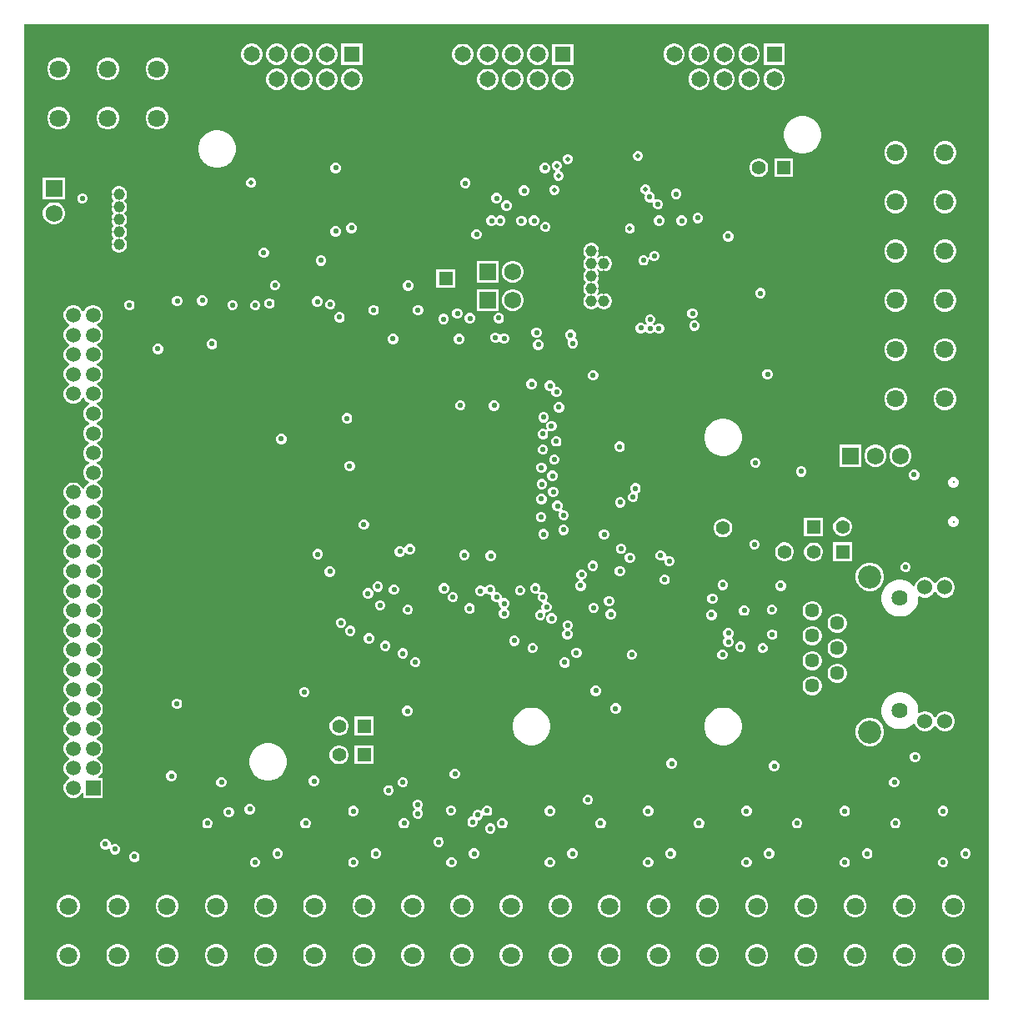
<source format=gbr>
%TF.GenerationSoftware,Altium Limited,Altium Designer,23.2.1 (34)*%
G04 Layer_Physical_Order=2*
G04 Layer_Color=36540*
%FSLAX45Y45*%
%MOMM*%
%TF.SameCoordinates,D2D2B7A9-F2F8-4E87-A196-037FCC396BAD*%
%TF.FilePolarity,Positive*%
%TF.FileFunction,Copper,L2,Inr,Signal*%
%TF.Part,Single*%
G01*
G75*
%TA.AperFunction,ComponentPad*%
%ADD56C,1.40000*%
%ADD57R,1.40000X1.40000*%
%ADD58C,1.72500*%
%ADD59R,1.72500X1.72500*%
%ADD60R,1.72500X1.72500*%
%ADD61R,1.40000X1.40000*%
%ADD62R,1.50000X1.50000*%
%ADD63C,1.50000*%
%ADD64R,1.65000X1.65000*%
%ADD65C,1.65000*%
%ADD66C,1.15000*%
%ADD67C,1.44600*%
%ADD68C,1.53000*%
%ADD69C,2.35500*%
%ADD70C,1.62500*%
%ADD71C,1.80000*%
%ADD72C,0.27500*%
%TA.AperFunction,ViaPad*%
%ADD73C,0.55000*%
%ADD74C,0.50000*%
G36*
X20750000Y2150000D02*
X10950000D01*
Y12050000D01*
X20750000D01*
Y2150000D01*
D02*
G37*
%LPC*%
G36*
X18674339Y11857900D02*
X18458540D01*
Y11642100D01*
X18674339D01*
Y11857900D01*
D02*
G37*
G36*
X18326645D02*
X18298235D01*
X18270792Y11850547D01*
X18246188Y11836341D01*
X18226099Y11816252D01*
X18211893Y11791648D01*
X18204539Y11764205D01*
Y11735795D01*
X18211893Y11708352D01*
X18226099Y11683748D01*
X18246188Y11663658D01*
X18270792Y11649453D01*
X18298235Y11642100D01*
X18326645D01*
X18354088Y11649453D01*
X18378693Y11663658D01*
X18398782Y11683748D01*
X18412987Y11708352D01*
X18420340Y11735795D01*
Y11764205D01*
X18412987Y11791648D01*
X18398782Y11816252D01*
X18378693Y11836341D01*
X18354088Y11850547D01*
X18326645Y11857900D01*
D02*
G37*
G36*
X18072646D02*
X18044235D01*
X18016792Y11850547D01*
X17992188Y11836341D01*
X17972099Y11816252D01*
X17957893Y11791648D01*
X17950540Y11764205D01*
Y11735795D01*
X17957893Y11708352D01*
X17972099Y11683748D01*
X17992188Y11663658D01*
X18016792Y11649453D01*
X18044235Y11642100D01*
X18072646D01*
X18100089Y11649453D01*
X18124692Y11663658D01*
X18144781Y11683748D01*
X18158987Y11708352D01*
X18166341Y11735795D01*
Y11764205D01*
X18158987Y11791648D01*
X18144781Y11816252D01*
X18124692Y11836341D01*
X18100089Y11850547D01*
X18072646Y11857900D01*
D02*
G37*
G36*
X17818645D02*
X17790234D01*
X17762791Y11850547D01*
X17738188Y11836341D01*
X17718098Y11816252D01*
X17703893Y11791648D01*
X17696539Y11764205D01*
Y11735795D01*
X17703893Y11708352D01*
X17718098Y11683748D01*
X17738188Y11663658D01*
X17762791Y11649453D01*
X17790234Y11642100D01*
X17818645D01*
X17846088Y11649453D01*
X17870692Y11663658D01*
X17890782Y11683748D01*
X17904987Y11708352D01*
X17912340Y11735795D01*
Y11764205D01*
X17904987Y11791648D01*
X17890782Y11816252D01*
X17870692Y11836341D01*
X17846088Y11850547D01*
X17818645Y11857900D01*
D02*
G37*
G36*
X17564645D02*
X17536235D01*
X17508792Y11850547D01*
X17484187Y11836341D01*
X17464099Y11816252D01*
X17449893Y11791648D01*
X17442540Y11764205D01*
Y11735795D01*
X17449893Y11708352D01*
X17464099Y11683748D01*
X17484187Y11663658D01*
X17508792Y11649453D01*
X17536235Y11642100D01*
X17564645D01*
X17592088Y11649453D01*
X17616692Y11663658D01*
X17636781Y11683748D01*
X17650987Y11708352D01*
X17658340Y11735795D01*
Y11764205D01*
X17650987Y11791648D01*
X17636781Y11816252D01*
X17616692Y11836341D01*
X17592088Y11850547D01*
X17564645Y11857900D01*
D02*
G37*
G36*
X14385240Y11855400D02*
X14169440D01*
Y11639600D01*
X14385240D01*
Y11855400D01*
D02*
G37*
G36*
X14037544D02*
X14009135D01*
X13981693Y11848047D01*
X13957088Y11833841D01*
X13937000Y11813752D01*
X13922794Y11789148D01*
X13915440Y11761705D01*
Y11733295D01*
X13922794Y11705852D01*
X13937000Y11681248D01*
X13957088Y11661159D01*
X13981693Y11646953D01*
X14009135Y11639600D01*
X14037544D01*
X14064989Y11646953D01*
X14089592Y11661159D01*
X14109682Y11681248D01*
X14123888Y11705852D01*
X14131239Y11733295D01*
Y11761705D01*
X14123888Y11789148D01*
X14109682Y11813752D01*
X14089592Y11833841D01*
X14064989Y11848047D01*
X14037544Y11855400D01*
D02*
G37*
G36*
X13783545D02*
X13755135D01*
X13727692Y11848047D01*
X13703088Y11833841D01*
X13682999Y11813752D01*
X13668793Y11789148D01*
X13661440Y11761705D01*
Y11733295D01*
X13668793Y11705852D01*
X13682999Y11681248D01*
X13703088Y11661159D01*
X13727692Y11646953D01*
X13755135Y11639600D01*
X13783545D01*
X13810988Y11646953D01*
X13835593Y11661159D01*
X13855681Y11681248D01*
X13869887Y11705852D01*
X13877240Y11733295D01*
Y11761705D01*
X13869887Y11789148D01*
X13855681Y11813752D01*
X13835593Y11833841D01*
X13810988Y11848047D01*
X13783545Y11855400D01*
D02*
G37*
G36*
X13529546D02*
X13501135D01*
X13473692Y11848047D01*
X13449088Y11833841D01*
X13428999Y11813752D01*
X13414793Y11789148D01*
X13407440Y11761705D01*
Y11733295D01*
X13414793Y11705852D01*
X13428999Y11681248D01*
X13449088Y11661159D01*
X13473692Y11646953D01*
X13501135Y11639600D01*
X13529546D01*
X13556989Y11646953D01*
X13581592Y11661159D01*
X13601682Y11681248D01*
X13615887Y11705852D01*
X13623241Y11733295D01*
Y11761705D01*
X13615887Y11789148D01*
X13601682Y11813752D01*
X13581592Y11833841D01*
X13556989Y11848047D01*
X13529546Y11855400D01*
D02*
G37*
G36*
X13275545D02*
X13247134D01*
X13219691Y11848047D01*
X13195088Y11833841D01*
X13174998Y11813752D01*
X13160793Y11789148D01*
X13153439Y11761705D01*
Y11733295D01*
X13160793Y11705852D01*
X13174998Y11681248D01*
X13195088Y11661159D01*
X13219691Y11646953D01*
X13247134Y11639600D01*
X13275545D01*
X13302988Y11646953D01*
X13327592Y11661159D01*
X13347681Y11681248D01*
X13361887Y11705852D01*
X13369240Y11733295D01*
Y11761705D01*
X13361887Y11789148D01*
X13347681Y11813752D01*
X13327592Y11833841D01*
X13302988Y11848047D01*
X13275545Y11855400D01*
D02*
G37*
G36*
X16527100Y11854980D02*
X16311301D01*
Y11639180D01*
X16527100D01*
Y11854980D01*
D02*
G37*
G36*
X16179405D02*
X16150995D01*
X16123552Y11847627D01*
X16098949Y11833422D01*
X16078859Y11813332D01*
X16064653Y11788728D01*
X16057300Y11761286D01*
Y11732875D01*
X16064653Y11705433D01*
X16078859Y11680828D01*
X16098949Y11660739D01*
X16123552Y11646533D01*
X16150995Y11639180D01*
X16179405D01*
X16206848Y11646533D01*
X16231451Y11660739D01*
X16251543Y11680828D01*
X16265747Y11705433D01*
X16273100Y11732875D01*
Y11761286D01*
X16265747Y11788728D01*
X16251543Y11813332D01*
X16231451Y11833422D01*
X16206848Y11847627D01*
X16179405Y11854980D01*
D02*
G37*
G36*
X15925404D02*
X15896996D01*
X15869553Y11847627D01*
X15844948Y11833422D01*
X15824860Y11813332D01*
X15810654Y11788728D01*
X15803300Y11761286D01*
Y11732875D01*
X15810654Y11705433D01*
X15824860Y11680828D01*
X15844948Y11660739D01*
X15869553Y11646533D01*
X15896996Y11639180D01*
X15925404D01*
X15952847Y11646533D01*
X15977452Y11660739D01*
X15997542Y11680828D01*
X16011748Y11705433D01*
X16019099Y11732875D01*
Y11761286D01*
X16011748Y11788728D01*
X15997542Y11813332D01*
X15977452Y11833422D01*
X15952847Y11847627D01*
X15925404Y11854980D01*
D02*
G37*
G36*
X15671405D02*
X15642995D01*
X15615552Y11847627D01*
X15590948Y11833422D01*
X15570859Y11813332D01*
X15556653Y11788728D01*
X15549300Y11761286D01*
Y11732875D01*
X15556653Y11705433D01*
X15570859Y11680828D01*
X15590948Y11660739D01*
X15615552Y11646533D01*
X15642995Y11639180D01*
X15671405D01*
X15698848Y11646533D01*
X15723453Y11660739D01*
X15743542Y11680828D01*
X15757747Y11705433D01*
X15765100Y11732875D01*
Y11761286D01*
X15757747Y11788728D01*
X15743542Y11813332D01*
X15723453Y11833422D01*
X15698848Y11847627D01*
X15671405Y11854980D01*
D02*
G37*
G36*
X15417406D02*
X15388995D01*
X15361552Y11847627D01*
X15336948Y11833422D01*
X15316859Y11813332D01*
X15302654Y11788728D01*
X15295300Y11761286D01*
Y11732875D01*
X15302654Y11705433D01*
X15316859Y11680828D01*
X15336948Y11660739D01*
X15361552Y11646533D01*
X15388995Y11639180D01*
X15417406D01*
X15444849Y11646533D01*
X15469452Y11660739D01*
X15489542Y11680828D01*
X15503748Y11705433D01*
X15511099Y11732875D01*
Y11761286D01*
X15503748Y11788728D01*
X15489542Y11813332D01*
X15469452Y11833422D01*
X15444849Y11847627D01*
X15417406Y11854980D01*
D02*
G37*
G36*
X12315193Y11715400D02*
X12284807D01*
X12255457Y11707535D01*
X12229143Y11692343D01*
X12207657Y11670857D01*
X12192465Y11644543D01*
X12184600Y11615193D01*
Y11584807D01*
X12192465Y11555457D01*
X12207657Y11529143D01*
X12229143Y11507657D01*
X12255457Y11492464D01*
X12284807Y11484600D01*
X12315193D01*
X12344543Y11492464D01*
X12370857Y11507657D01*
X12392343Y11529143D01*
X12407536Y11555457D01*
X12415400Y11584807D01*
Y11615193D01*
X12407536Y11644543D01*
X12392343Y11670857D01*
X12370857Y11692343D01*
X12344543Y11707535D01*
X12315193Y11715400D01*
D02*
G37*
G36*
X11815193D02*
X11784807D01*
X11755457Y11707535D01*
X11729143Y11692343D01*
X11707657Y11670857D01*
X11692465Y11644543D01*
X11684600Y11615193D01*
Y11584807D01*
X11692465Y11555457D01*
X11707657Y11529143D01*
X11729143Y11507657D01*
X11755457Y11492464D01*
X11784807Y11484600D01*
X11815193D01*
X11844543Y11492464D01*
X11870857Y11507657D01*
X11892343Y11529143D01*
X11907535Y11555457D01*
X11915400Y11584807D01*
Y11615193D01*
X11907535Y11644543D01*
X11892343Y11670857D01*
X11870857Y11692343D01*
X11844543Y11707535D01*
X11815193Y11715400D01*
D02*
G37*
G36*
X11315193D02*
X11284807D01*
X11255457Y11707535D01*
X11229143Y11692343D01*
X11207657Y11670857D01*
X11192465Y11644543D01*
X11184600Y11615193D01*
Y11584807D01*
X11192465Y11555457D01*
X11207657Y11529143D01*
X11229143Y11507657D01*
X11255457Y11492464D01*
X11284807Y11484600D01*
X11315193D01*
X11344543Y11492464D01*
X11370857Y11507657D01*
X11392343Y11529143D01*
X11407535Y11555457D01*
X11415400Y11584807D01*
Y11615193D01*
X11407535Y11644543D01*
X11392343Y11670857D01*
X11370857Y11692343D01*
X11344543Y11707535D01*
X11315193Y11715400D01*
D02*
G37*
G36*
X18580646Y11603900D02*
X18552235D01*
X18524792Y11596547D01*
X18500188Y11582341D01*
X18480099Y11562252D01*
X18465894Y11537648D01*
X18458540Y11510205D01*
Y11481795D01*
X18465894Y11454352D01*
X18480099Y11429748D01*
X18500188Y11409658D01*
X18524792Y11395453D01*
X18552235Y11388100D01*
X18580646D01*
X18608089Y11395453D01*
X18632692Y11409658D01*
X18652782Y11429748D01*
X18666988Y11454352D01*
X18674339Y11481795D01*
Y11510205D01*
X18666988Y11537648D01*
X18652782Y11562252D01*
X18632692Y11582341D01*
X18608089Y11596547D01*
X18580646Y11603900D01*
D02*
G37*
G36*
X18326645D02*
X18298235D01*
X18270792Y11596547D01*
X18246188Y11582341D01*
X18226099Y11562252D01*
X18211893Y11537648D01*
X18204539Y11510205D01*
Y11481795D01*
X18211893Y11454352D01*
X18226099Y11429748D01*
X18246188Y11409658D01*
X18270792Y11395453D01*
X18298235Y11388100D01*
X18326645D01*
X18354088Y11395453D01*
X18378693Y11409658D01*
X18398782Y11429748D01*
X18412987Y11454352D01*
X18420340Y11481795D01*
Y11510205D01*
X18412987Y11537648D01*
X18398782Y11562252D01*
X18378693Y11582341D01*
X18354088Y11596547D01*
X18326645Y11603900D01*
D02*
G37*
G36*
X18072646D02*
X18044235D01*
X18016792Y11596547D01*
X17992188Y11582341D01*
X17972099Y11562252D01*
X17957893Y11537648D01*
X17950540Y11510205D01*
Y11481795D01*
X17957893Y11454352D01*
X17972099Y11429748D01*
X17992188Y11409658D01*
X18016792Y11395453D01*
X18044235Y11388100D01*
X18072646D01*
X18100089Y11395453D01*
X18124692Y11409658D01*
X18144781Y11429748D01*
X18158987Y11454352D01*
X18166341Y11481795D01*
Y11510205D01*
X18158987Y11537648D01*
X18144781Y11562252D01*
X18124692Y11582341D01*
X18100089Y11596547D01*
X18072646Y11603900D01*
D02*
G37*
G36*
X17818645D02*
X17790234D01*
X17762791Y11596547D01*
X17738188Y11582341D01*
X17718098Y11562252D01*
X17703893Y11537648D01*
X17696539Y11510205D01*
Y11481795D01*
X17703893Y11454352D01*
X17718098Y11429748D01*
X17738188Y11409658D01*
X17762791Y11395453D01*
X17790234Y11388100D01*
X17818645D01*
X17846088Y11395453D01*
X17870692Y11409658D01*
X17890782Y11429748D01*
X17904987Y11454352D01*
X17912340Y11481795D01*
Y11510205D01*
X17904987Y11537648D01*
X17890782Y11562252D01*
X17870692Y11582341D01*
X17846088Y11596547D01*
X17818645Y11603900D01*
D02*
G37*
G36*
X14291545Y11601400D02*
X14263135D01*
X14235692Y11594047D01*
X14211089Y11579841D01*
X14190999Y11559752D01*
X14176793Y11535148D01*
X14169440Y11507705D01*
Y11479295D01*
X14176793Y11451852D01*
X14190999Y11427248D01*
X14211089Y11407159D01*
X14235692Y11392953D01*
X14263135Y11385600D01*
X14291545D01*
X14318988Y11392953D01*
X14343591Y11407159D01*
X14363681Y11427248D01*
X14377887Y11451852D01*
X14385240Y11479295D01*
Y11507705D01*
X14377887Y11535148D01*
X14363681Y11559752D01*
X14343591Y11579841D01*
X14318988Y11594047D01*
X14291545Y11601400D01*
D02*
G37*
G36*
X14037544D02*
X14009135D01*
X13981693Y11594047D01*
X13957088Y11579841D01*
X13937000Y11559752D01*
X13922794Y11535148D01*
X13915440Y11507705D01*
Y11479295D01*
X13922794Y11451852D01*
X13937000Y11427248D01*
X13957088Y11407159D01*
X13981693Y11392953D01*
X14009135Y11385600D01*
X14037544D01*
X14064989Y11392953D01*
X14089592Y11407159D01*
X14109682Y11427248D01*
X14123888Y11451852D01*
X14131239Y11479295D01*
Y11507705D01*
X14123888Y11535148D01*
X14109682Y11559752D01*
X14089592Y11579841D01*
X14064989Y11594047D01*
X14037544Y11601400D01*
D02*
G37*
G36*
X13783545D02*
X13755135D01*
X13727692Y11594047D01*
X13703088Y11579841D01*
X13682999Y11559752D01*
X13668793Y11535148D01*
X13661440Y11507705D01*
Y11479295D01*
X13668793Y11451852D01*
X13682999Y11427248D01*
X13703088Y11407159D01*
X13727692Y11392953D01*
X13755135Y11385600D01*
X13783545D01*
X13810988Y11392953D01*
X13835593Y11407159D01*
X13855681Y11427248D01*
X13869887Y11451852D01*
X13877240Y11479295D01*
Y11507705D01*
X13869887Y11535148D01*
X13855681Y11559752D01*
X13835593Y11579841D01*
X13810988Y11594047D01*
X13783545Y11601400D01*
D02*
G37*
G36*
X13529546D02*
X13501135D01*
X13473692Y11594047D01*
X13449088Y11579841D01*
X13428999Y11559752D01*
X13414793Y11535148D01*
X13407440Y11507705D01*
Y11479295D01*
X13414793Y11451852D01*
X13428999Y11427248D01*
X13449088Y11407159D01*
X13473692Y11392953D01*
X13501135Y11385600D01*
X13529546D01*
X13556989Y11392953D01*
X13581592Y11407159D01*
X13601682Y11427248D01*
X13615887Y11451852D01*
X13623241Y11479295D01*
Y11507705D01*
X13615887Y11535148D01*
X13601682Y11559752D01*
X13581592Y11579841D01*
X13556989Y11594047D01*
X13529546Y11601400D01*
D02*
G37*
G36*
X16433405Y11600980D02*
X16404996D01*
X16377551Y11593627D01*
X16352948Y11579422D01*
X16332858Y11559332D01*
X16318652Y11534728D01*
X16311301Y11507286D01*
Y11478875D01*
X16318652Y11451433D01*
X16332858Y11426828D01*
X16352948Y11406739D01*
X16377551Y11392533D01*
X16404996Y11385180D01*
X16433405D01*
X16460847Y11392533D01*
X16485452Y11406739D01*
X16505542Y11426828D01*
X16519746Y11451433D01*
X16527100Y11478875D01*
Y11507286D01*
X16519746Y11534728D01*
X16505542Y11559332D01*
X16485452Y11579422D01*
X16460847Y11593627D01*
X16433405Y11600980D01*
D02*
G37*
G36*
X16179405D02*
X16150995D01*
X16123552Y11593627D01*
X16098949Y11579422D01*
X16078859Y11559332D01*
X16064653Y11534728D01*
X16057300Y11507286D01*
Y11478875D01*
X16064653Y11451433D01*
X16078859Y11426828D01*
X16098949Y11406739D01*
X16123552Y11392533D01*
X16150995Y11385180D01*
X16179405D01*
X16206848Y11392533D01*
X16231451Y11406739D01*
X16251543Y11426828D01*
X16265747Y11451433D01*
X16273100Y11478875D01*
Y11507286D01*
X16265747Y11534728D01*
X16251543Y11559332D01*
X16231451Y11579422D01*
X16206848Y11593627D01*
X16179405Y11600980D01*
D02*
G37*
G36*
X15925404D02*
X15896996D01*
X15869553Y11593627D01*
X15844948Y11579422D01*
X15824860Y11559332D01*
X15810654Y11534728D01*
X15803300Y11507286D01*
Y11478875D01*
X15810654Y11451433D01*
X15824860Y11426828D01*
X15844948Y11406739D01*
X15869553Y11392533D01*
X15896996Y11385180D01*
X15925404D01*
X15952847Y11392533D01*
X15977452Y11406739D01*
X15997542Y11426828D01*
X16011748Y11451433D01*
X16019099Y11478875D01*
Y11507286D01*
X16011748Y11534728D01*
X15997542Y11559332D01*
X15977452Y11579422D01*
X15952847Y11593627D01*
X15925404Y11600980D01*
D02*
G37*
G36*
X15671405D02*
X15642995D01*
X15615552Y11593627D01*
X15590948Y11579422D01*
X15570859Y11559332D01*
X15556653Y11534728D01*
X15549300Y11507286D01*
Y11478875D01*
X15556653Y11451433D01*
X15570859Y11426828D01*
X15590948Y11406739D01*
X15615552Y11392533D01*
X15642995Y11385180D01*
X15671405D01*
X15698848Y11392533D01*
X15723453Y11406739D01*
X15743542Y11426828D01*
X15757747Y11451433D01*
X15765100Y11478875D01*
Y11507286D01*
X15757747Y11534728D01*
X15743542Y11559332D01*
X15723453Y11579422D01*
X15698848Y11593627D01*
X15671405Y11600980D01*
D02*
G37*
G36*
X12315193Y11215400D02*
X12284807D01*
X12255457Y11207535D01*
X12229143Y11192343D01*
X12207657Y11170857D01*
X12192465Y11144543D01*
X12184600Y11115193D01*
Y11084807D01*
X12192465Y11055457D01*
X12207657Y11029143D01*
X12229143Y11007657D01*
X12255457Y10992464D01*
X12284807Y10984600D01*
X12315193D01*
X12344543Y10992464D01*
X12370857Y11007657D01*
X12392343Y11029143D01*
X12407536Y11055457D01*
X12415400Y11084807D01*
Y11115193D01*
X12407536Y11144543D01*
X12392343Y11170857D01*
X12370857Y11192343D01*
X12344543Y11207535D01*
X12315193Y11215400D01*
D02*
G37*
G36*
X11815193D02*
X11784807D01*
X11755457Y11207535D01*
X11729143Y11192343D01*
X11707657Y11170857D01*
X11692465Y11144543D01*
X11684600Y11115193D01*
Y11084807D01*
X11692465Y11055457D01*
X11707657Y11029143D01*
X11729143Y11007657D01*
X11755457Y10992464D01*
X11784807Y10984600D01*
X11815193D01*
X11844543Y10992464D01*
X11870857Y11007657D01*
X11892343Y11029143D01*
X11907535Y11055457D01*
X11915400Y11084807D01*
Y11115193D01*
X11907535Y11144543D01*
X11892343Y11170857D01*
X11870857Y11192343D01*
X11844543Y11207535D01*
X11815193Y11215400D01*
D02*
G37*
G36*
X11315193D02*
X11284807D01*
X11255457Y11207535D01*
X11229143Y11192343D01*
X11207657Y11170857D01*
X11192465Y11144543D01*
X11184600Y11115193D01*
Y11084807D01*
X11192465Y11055457D01*
X11207657Y11029143D01*
X11229143Y11007657D01*
X11255457Y10992464D01*
X11284807Y10984600D01*
X11315193D01*
X11344543Y10992464D01*
X11370857Y11007657D01*
X11392343Y11029143D01*
X11407535Y11055457D01*
X11415400Y11084807D01*
Y11115193D01*
X11407535Y11144543D01*
X11392343Y11170857D01*
X11370857Y11192343D01*
X11344543Y11207535D01*
X11315193Y11215400D01*
D02*
G37*
G36*
X18873174Y11120020D02*
X18835667D01*
X18798882Y11112703D01*
X18764232Y11098350D01*
X18733047Y11077513D01*
X18706528Y11050993D01*
X18685690Y11019808D01*
X18671336Y10985158D01*
X18664020Y10948373D01*
Y10910867D01*
X18671336Y10874082D01*
X18685690Y10839432D01*
X18706528Y10808247D01*
X18733047Y10781727D01*
X18764232Y10760890D01*
X18798882Y10746537D01*
X18835667Y10739220D01*
X18873174D01*
X18909958Y10746537D01*
X18944608Y10760890D01*
X18975793Y10781727D01*
X19002313Y10808247D01*
X19023151Y10839432D01*
X19037503Y10874082D01*
X19044820Y10910867D01*
Y10948373D01*
X19037503Y10985158D01*
X19023151Y11019808D01*
X19002313Y11050993D01*
X18975793Y11077513D01*
X18944608Y11098350D01*
X18909958Y11112703D01*
X18873174Y11120020D01*
D02*
G37*
G36*
X17193124Y10766660D02*
X17173074D01*
X17154552Y10758987D01*
X17140373Y10744809D01*
X17132700Y10726285D01*
Y10706235D01*
X17140373Y10687711D01*
X17154552Y10673533D01*
X17173074Y10665860D01*
X17193124D01*
X17211649Y10673533D01*
X17225827Y10687711D01*
X17233501Y10706235D01*
Y10726285D01*
X17225827Y10744809D01*
X17211649Y10758987D01*
X17193124Y10766660D01*
D02*
G37*
G36*
X16479385Y10736180D02*
X16459335D01*
X16440811Y10728507D01*
X16426633Y10714329D01*
X16418961Y10695805D01*
Y10675755D01*
X16426633Y10657231D01*
X16440811Y10643053D01*
X16459335Y10635380D01*
X16479385D01*
X16497910Y10643053D01*
X16512086Y10657231D01*
X16519760Y10675755D01*
Y10695805D01*
X16512086Y10714329D01*
X16497910Y10728507D01*
X16479385Y10736180D01*
D02*
G37*
G36*
X20315192Y10865402D02*
X20284805D01*
X20255457Y10857538D01*
X20229141Y10842345D01*
X20207655Y10820859D01*
X20192464Y10794545D01*
X20184599Y10765195D01*
Y10734810D01*
X20192464Y10705460D01*
X20207655Y10679145D01*
X20229141Y10657660D01*
X20255457Y10642467D01*
X20284805Y10634603D01*
X20315192D01*
X20344540Y10642467D01*
X20370856Y10657660D01*
X20392342Y10679145D01*
X20407533Y10705460D01*
X20415398Y10734810D01*
Y10765195D01*
X20407533Y10794545D01*
X20392342Y10820859D01*
X20370856Y10842345D01*
X20344540Y10857538D01*
X20315192Y10865402D01*
D02*
G37*
G36*
X19815192D02*
X19784805D01*
X19755457Y10857538D01*
X19729141Y10842345D01*
X19707655Y10820859D01*
X19692464Y10794545D01*
X19684599Y10765195D01*
Y10734810D01*
X19692464Y10705460D01*
X19707655Y10679145D01*
X19729141Y10657660D01*
X19755457Y10642467D01*
X19784805Y10634603D01*
X19815192D01*
X19844540Y10642467D01*
X19870856Y10657660D01*
X19892342Y10679145D01*
X19907533Y10705460D01*
X19915398Y10734810D01*
Y10765195D01*
X19907533Y10794545D01*
X19892342Y10820859D01*
X19870856Y10842345D01*
X19844540Y10857538D01*
X19815192Y10865402D01*
D02*
G37*
G36*
X12927032Y10977780D02*
X12889526D01*
X12852742Y10970463D01*
X12818092Y10956110D01*
X12786907Y10935273D01*
X12760387Y10908753D01*
X12739550Y10877568D01*
X12725197Y10842918D01*
X12717880Y10806133D01*
Y10768627D01*
X12725197Y10731842D01*
X12739550Y10697192D01*
X12760387Y10666007D01*
X12786907Y10639487D01*
X12818092Y10618650D01*
X12852742Y10604297D01*
X12889526Y10596980D01*
X12927032D01*
X12963818Y10604297D01*
X12998468Y10618650D01*
X13029652Y10639487D01*
X13056174Y10666007D01*
X13077010Y10697192D01*
X13091364Y10731842D01*
X13098680Y10768627D01*
Y10806133D01*
X13091364Y10842918D01*
X13077010Y10877568D01*
X13056174Y10908753D01*
X13029652Y10935273D01*
X12998468Y10956110D01*
X12963818Y10970463D01*
X12927032Y10977780D01*
D02*
G37*
G36*
X16248743Y10647240D02*
X16227698D01*
X16208255Y10639186D01*
X16193375Y10624305D01*
X16185320Y10604862D01*
Y10583818D01*
X16193375Y10564375D01*
X16208255Y10549494D01*
X16227698Y10541440D01*
X16248743D01*
X16268185Y10549494D01*
X16283066Y10564375D01*
X16291119Y10583818D01*
Y10604862D01*
X16283066Y10624305D01*
X16268185Y10639186D01*
X16248743Y10647240D01*
D02*
G37*
G36*
X14125302D02*
X14104259D01*
X14084814Y10639186D01*
X14069934Y10624305D01*
X14061880Y10604862D01*
Y10583818D01*
X14069934Y10564375D01*
X14084814Y10549494D01*
X14104259Y10541440D01*
X14125302D01*
X14144745Y10549494D01*
X14159625Y10564375D01*
X14167680Y10583818D01*
Y10604862D01*
X14159625Y10624305D01*
X14144745Y10639186D01*
X14125302Y10647240D01*
D02*
G37*
G36*
X18759320Y10692280D02*
X18568520D01*
Y10501480D01*
X18759320D01*
Y10692280D01*
D02*
G37*
G36*
X18422479D02*
X18397360D01*
X18373097Y10685778D01*
X18351343Y10673219D01*
X18333582Y10655457D01*
X18321022Y10633703D01*
X18314520Y10609440D01*
Y10584320D01*
X18321022Y10560057D01*
X18333582Y10538303D01*
X18351343Y10520541D01*
X18373097Y10507982D01*
X18397360Y10501480D01*
X18422479D01*
X18446742Y10507982D01*
X18468497Y10520541D01*
X18486259Y10538303D01*
X18498817Y10560057D01*
X18505321Y10584320D01*
Y10609440D01*
X18498817Y10633703D01*
X18486259Y10655457D01*
X18468497Y10673219D01*
X18446742Y10685778D01*
X18422479Y10692280D01*
D02*
G37*
G36*
X16367625Y10667600D02*
X16347575D01*
X16329051Y10659927D01*
X16314873Y10645749D01*
X16307201Y10627225D01*
Y10607175D01*
X16314873Y10588651D01*
X16329051Y10574473D01*
X16341307Y10569396D01*
X16342268Y10567470D01*
X16343571Y10555067D01*
X16332652Y10544149D01*
X16324980Y10525625D01*
Y10505575D01*
X16332652Y10487051D01*
X16346831Y10472873D01*
X16365355Y10465200D01*
X16385405D01*
X16403929Y10472873D01*
X16418108Y10487051D01*
X16425780Y10505575D01*
Y10525625D01*
X16418108Y10544149D01*
X16403929Y10558327D01*
X16391673Y10563404D01*
X16390712Y10565330D01*
X16389409Y10577733D01*
X16400327Y10588651D01*
X16408000Y10607175D01*
Y10627225D01*
X16400327Y10645749D01*
X16386150Y10659927D01*
X16367625Y10667600D01*
D02*
G37*
G36*
X13266286Y10492340D02*
X13246236D01*
X13227711Y10484667D01*
X13213533Y10470489D01*
X13205859Y10451965D01*
Y10431915D01*
X13213533Y10413391D01*
X13227711Y10399213D01*
X13246236Y10391540D01*
X13266286D01*
X13284808Y10399213D01*
X13298987Y10413391D01*
X13306660Y10431915D01*
Y10451965D01*
X13298987Y10470489D01*
X13284808Y10484667D01*
X13266286Y10492340D01*
D02*
G37*
G36*
X15441022Y10492300D02*
X15419978D01*
X15400536Y10484246D01*
X15385654Y10469365D01*
X15377600Y10449922D01*
Y10428878D01*
X15385654Y10409435D01*
X15400536Y10394554D01*
X15419978Y10386500D01*
X15441022D01*
X15460464Y10394554D01*
X15475346Y10409435D01*
X15483400Y10428878D01*
Y10449922D01*
X15475346Y10469365D01*
X15460464Y10484246D01*
X15441022Y10492300D01*
D02*
G37*
G36*
X16342226Y10421220D02*
X16322176D01*
X16303651Y10413547D01*
X16289473Y10399369D01*
X16281799Y10380845D01*
Y10360795D01*
X16289473Y10342271D01*
X16303651Y10328093D01*
X16322176Y10320420D01*
X16342226D01*
X16360748Y10328093D01*
X16374927Y10342271D01*
X16382600Y10360795D01*
Y10380845D01*
X16374927Y10399369D01*
X16360748Y10413547D01*
X16342226Y10421220D01*
D02*
G37*
G36*
X16037923Y10416100D02*
X16016878D01*
X15997435Y10408046D01*
X15982555Y10393165D01*
X15974500Y10373722D01*
Y10352678D01*
X15982555Y10333235D01*
X15997435Y10318354D01*
X16016878Y10310300D01*
X16037923D01*
X16057365Y10318354D01*
X16072246Y10333235D01*
X16080299Y10352678D01*
Y10373722D01*
X16072246Y10393165D01*
X16057365Y10408046D01*
X16037923Y10416100D01*
D02*
G37*
G36*
X17582242Y10383080D02*
X17561198D01*
X17541756Y10375026D01*
X17526874Y10360145D01*
X17518820Y10340702D01*
Y10319658D01*
X17526874Y10300215D01*
X17541756Y10285334D01*
X17561198Y10277280D01*
X17582242D01*
X17601685Y10285334D01*
X17616566Y10300215D01*
X17624620Y10319658D01*
Y10340702D01*
X17616566Y10360145D01*
X17601685Y10375026D01*
X17582242Y10383080D01*
D02*
G37*
G36*
X11363850Y10500250D02*
X11140550D01*
Y10276950D01*
X11363850D01*
Y10500250D01*
D02*
G37*
G36*
X15758522Y10339900D02*
X15737479D01*
X15718034Y10331846D01*
X15703154Y10316965D01*
X15695100Y10297522D01*
Y10276478D01*
X15703154Y10257035D01*
X15718034Y10242154D01*
X15737479Y10234100D01*
X15758522D01*
X15777965Y10242154D01*
X15792847Y10257035D01*
X15800900Y10276478D01*
Y10297522D01*
X15792847Y10316965D01*
X15777965Y10331846D01*
X15758522Y10339900D01*
D02*
G37*
G36*
X11552282Y10337360D02*
X11531238D01*
X11511795Y10329306D01*
X11496914Y10314425D01*
X11488860Y10294982D01*
Y10273938D01*
X11496914Y10254495D01*
X11511795Y10239614D01*
X11531238Y10231560D01*
X11552282D01*
X11571725Y10239614D01*
X11586606Y10254495D01*
X11594660Y10273938D01*
Y10294982D01*
X11586606Y10314425D01*
X11571725Y10329306D01*
X11552282Y10337360D01*
D02*
G37*
G36*
X17269325Y10426300D02*
X17249275D01*
X17230751Y10418627D01*
X17216573Y10404449D01*
X17208900Y10385925D01*
Y10365875D01*
X17216573Y10347351D01*
X17230751Y10333173D01*
X17249275Y10325500D01*
X17254019Y10318399D01*
X17249580Y10307682D01*
Y10286638D01*
X17257634Y10267195D01*
X17272514Y10252314D01*
X17291959Y10244260D01*
X17313002D01*
X17326151Y10249706D01*
X17335870Y10239986D01*
X17333400Y10234022D01*
Y10212978D01*
X17341454Y10193535D01*
X17356335Y10178654D01*
X17375778Y10170600D01*
X17396822D01*
X17416264Y10178654D01*
X17431146Y10193535D01*
X17439200Y10212978D01*
Y10234022D01*
X17431146Y10253465D01*
X17416264Y10268346D01*
X17396822Y10276400D01*
X17375778D01*
X17362630Y10270954D01*
X17352910Y10280674D01*
X17355380Y10286638D01*
Y10307682D01*
X17347327Y10327125D01*
X17332445Y10342006D01*
X17316325Y10348683D01*
X17307915Y10361566D01*
X17309700Y10365875D01*
Y10385925D01*
X17302026Y10404449D01*
X17287849Y10418627D01*
X17269325Y10426300D01*
D02*
G37*
G36*
X15860123Y10263700D02*
X15839078D01*
X15819635Y10255646D01*
X15804755Y10240765D01*
X15796700Y10221322D01*
Y10200278D01*
X15804755Y10180835D01*
X15819635Y10165954D01*
X15839078Y10157900D01*
X15860123D01*
X15879565Y10165954D01*
X15894446Y10180835D01*
X15902499Y10200278D01*
Y10221322D01*
X15894446Y10240765D01*
X15879565Y10255646D01*
X15860123Y10263700D01*
D02*
G37*
G36*
X20315193Y10365400D02*
X20284807D01*
X20255457Y10357536D01*
X20229143Y10342343D01*
X20207657Y10320857D01*
X20192465Y10294543D01*
X20184599Y10265193D01*
Y10234807D01*
X20192465Y10205457D01*
X20207657Y10179143D01*
X20229143Y10157657D01*
X20255457Y10142465D01*
X20284807Y10134600D01*
X20315193D01*
X20344543Y10142465D01*
X20370857Y10157657D01*
X20392343Y10179143D01*
X20407536Y10205457D01*
X20415401Y10234807D01*
Y10265193D01*
X20407536Y10294543D01*
X20392343Y10320857D01*
X20370857Y10342343D01*
X20344543Y10357536D01*
X20315193Y10365400D01*
D02*
G37*
G36*
X19815193D02*
X19784807D01*
X19755457Y10357536D01*
X19729143Y10342343D01*
X19707657Y10320857D01*
X19692465Y10294543D01*
X19684599Y10265193D01*
Y10234807D01*
X19692465Y10205457D01*
X19707657Y10179143D01*
X19729143Y10157657D01*
X19755457Y10142465D01*
X19784807Y10134600D01*
X19815193D01*
X19844543Y10142465D01*
X19870857Y10157657D01*
X19892343Y10179143D01*
X19907535Y10205457D01*
X19915401Y10234807D01*
Y10265193D01*
X19907535Y10294543D01*
X19892343Y10320857D01*
X19870857Y10342343D01*
X19844543Y10357536D01*
X19815193Y10365400D01*
D02*
G37*
G36*
X15796622Y10111300D02*
X15775578D01*
X15756136Y10103246D01*
X15741650Y10088762D01*
X15727165Y10103246D01*
X15707722Y10111300D01*
X15686678D01*
X15667235Y10103246D01*
X15652354Y10088365D01*
X15644299Y10068922D01*
Y10047878D01*
X15652354Y10028435D01*
X15667235Y10013554D01*
X15686678Y10005500D01*
X15707722D01*
X15727165Y10013554D01*
X15741650Y10028038D01*
X15756136Y10013554D01*
X15775578Y10005500D01*
X15796622D01*
X15816064Y10013554D01*
X15830946Y10028435D01*
X15839000Y10047878D01*
Y10068922D01*
X15830946Y10088365D01*
X15816064Y10103246D01*
X15796622Y10111300D01*
D02*
G37*
G36*
X17801660Y10139839D02*
X17780615D01*
X17761172Y10131786D01*
X17746291Y10116905D01*
X17738239Y10097462D01*
Y10076417D01*
X17746291Y10056974D01*
X17761172Y10042093D01*
X17780615Y10034040D01*
X17801660D01*
X17821103Y10042093D01*
X17835983Y10056974D01*
X17844037Y10076417D01*
Y10097462D01*
X17835983Y10116905D01*
X17821103Y10131786D01*
X17801660Y10139839D01*
D02*
G37*
G36*
X11266899Y10246250D02*
X11237501D01*
X11209105Y10238641D01*
X11183645Y10223942D01*
X11162858Y10203155D01*
X11148159Y10177695D01*
X11140550Y10149299D01*
Y10119901D01*
X11148159Y10091505D01*
X11162858Y10066045D01*
X11183645Y10045258D01*
X11209105Y10030559D01*
X11237501Y10022950D01*
X11266899D01*
X11295295Y10030559D01*
X11320755Y10045258D01*
X11341542Y10066045D01*
X11356241Y10091505D01*
X11363850Y10119901D01*
Y10149299D01*
X11356241Y10177695D01*
X11341542Y10203155D01*
X11320755Y10223942D01*
X11295295Y10238641D01*
X11266899Y10246250D01*
D02*
G37*
G36*
X17638123Y10111300D02*
X17617078D01*
X17597635Y10103246D01*
X17582755Y10088365D01*
X17574699Y10068922D01*
Y10047878D01*
X17582755Y10028435D01*
X17597635Y10013554D01*
X17617078Y10005500D01*
X17638123D01*
X17657565Y10013554D01*
X17672446Y10028435D01*
X17680499Y10047878D01*
Y10068922D01*
X17672446Y10088365D01*
X17657565Y10103246D01*
X17638123Y10111300D01*
D02*
G37*
G36*
X17409521D02*
X17388478D01*
X17369035Y10103246D01*
X17354153Y10088365D01*
X17346100Y10068922D01*
Y10047878D01*
X17354153Y10028435D01*
X17369035Y10013554D01*
X17388478Y10005500D01*
X17409521D01*
X17428966Y10013554D01*
X17443846Y10028435D01*
X17451900Y10047878D01*
Y10068922D01*
X17443846Y10088365D01*
X17428966Y10103246D01*
X17409521Y10111300D01*
D02*
G37*
G36*
X16139522D02*
X16118478D01*
X16099036Y10103246D01*
X16084154Y10088365D01*
X16076100Y10068922D01*
Y10047878D01*
X16084154Y10028435D01*
X16099036Y10013554D01*
X16118478Y10005500D01*
X16139522D01*
X16158965Y10013554D01*
X16173846Y10028435D01*
X16181900Y10047878D01*
Y10068922D01*
X16173846Y10088365D01*
X16158965Y10103246D01*
X16139522Y10111300D01*
D02*
G37*
G36*
X16010472Y10109250D02*
X15989429D01*
X15969984Y10101196D01*
X15955104Y10086315D01*
X15947050Y10066872D01*
Y10045828D01*
X15955104Y10026385D01*
X15969984Y10011504D01*
X15989429Y10003450D01*
X16010472D01*
X16029915Y10011504D01*
X16044797Y10026385D01*
X16052850Y10045828D01*
Y10066872D01*
X16044797Y10086315D01*
X16029915Y10101196D01*
X16010472Y10109250D01*
D02*
G37*
G36*
X16253822Y10047800D02*
X16232777D01*
X16213335Y10039746D01*
X16198454Y10024865D01*
X16190401Y10005422D01*
Y9984378D01*
X16198454Y9964935D01*
X16213335Y9950054D01*
X16232777Y9942000D01*
X16253822D01*
X16273265Y9950054D01*
X16288145Y9964935D01*
X16296201Y9984378D01*
Y10005422D01*
X16288145Y10024865D01*
X16273265Y10039746D01*
X16253822Y10047800D01*
D02*
G37*
G36*
X14285323Y10037640D02*
X14264278D01*
X14244835Y10029586D01*
X14229955Y10014705D01*
X14221899Y9995262D01*
Y9974218D01*
X14229955Y9954775D01*
X14244835Y9939894D01*
X14264278Y9931840D01*
X14285323D01*
X14304765Y9939894D01*
X14319646Y9954775D01*
X14327699Y9974218D01*
Y9995262D01*
X14319646Y10014705D01*
X14304765Y10029586D01*
X14285323Y10037640D01*
D02*
G37*
G36*
X17111188Y10030561D02*
X17091138D01*
X17072612Y10022888D01*
X17058435Y10008710D01*
X17050761Y9990186D01*
Y9970136D01*
X17058435Y9951612D01*
X17072612Y9937434D01*
X17091138Y9929761D01*
X17111188D01*
X17129710Y9937434D01*
X17143887Y9951612D01*
X17151562Y9970136D01*
Y9990186D01*
X17143887Y10008710D01*
X17129710Y10022888D01*
X17111188Y10030561D01*
D02*
G37*
G36*
X14125302Y10004620D02*
X14104259D01*
X14084814Y9996566D01*
X14069934Y9981685D01*
X14061880Y9962242D01*
Y9941198D01*
X14069934Y9921755D01*
X14084814Y9906874D01*
X14104259Y9898820D01*
X14125302D01*
X14144745Y9906874D01*
X14159625Y9921755D01*
X14167680Y9941198D01*
Y9962242D01*
X14159625Y9981685D01*
X14144745Y9996566D01*
X14125302Y10004620D01*
D02*
G37*
G36*
X15555322Y9971600D02*
X15534277D01*
X15514835Y9963546D01*
X15499954Y9948665D01*
X15491901Y9929222D01*
Y9908178D01*
X15499954Y9888735D01*
X15514835Y9873854D01*
X15534277Y9865800D01*
X15555322D01*
X15574765Y9873854D01*
X15589645Y9888735D01*
X15597701Y9908178D01*
Y9929222D01*
X15589645Y9948665D01*
X15574765Y9963546D01*
X15555322Y9971600D01*
D02*
G37*
G36*
X18110522Y9952900D02*
X18089478D01*
X18070035Y9944846D01*
X18055154Y9929965D01*
X18047099Y9910522D01*
Y9889478D01*
X18055154Y9870035D01*
X18070035Y9855154D01*
X18089478Y9847100D01*
X18110522D01*
X18129967Y9855154D01*
X18144846Y9870035D01*
X18152901Y9889478D01*
Y9910522D01*
X18144846Y9929965D01*
X18129967Y9944846D01*
X18110522Y9952900D01*
D02*
G37*
G36*
X11923514Y10408000D02*
X11901686D01*
X11880602Y10402351D01*
X11861698Y10391436D01*
X11846264Y10376002D01*
X11835349Y10357098D01*
X11829700Y10336014D01*
Y10314186D01*
X11835349Y10293102D01*
X11846264Y10274198D01*
X11858862Y10261600D01*
X11846264Y10249002D01*
X11835349Y10230098D01*
X11829700Y10209014D01*
Y10187186D01*
X11835349Y10166102D01*
X11846264Y10147198D01*
X11858862Y10134600D01*
X11846264Y10122002D01*
X11835349Y10103098D01*
X11829700Y10082014D01*
Y10060186D01*
X11835349Y10039102D01*
X11846264Y10020198D01*
X11858862Y10007600D01*
X11846264Y9995002D01*
X11835349Y9976098D01*
X11829700Y9955014D01*
Y9933186D01*
X11835349Y9912102D01*
X11846264Y9893198D01*
X11858862Y9880600D01*
X11846264Y9868002D01*
X11835349Y9849098D01*
X11829700Y9828014D01*
Y9806186D01*
X11835349Y9785102D01*
X11846264Y9766198D01*
X11861698Y9750764D01*
X11880602Y9739849D01*
X11901686Y9734200D01*
X11923514D01*
X11944598Y9739849D01*
X11963502Y9750764D01*
X11978936Y9766198D01*
X11989851Y9785102D01*
X11995500Y9806186D01*
Y9828014D01*
X11989851Y9849098D01*
X11978936Y9868002D01*
X11966338Y9880600D01*
X11978936Y9893198D01*
X11989851Y9912102D01*
X11995500Y9933186D01*
Y9955014D01*
X11989851Y9976098D01*
X11978936Y9995002D01*
X11966338Y10007600D01*
X11978936Y10020198D01*
X11989851Y10039102D01*
X11995500Y10060186D01*
Y10082014D01*
X11989851Y10103098D01*
X11978936Y10122002D01*
X11966338Y10134600D01*
X11978936Y10147198D01*
X11989851Y10166102D01*
X11995500Y10187186D01*
Y10209014D01*
X11989851Y10230098D01*
X11978936Y10249002D01*
X11966338Y10261600D01*
X11978936Y10274198D01*
X11989851Y10293102D01*
X11995500Y10314186D01*
Y10336014D01*
X11989851Y10357098D01*
X11978936Y10376002D01*
X11963502Y10391436D01*
X11944598Y10402351D01*
X11923514Y10408000D01*
D02*
G37*
G36*
X17360522Y9752900D02*
X17339478D01*
X17320035Y9744846D01*
X17305154Y9729965D01*
X17297099Y9710522D01*
Y9689478D01*
X17285367Y9685703D01*
X17285266Y9685946D01*
X17270386Y9700826D01*
X17250943Y9708880D01*
X17229898D01*
X17210455Y9700826D01*
X17195573Y9685946D01*
X17187520Y9666503D01*
Y9645458D01*
X17195573Y9626015D01*
X17210455Y9611134D01*
X17229898Y9603080D01*
X17250943D01*
X17270386Y9611134D01*
X17285266Y9626015D01*
X17293320Y9645458D01*
Y9666502D01*
X17305054Y9670277D01*
X17305154Y9670035D01*
X17320035Y9655154D01*
X17339478Y9647100D01*
X17360522D01*
X17379965Y9655154D01*
X17394846Y9670035D01*
X17402901Y9689477D01*
Y9710522D01*
X17394846Y9729965D01*
X17379965Y9744846D01*
X17360522Y9752900D01*
D02*
G37*
G36*
X13393782Y9786180D02*
X13372739D01*
X13353294Y9778126D01*
X13338414Y9763245D01*
X13330360Y9743802D01*
Y9722758D01*
X13338414Y9703315D01*
X13353294Y9688434D01*
X13372739Y9680380D01*
X13393782D01*
X13413225Y9688434D01*
X13428107Y9703315D01*
X13436160Y9722758D01*
Y9743802D01*
X13428107Y9763245D01*
X13413225Y9778126D01*
X13393782Y9786180D01*
D02*
G37*
G36*
X20315193Y9865400D02*
X20284807D01*
X20255457Y9857536D01*
X20229143Y9842343D01*
X20207657Y9820857D01*
X20192465Y9794543D01*
X20184599Y9765193D01*
Y9734807D01*
X20192465Y9705457D01*
X20207657Y9679143D01*
X20229143Y9657657D01*
X20255457Y9642465D01*
X20284807Y9634600D01*
X20315193D01*
X20344543Y9642465D01*
X20370857Y9657657D01*
X20392343Y9679143D01*
X20407536Y9705457D01*
X20415401Y9734807D01*
Y9765193D01*
X20407536Y9794543D01*
X20392343Y9820857D01*
X20370857Y9842343D01*
X20344543Y9857536D01*
X20315193Y9865400D01*
D02*
G37*
G36*
X19815193D02*
X19784807D01*
X19755457Y9857536D01*
X19729143Y9842343D01*
X19707657Y9820857D01*
X19692465Y9794543D01*
X19684599Y9765193D01*
Y9734807D01*
X19692465Y9705457D01*
X19707657Y9679143D01*
X19729143Y9657657D01*
X19755457Y9642465D01*
X19784807Y9634600D01*
X19815193D01*
X19844543Y9642465D01*
X19870857Y9657657D01*
X19892343Y9679143D01*
X19907535Y9705457D01*
X19915401Y9734807D01*
Y9765193D01*
X19907535Y9794543D01*
X19892343Y9820857D01*
X19870857Y9842343D01*
X19844543Y9857536D01*
X19815193Y9865400D01*
D02*
G37*
G36*
X13975443Y9707440D02*
X13954398D01*
X13934955Y9699386D01*
X13920074Y9684505D01*
X13912019Y9665062D01*
Y9644018D01*
X13920074Y9624575D01*
X13934955Y9609694D01*
X13954398Y9601640D01*
X13975443D01*
X13994885Y9609694D01*
X14009766Y9624575D01*
X14017821Y9644018D01*
Y9665062D01*
X14009766Y9684505D01*
X13994885Y9699386D01*
X13975443Y9707440D01*
D02*
G37*
G36*
X16721574Y9833960D02*
X16699747D01*
X16678662Y9828311D01*
X16659758Y9817396D01*
X16644324Y9801962D01*
X16633409Y9783058D01*
X16627760Y9761974D01*
Y9740146D01*
X16633409Y9719062D01*
X16644324Y9700158D01*
X16656921Y9687560D01*
X16644324Y9674962D01*
X16633409Y9656058D01*
X16627760Y9634974D01*
Y9613146D01*
X16633409Y9592062D01*
X16644324Y9573158D01*
X16656921Y9560560D01*
X16644324Y9547962D01*
X16633409Y9529058D01*
X16627760Y9507974D01*
Y9486146D01*
X16633409Y9465062D01*
X16644324Y9446158D01*
X16656921Y9433560D01*
X16644324Y9420962D01*
X16633409Y9402058D01*
X16627760Y9380974D01*
Y9359146D01*
X16633409Y9338062D01*
X16644324Y9319158D01*
X16656921Y9306560D01*
X16644324Y9293962D01*
X16633409Y9275058D01*
X16627760Y9253974D01*
Y9232146D01*
X16633409Y9211062D01*
X16644324Y9192158D01*
X16659758Y9176724D01*
X16678662Y9165809D01*
X16699747Y9160160D01*
X16721574D01*
X16742657Y9165809D01*
X16761562Y9176724D01*
X16774159Y9189322D01*
X16786758Y9176724D01*
X16805663Y9165809D01*
X16826746Y9160160D01*
X16848573D01*
X16869658Y9165809D01*
X16888562Y9176724D01*
X16903996Y9192158D01*
X16914911Y9211062D01*
X16920560Y9232146D01*
Y9253974D01*
X16914911Y9275058D01*
X16903996Y9293962D01*
X16888562Y9309396D01*
X16869658Y9320311D01*
X16848573Y9325960D01*
X16826746D01*
X16805663Y9320311D01*
X16786758Y9309396D01*
X16774159Y9296798D01*
X16764398Y9306560D01*
X16776996Y9319158D01*
X16787910Y9338062D01*
X16793559Y9359146D01*
Y9380974D01*
X16787910Y9402058D01*
X16776996Y9420962D01*
X16764398Y9433560D01*
X16776996Y9446158D01*
X16787910Y9465062D01*
X16793559Y9486146D01*
Y9507974D01*
X16787910Y9529058D01*
X16776996Y9547962D01*
X16764398Y9560560D01*
X16774159Y9570322D01*
X16786758Y9557724D01*
X16805663Y9546809D01*
X16826746Y9541160D01*
X16848573D01*
X16869658Y9546809D01*
X16888562Y9557724D01*
X16903996Y9573158D01*
X16914911Y9592062D01*
X16920560Y9613146D01*
Y9634974D01*
X16914911Y9656058D01*
X16903996Y9674962D01*
X16888562Y9690396D01*
X16869658Y9701311D01*
X16848573Y9706960D01*
X16826746D01*
X16805663Y9701311D01*
X16786758Y9690396D01*
X16774159Y9677798D01*
X16764398Y9687560D01*
X16776996Y9700158D01*
X16787910Y9719062D01*
X16793559Y9740146D01*
Y9761974D01*
X16787910Y9783058D01*
X16776996Y9801962D01*
X16761562Y9817396D01*
X16742657Y9828311D01*
X16721574Y9833960D01*
D02*
G37*
G36*
X15925259Y9651890D02*
X15895860D01*
X15867465Y9644281D01*
X15842004Y9629582D01*
X15821217Y9608795D01*
X15806519Y9583335D01*
X15798911Y9554939D01*
Y9525541D01*
X15806519Y9497145D01*
X15821217Y9471685D01*
X15842004Y9450898D01*
X15867465Y9436199D01*
X15895860Y9428590D01*
X15925259D01*
X15953654Y9436199D01*
X15979115Y9450898D01*
X15999902Y9471685D01*
X16014601Y9497145D01*
X16022211Y9525541D01*
Y9554939D01*
X16014601Y9583335D01*
X15999902Y9608795D01*
X15979115Y9629582D01*
X15953654Y9644281D01*
X15925259Y9651890D01*
D02*
G37*
G36*
X15768210D02*
X15544910D01*
Y9428590D01*
X15768210D01*
Y9651890D01*
D02*
G37*
G36*
X15327780Y9567060D02*
X15136980D01*
Y9376260D01*
X15327780D01*
Y9567060D01*
D02*
G37*
G36*
X13508083Y9455980D02*
X13487038D01*
X13467595Y9447926D01*
X13452715Y9433045D01*
X13444659Y9413602D01*
Y9392558D01*
X13452715Y9373115D01*
X13467595Y9358234D01*
X13487038Y9350180D01*
X13508083D01*
X13527525Y9358234D01*
X13542406Y9373115D01*
X13550459Y9392558D01*
Y9413602D01*
X13542406Y9433045D01*
X13527525Y9447926D01*
X13508083Y9455980D01*
D02*
G37*
G36*
X14860522Y9452900D02*
X14839478D01*
X14820035Y9444846D01*
X14805154Y9429965D01*
X14797099Y9410522D01*
Y9389478D01*
X14805154Y9370035D01*
X14820035Y9355154D01*
X14839478Y9347100D01*
X14860522D01*
X14879965Y9355154D01*
X14894846Y9370035D01*
X14902901Y9389478D01*
Y9410522D01*
X14894846Y9429965D01*
X14879965Y9444846D01*
X14860522Y9452900D01*
D02*
G37*
G36*
X18438222Y9374700D02*
X18417178D01*
X18397736Y9366646D01*
X18382854Y9351765D01*
X18374800Y9332322D01*
Y9311278D01*
X18382854Y9291835D01*
X18397736Y9276954D01*
X18417178Y9268900D01*
X18438222D01*
X18457664Y9276954D01*
X18472546Y9291835D01*
X18480600Y9311278D01*
Y9332322D01*
X18472546Y9351765D01*
X18457664Y9366646D01*
X18438222Y9374700D01*
D02*
G37*
G36*
X12768942Y9301040D02*
X12747898D01*
X12728455Y9292986D01*
X12713574Y9278105D01*
X12705520Y9258662D01*
Y9237618D01*
X12713574Y9218175D01*
X12728455Y9203294D01*
X12747898Y9195240D01*
X12768942D01*
X12788385Y9203294D01*
X12803265Y9218175D01*
X12811320Y9237618D01*
Y9258662D01*
X12803265Y9278105D01*
X12788385Y9292986D01*
X12768942Y9301040D01*
D02*
G37*
G36*
X12514942Y9295960D02*
X12493898D01*
X12474455Y9287906D01*
X12459574Y9273025D01*
X12451520Y9253582D01*
Y9232538D01*
X12459574Y9213095D01*
X12474455Y9198214D01*
X12493898Y9190160D01*
X12514942D01*
X12534385Y9198214D01*
X12549266Y9213095D01*
X12557320Y9232538D01*
Y9253582D01*
X12549266Y9273025D01*
X12534385Y9287906D01*
X12514942Y9295960D01*
D02*
G37*
G36*
X13937341Y9290880D02*
X13916298D01*
X13896855Y9282826D01*
X13881973Y9267945D01*
X13873920Y9248502D01*
Y9227458D01*
X13881973Y9208015D01*
X13896855Y9193134D01*
X13916298Y9185080D01*
X13937341D01*
X13956786Y9193134D01*
X13971666Y9208015D01*
X13979720Y9227458D01*
Y9248502D01*
X13971666Y9267945D01*
X13956786Y9282826D01*
X13937341Y9290880D01*
D02*
G37*
G36*
X13452202Y9270560D02*
X13431158D01*
X13411716Y9262506D01*
X13396834Y9247625D01*
X13388780Y9228182D01*
Y9207138D01*
X13396834Y9187695D01*
X13411716Y9172814D01*
X13431158Y9164760D01*
X13452202D01*
X13471645Y9172814D01*
X13486526Y9187695D01*
X13494580Y9207138D01*
Y9228182D01*
X13486526Y9247625D01*
X13471645Y9262506D01*
X13452202Y9270560D01*
D02*
G37*
G36*
X14069421Y9260400D02*
X14048378D01*
X14028935Y9252346D01*
X14014053Y9237465D01*
X14006000Y9218022D01*
Y9196978D01*
X14014053Y9177535D01*
X14028935Y9162654D01*
X14048378Y9154600D01*
X14069421D01*
X14088866Y9162654D01*
X14103746Y9177535D01*
X14111800Y9196978D01*
Y9218022D01*
X14103746Y9237465D01*
X14088866Y9252346D01*
X14069421Y9260400D01*
D02*
G37*
G36*
X13076282Y9255320D02*
X13055238D01*
X13035796Y9247266D01*
X13020914Y9232385D01*
X13012860Y9212942D01*
Y9191898D01*
X13020914Y9172455D01*
X13035796Y9157574D01*
X13055238Y9149520D01*
X13076282D01*
X13095724Y9157574D01*
X13110606Y9172455D01*
X13118660Y9191898D01*
Y9212942D01*
X13110606Y9232385D01*
X13095724Y9247266D01*
X13076282Y9255320D01*
D02*
G37*
G36*
X12029802D02*
X12008758D01*
X11989315Y9247266D01*
X11974434Y9232385D01*
X11966380Y9212942D01*
Y9191898D01*
X11974434Y9172455D01*
X11989315Y9157574D01*
X12008758Y9149520D01*
X12029802D01*
X12049245Y9157574D01*
X12064126Y9172455D01*
X12072180Y9191898D01*
Y9212942D01*
X12064126Y9232385D01*
X12049245Y9247266D01*
X12029802Y9255320D01*
D02*
G37*
G36*
X13307422Y9252780D02*
X13286378D01*
X13266936Y9244726D01*
X13252054Y9229845D01*
X13244000Y9210402D01*
Y9189358D01*
X13252054Y9169915D01*
X13266936Y9155034D01*
X13286378Y9146980D01*
X13307422D01*
X13326865Y9155034D01*
X13341747Y9169915D01*
X13349800Y9189358D01*
Y9210402D01*
X13341747Y9229845D01*
X13326865Y9244726D01*
X13307422Y9252780D01*
D02*
G37*
G36*
X15927798Y9364870D02*
X15898401D01*
X15870004Y9357261D01*
X15844545Y9342562D01*
X15823758Y9321775D01*
X15809059Y9296315D01*
X15801450Y9267919D01*
Y9238521D01*
X15809059Y9210125D01*
X15823758Y9184665D01*
X15844545Y9163878D01*
X15870004Y9149179D01*
X15898401Y9141570D01*
X15927798D01*
X15956195Y9149179D01*
X15981654Y9163878D01*
X16002441Y9184665D01*
X16017142Y9210125D01*
X16024750Y9238521D01*
Y9267919D01*
X16017142Y9296315D01*
X16002441Y9321775D01*
X15981654Y9342562D01*
X15956195Y9357261D01*
X15927798Y9364870D01*
D02*
G37*
G36*
X15770750D02*
X15547450D01*
Y9141570D01*
X15770750D01*
Y9364870D01*
D02*
G37*
G36*
X11663216Y9200400D02*
X11636781D01*
X11611246Y9193558D01*
X11588351Y9180341D01*
X11569659Y9161648D01*
X11556621Y9139066D01*
X11553862Y9138410D01*
X11546135D01*
X11543376Y9139066D01*
X11530338Y9161648D01*
X11511646Y9180341D01*
X11488751Y9193558D01*
X11463216Y9200400D01*
X11436781D01*
X11411245Y9193558D01*
X11388351Y9180341D01*
X11369658Y9161648D01*
X11356441Y9138754D01*
X11349599Y9113219D01*
Y9086783D01*
X11356441Y9061248D01*
X11369658Y9038354D01*
X11388351Y9019661D01*
X11410933Y9006623D01*
X11411589Y9003864D01*
Y8996137D01*
X11410933Y8993378D01*
X11388351Y8980340D01*
X11369658Y8961648D01*
X11356441Y8938754D01*
X11349599Y8913218D01*
Y8886783D01*
X11356441Y8861247D01*
X11369658Y8838353D01*
X11388351Y8819661D01*
X11410933Y8806623D01*
X11411589Y8803865D01*
Y8796136D01*
X11410933Y8793378D01*
X11388351Y8780341D01*
X11369658Y8761648D01*
X11356441Y8738754D01*
X11349599Y8713219D01*
Y8686783D01*
X11356441Y8661248D01*
X11369658Y8638354D01*
X11388351Y8619661D01*
X11410933Y8606623D01*
X11411589Y8603864D01*
Y8596137D01*
X11410933Y8593378D01*
X11388351Y8580340D01*
X11369658Y8561648D01*
X11356441Y8538754D01*
X11349599Y8513218D01*
Y8486783D01*
X11356441Y8461247D01*
X11369658Y8438353D01*
X11388351Y8419661D01*
X11410933Y8406623D01*
X11411589Y8403864D01*
Y8396137D01*
X11410933Y8393378D01*
X11388351Y8380340D01*
X11369658Y8361647D01*
X11356441Y8338753D01*
X11349599Y8313218D01*
Y8286783D01*
X11356441Y8261247D01*
X11369658Y8238353D01*
X11388351Y8219660D01*
X11411245Y8206443D01*
X11436781Y8199601D01*
X11463216D01*
X11488751Y8206443D01*
X11511646Y8219660D01*
X11530338Y8238353D01*
X11543376Y8260935D01*
X11546135Y8261591D01*
X11553862D01*
X11556621Y8260935D01*
X11569659Y8238353D01*
X11588351Y8219660D01*
X11610933Y8206623D01*
X11611589Y8203865D01*
Y8196136D01*
X11610933Y8193378D01*
X11588351Y8180341D01*
X11569659Y8161648D01*
X11556441Y8138754D01*
X11549599Y8113218D01*
Y8086783D01*
X11556441Y8061248D01*
X11569659Y8038353D01*
X11588351Y8019661D01*
X11610934Y8006623D01*
X11611589Y8003864D01*
Y7996137D01*
X11610934Y7993378D01*
X11588351Y7980340D01*
X11569659Y7961648D01*
X11556441Y7938753D01*
X11549599Y7913218D01*
Y7886783D01*
X11556441Y7861247D01*
X11569659Y7838353D01*
X11588351Y7819661D01*
X11610933Y7806623D01*
X11611589Y7803865D01*
Y7796136D01*
X11610933Y7793378D01*
X11588351Y7780341D01*
X11569659Y7761648D01*
X11556441Y7738754D01*
X11549599Y7713219D01*
Y7686783D01*
X11556441Y7661248D01*
X11569659Y7638354D01*
X11588351Y7619661D01*
X11610934Y7606623D01*
X11611589Y7603864D01*
Y7596137D01*
X11610934Y7593378D01*
X11588351Y7580340D01*
X11569659Y7561648D01*
X11556441Y7538754D01*
X11549599Y7513218D01*
Y7486783D01*
X11556441Y7461247D01*
X11569659Y7438353D01*
X11588351Y7419661D01*
X11610933Y7406623D01*
X11611589Y7403865D01*
Y7396136D01*
X11610933Y7393378D01*
X11588351Y7380341D01*
X11569659Y7361648D01*
X11556621Y7339066D01*
X11553862Y7338410D01*
X11546135D01*
X11543376Y7339066D01*
X11530338Y7361648D01*
X11511646Y7380341D01*
X11488751Y7393558D01*
X11463216Y7400400D01*
X11436781D01*
X11411245Y7393558D01*
X11388351Y7380341D01*
X11369658Y7361648D01*
X11356441Y7338754D01*
X11349599Y7313219D01*
Y7286783D01*
X11356441Y7261248D01*
X11369658Y7238354D01*
X11388351Y7219661D01*
X11410933Y7206623D01*
X11411589Y7203864D01*
Y7196137D01*
X11410933Y7193378D01*
X11388351Y7180340D01*
X11369658Y7161648D01*
X11356441Y7138754D01*
X11349599Y7113218D01*
Y7086783D01*
X11356441Y7061247D01*
X11369658Y7038353D01*
X11388351Y7019661D01*
X11410933Y7006623D01*
X11411589Y7003864D01*
Y6996137D01*
X11410933Y6993378D01*
X11388351Y6980340D01*
X11369658Y6961647D01*
X11356441Y6938753D01*
X11349599Y6913218D01*
Y6886783D01*
X11356441Y6861247D01*
X11369658Y6838353D01*
X11388351Y6819660D01*
X11410933Y6806623D01*
X11411589Y6803865D01*
Y6796136D01*
X11410933Y6793378D01*
X11388351Y6780341D01*
X11369658Y6761648D01*
X11356441Y6738754D01*
X11349599Y6713218D01*
Y6686783D01*
X11356441Y6661248D01*
X11369658Y6638353D01*
X11388351Y6619661D01*
X11410933Y6606623D01*
X11411589Y6603864D01*
Y6596137D01*
X11410933Y6593378D01*
X11388351Y6580340D01*
X11369658Y6561648D01*
X11356441Y6538753D01*
X11349599Y6513218D01*
Y6486783D01*
X11356441Y6461247D01*
X11369658Y6438353D01*
X11388351Y6419661D01*
X11410933Y6406623D01*
X11411589Y6403865D01*
Y6396136D01*
X11410933Y6393378D01*
X11388351Y6380341D01*
X11369658Y6361648D01*
X11356441Y6338754D01*
X11349599Y6313219D01*
Y6286783D01*
X11356441Y6261248D01*
X11369658Y6238354D01*
X11388351Y6219661D01*
X11410933Y6206623D01*
X11411589Y6203864D01*
Y6196137D01*
X11410933Y6193378D01*
X11388351Y6180340D01*
X11369658Y6161648D01*
X11356441Y6138754D01*
X11349599Y6113218D01*
Y6086783D01*
X11356441Y6061247D01*
X11369658Y6038353D01*
X11388351Y6019661D01*
X11410933Y6006623D01*
X11411589Y6003865D01*
Y5996136D01*
X11410933Y5993378D01*
X11388351Y5980341D01*
X11369658Y5961648D01*
X11356441Y5938754D01*
X11349599Y5913219D01*
Y5886783D01*
X11356441Y5861248D01*
X11369658Y5838354D01*
X11388351Y5819661D01*
X11410933Y5806623D01*
X11411589Y5803864D01*
Y5796137D01*
X11410933Y5793378D01*
X11388351Y5780340D01*
X11369658Y5761648D01*
X11356441Y5738754D01*
X11349599Y5713218D01*
Y5686783D01*
X11356441Y5661248D01*
X11369658Y5638353D01*
X11388351Y5619661D01*
X11410933Y5606623D01*
X11411589Y5603864D01*
Y5596137D01*
X11410933Y5593378D01*
X11388351Y5580340D01*
X11369658Y5561648D01*
X11356441Y5538753D01*
X11349599Y5513218D01*
Y5486783D01*
X11356441Y5461247D01*
X11369658Y5438353D01*
X11388351Y5419660D01*
X11410933Y5406623D01*
X11411589Y5403865D01*
Y5396136D01*
X11410933Y5393378D01*
X11388351Y5380341D01*
X11369658Y5361648D01*
X11356441Y5338754D01*
X11349599Y5313218D01*
Y5286783D01*
X11356441Y5261248D01*
X11369658Y5238354D01*
X11388351Y5219661D01*
X11410933Y5206623D01*
X11411589Y5203864D01*
Y5196137D01*
X11410933Y5193378D01*
X11388351Y5180340D01*
X11369658Y5161648D01*
X11356441Y5138754D01*
X11349599Y5113218D01*
Y5086783D01*
X11356441Y5061247D01*
X11369658Y5038353D01*
X11388351Y5019661D01*
X11410933Y5006623D01*
X11411589Y5003865D01*
Y4996136D01*
X11410933Y4993378D01*
X11388351Y4980341D01*
X11369658Y4961648D01*
X11356441Y4938754D01*
X11349599Y4913219D01*
Y4886783D01*
X11356441Y4861248D01*
X11369658Y4838354D01*
X11388351Y4819661D01*
X11410933Y4806623D01*
X11411589Y4803864D01*
Y4796137D01*
X11410933Y4793378D01*
X11388351Y4780340D01*
X11369658Y4761648D01*
X11356441Y4738754D01*
X11349599Y4713218D01*
Y4686783D01*
X11356441Y4661247D01*
X11369658Y4638353D01*
X11388351Y4619661D01*
X11410933Y4606623D01*
X11411589Y4603865D01*
Y4596136D01*
X11410933Y4593378D01*
X11388351Y4580341D01*
X11369658Y4561648D01*
X11356441Y4538754D01*
X11349599Y4513219D01*
Y4486783D01*
X11356441Y4461248D01*
X11369658Y4438354D01*
X11388351Y4419661D01*
X11410933Y4406623D01*
X11411589Y4403864D01*
Y4396137D01*
X11410933Y4393378D01*
X11388351Y4380340D01*
X11369658Y4361648D01*
X11356441Y4338754D01*
X11349599Y4313218D01*
Y4286783D01*
X11356441Y4261248D01*
X11369658Y4238353D01*
X11388351Y4219661D01*
X11411245Y4206443D01*
X11436781Y4199601D01*
X11463216D01*
X11488751Y4206443D01*
X11511646Y4219661D01*
X11530338Y4238353D01*
X11536899Y4249716D01*
X11549599Y4246313D01*
Y4199601D01*
X11750398D01*
Y4400400D01*
X11703686D01*
X11700283Y4413100D01*
X11711646Y4419661D01*
X11730338Y4438354D01*
X11743556Y4461248D01*
X11750398Y4486783D01*
Y4513219D01*
X11743556Y4538754D01*
X11730338Y4561648D01*
X11711646Y4580341D01*
X11689064Y4593378D01*
X11688408Y4596136D01*
Y4603865D01*
X11689064Y4606623D01*
X11711646Y4619661D01*
X11730338Y4638353D01*
X11743556Y4661247D01*
X11750398Y4686783D01*
Y4713218D01*
X11743556Y4738754D01*
X11730338Y4761648D01*
X11711646Y4780340D01*
X11689063Y4793378D01*
X11688408Y4796137D01*
Y4803864D01*
X11689063Y4806623D01*
X11711646Y4819661D01*
X11730338Y4838354D01*
X11743556Y4861248D01*
X11750398Y4886783D01*
Y4913219D01*
X11743556Y4938754D01*
X11730338Y4961648D01*
X11711646Y4980341D01*
X11689064Y4993378D01*
X11688408Y4996136D01*
Y5003865D01*
X11689064Y5006623D01*
X11711646Y5019661D01*
X11730338Y5038353D01*
X11743556Y5061247D01*
X11750398Y5086783D01*
Y5113218D01*
X11743556Y5138754D01*
X11730338Y5161648D01*
X11711646Y5180340D01*
X11689063Y5193378D01*
X11688408Y5196137D01*
Y5203864D01*
X11689063Y5206623D01*
X11711646Y5219661D01*
X11730338Y5238354D01*
X11743556Y5261248D01*
X11750398Y5286783D01*
Y5313218D01*
X11743556Y5338754D01*
X11730338Y5361648D01*
X11711646Y5380341D01*
X11689064Y5393378D01*
X11688408Y5396136D01*
Y5403865D01*
X11689064Y5406623D01*
X11711646Y5419660D01*
X11730338Y5438353D01*
X11743556Y5461247D01*
X11750398Y5486783D01*
Y5513218D01*
X11743556Y5538753D01*
X11730338Y5561648D01*
X11711646Y5580340D01*
X11689063Y5593378D01*
X11688408Y5596137D01*
Y5603864D01*
X11689063Y5606623D01*
X11711646Y5619661D01*
X11730338Y5638353D01*
X11743556Y5661248D01*
X11750398Y5686783D01*
Y5713218D01*
X11743556Y5738754D01*
X11730338Y5761648D01*
X11711646Y5780340D01*
X11689063Y5793378D01*
X11688408Y5796137D01*
Y5803864D01*
X11689063Y5806623D01*
X11711646Y5819661D01*
X11730338Y5838354D01*
X11743556Y5861248D01*
X11750398Y5886783D01*
Y5913219D01*
X11743556Y5938754D01*
X11730338Y5961648D01*
X11711646Y5980341D01*
X11689064Y5993378D01*
X11688408Y5996136D01*
Y6003865D01*
X11689064Y6006623D01*
X11711646Y6019661D01*
X11730338Y6038353D01*
X11743556Y6061247D01*
X11750398Y6086783D01*
Y6113218D01*
X11743556Y6138754D01*
X11730338Y6161648D01*
X11711646Y6180340D01*
X11689063Y6193378D01*
X11688408Y6196137D01*
Y6203864D01*
X11689063Y6206623D01*
X11711646Y6219661D01*
X11730338Y6238354D01*
X11743556Y6261248D01*
X11750398Y6286783D01*
Y6313219D01*
X11743556Y6338754D01*
X11730338Y6361648D01*
X11711646Y6380341D01*
X11689064Y6393378D01*
X11688408Y6396136D01*
Y6403865D01*
X11689064Y6406623D01*
X11711646Y6419661D01*
X11730338Y6438353D01*
X11743556Y6461247D01*
X11750398Y6486783D01*
Y6513218D01*
X11743556Y6538753D01*
X11730338Y6561648D01*
X11711646Y6580340D01*
X11689063Y6593378D01*
X11688408Y6596137D01*
Y6603864D01*
X11689063Y6606623D01*
X11711646Y6619661D01*
X11730338Y6638353D01*
X11743556Y6661248D01*
X11750398Y6686783D01*
Y6713218D01*
X11743556Y6738754D01*
X11730338Y6761648D01*
X11711646Y6780341D01*
X11689064Y6793378D01*
X11688408Y6796136D01*
Y6803865D01*
X11689064Y6806623D01*
X11711646Y6819660D01*
X11730338Y6838353D01*
X11743556Y6861247D01*
X11750398Y6886783D01*
Y6913218D01*
X11743556Y6938753D01*
X11730338Y6961647D01*
X11711646Y6980340D01*
X11689063Y6993378D01*
X11688408Y6996137D01*
Y7003864D01*
X11689063Y7006623D01*
X11711646Y7019661D01*
X11730338Y7038353D01*
X11743556Y7061247D01*
X11750398Y7086783D01*
Y7113218D01*
X11743556Y7138754D01*
X11730338Y7161648D01*
X11711646Y7180340D01*
X11689063Y7193378D01*
X11688408Y7196137D01*
Y7203864D01*
X11689063Y7206623D01*
X11711646Y7219661D01*
X11730338Y7238354D01*
X11743556Y7261248D01*
X11750398Y7286783D01*
Y7313219D01*
X11743556Y7338754D01*
X11730338Y7361648D01*
X11711646Y7380341D01*
X11689064Y7393378D01*
X11688408Y7396136D01*
Y7403865D01*
X11689064Y7406623D01*
X11711646Y7419661D01*
X11730338Y7438353D01*
X11743556Y7461247D01*
X11750398Y7486783D01*
Y7513218D01*
X11743556Y7538754D01*
X11730338Y7561648D01*
X11711646Y7580340D01*
X11689063Y7593378D01*
X11688408Y7596137D01*
Y7603864D01*
X11689063Y7606623D01*
X11711646Y7619661D01*
X11730338Y7638354D01*
X11743556Y7661248D01*
X11750398Y7686783D01*
Y7713219D01*
X11743556Y7738754D01*
X11730338Y7761648D01*
X11711646Y7780341D01*
X11689064Y7793378D01*
X11688408Y7796136D01*
Y7803865D01*
X11689064Y7806623D01*
X11711646Y7819661D01*
X11730338Y7838353D01*
X11743556Y7861247D01*
X11750398Y7886783D01*
Y7913218D01*
X11743556Y7938753D01*
X11730338Y7961648D01*
X11711646Y7980340D01*
X11689063Y7993378D01*
X11688408Y7996137D01*
Y8003864D01*
X11689063Y8006623D01*
X11711646Y8019661D01*
X11730338Y8038353D01*
X11743556Y8061248D01*
X11750398Y8086783D01*
Y8113218D01*
X11743556Y8138754D01*
X11730338Y8161648D01*
X11711646Y8180341D01*
X11689064Y8193378D01*
X11688408Y8196136D01*
Y8203865D01*
X11689064Y8206623D01*
X11711646Y8219660D01*
X11730338Y8238353D01*
X11743556Y8261247D01*
X11750398Y8286783D01*
Y8313218D01*
X11743556Y8338753D01*
X11730338Y8361647D01*
X11711646Y8380340D01*
X11689063Y8393378D01*
X11688408Y8396137D01*
Y8403864D01*
X11689063Y8406623D01*
X11711646Y8419661D01*
X11730338Y8438353D01*
X11743556Y8461247D01*
X11750398Y8486783D01*
Y8513218D01*
X11743556Y8538754D01*
X11730338Y8561648D01*
X11711646Y8580340D01*
X11689063Y8593378D01*
X11688408Y8596137D01*
Y8603864D01*
X11689063Y8606623D01*
X11711646Y8619661D01*
X11730338Y8638354D01*
X11743556Y8661248D01*
X11750398Y8686783D01*
Y8713219D01*
X11743556Y8738754D01*
X11730338Y8761648D01*
X11711646Y8780341D01*
X11689064Y8793378D01*
X11688408Y8796136D01*
Y8803865D01*
X11689064Y8806623D01*
X11711646Y8819661D01*
X11730338Y8838353D01*
X11743556Y8861247D01*
X11750398Y8886783D01*
Y8913218D01*
X11743556Y8938754D01*
X11730338Y8961648D01*
X11711646Y8980340D01*
X11689063Y8993378D01*
X11688408Y8996137D01*
Y9003864D01*
X11689063Y9006623D01*
X11711646Y9019661D01*
X11730338Y9038354D01*
X11743556Y9061248D01*
X11750398Y9086783D01*
Y9113219D01*
X11743556Y9138754D01*
X11730338Y9161648D01*
X11711646Y9180341D01*
X11688752Y9193558D01*
X11663216Y9200400D01*
D02*
G37*
G36*
X20315192Y9365402D02*
X20284805D01*
X20255457Y9357538D01*
X20229141Y9342345D01*
X20207655Y9320859D01*
X20192464Y9294545D01*
X20184599Y9265195D01*
Y9234810D01*
X20192464Y9205460D01*
X20207655Y9179145D01*
X20229141Y9157660D01*
X20255457Y9142467D01*
X20284805Y9134603D01*
X20315192D01*
X20344540Y9142467D01*
X20370856Y9157660D01*
X20392342Y9179145D01*
X20407533Y9205460D01*
X20415398Y9234810D01*
Y9265195D01*
X20407533Y9294545D01*
X20392342Y9320859D01*
X20370856Y9342345D01*
X20344540Y9357538D01*
X20315192Y9365402D01*
D02*
G37*
G36*
X19815192D02*
X19784805D01*
X19755457Y9357538D01*
X19729141Y9342345D01*
X19707655Y9320859D01*
X19692464Y9294545D01*
X19684599Y9265195D01*
Y9234810D01*
X19692464Y9205460D01*
X19707655Y9179145D01*
X19729141Y9157660D01*
X19755457Y9142467D01*
X19784805Y9134603D01*
X19815192D01*
X19844540Y9142467D01*
X19870856Y9157660D01*
X19892342Y9179145D01*
X19907533Y9205460D01*
X19915398Y9234810D01*
Y9265195D01*
X19907533Y9294545D01*
X19892342Y9320859D01*
X19870856Y9342345D01*
X19844540Y9357538D01*
X19815192Y9365402D01*
D02*
G37*
G36*
X14960522Y9202900D02*
X14939478D01*
X14920035Y9194846D01*
X14905154Y9179965D01*
X14897099Y9160522D01*
Y9139478D01*
X14905154Y9120035D01*
X14920035Y9105154D01*
X14939478Y9097100D01*
X14960522D01*
X14979965Y9105154D01*
X14994846Y9120035D01*
X15002901Y9139478D01*
Y9160522D01*
X14994846Y9179965D01*
X14979965Y9194846D01*
X14960522Y9202900D01*
D02*
G37*
G36*
X14510522D02*
X14489478D01*
X14470035Y9194846D01*
X14455154Y9179965D01*
X14447099Y9160522D01*
Y9139478D01*
X14455154Y9120035D01*
X14470035Y9105154D01*
X14489478Y9097100D01*
X14510522D01*
X14529965Y9105154D01*
X14544846Y9120035D01*
X14552901Y9139478D01*
Y9160522D01*
X14544846Y9179965D01*
X14529965Y9194846D01*
X14510522Y9202900D01*
D02*
G37*
G36*
X17747342Y9168960D02*
X17726299D01*
X17706854Y9160906D01*
X17691974Y9146025D01*
X17683920Y9126582D01*
Y9105538D01*
X17691974Y9086095D01*
X17706854Y9071214D01*
X17726299Y9063160D01*
X17747342D01*
X17766785Y9071214D01*
X17781667Y9086095D01*
X17789720Y9105538D01*
Y9126582D01*
X17781667Y9146025D01*
X17766785Y9160906D01*
X17747342Y9168960D01*
D02*
G37*
G36*
X15359743D02*
X15338698D01*
X15319255Y9160906D01*
X15304375Y9146025D01*
X15296320Y9126582D01*
Y9105538D01*
X15304375Y9086095D01*
X15319255Y9071214D01*
X15338698Y9063160D01*
X15359743D01*
X15379185Y9071214D01*
X15394066Y9086095D01*
X15402119Y9105538D01*
Y9126582D01*
X15394066Y9146025D01*
X15379185Y9160906D01*
X15359743Y9168960D01*
D02*
G37*
G36*
X14163402Y9130860D02*
X14142358D01*
X14122916Y9122806D01*
X14108034Y9107925D01*
X14099980Y9088482D01*
Y9067438D01*
X14108034Y9047995D01*
X14122916Y9033114D01*
X14142358Y9025060D01*
X14163402D01*
X14182845Y9033114D01*
X14197726Y9047995D01*
X14205780Y9067438D01*
Y9088482D01*
X14197726Y9107925D01*
X14182845Y9122806D01*
X14163402Y9130860D01*
D02*
G37*
G36*
X15780522Y9122900D02*
X15759477D01*
X15740034Y9114846D01*
X15725154Y9099965D01*
X15717101Y9080522D01*
Y9059477D01*
X15725154Y9040034D01*
X15740034Y9025154D01*
X15759477Y9017100D01*
X15780522D01*
X15799965Y9025154D01*
X15814845Y9040034D01*
X15822900Y9059477D01*
Y9080522D01*
X15814845Y9099965D01*
X15799965Y9114846D01*
X15780522Y9122900D01*
D02*
G37*
G36*
X15486742Y9120700D02*
X15465698D01*
X15446255Y9112646D01*
X15431374Y9097765D01*
X15423320Y9078322D01*
Y9057278D01*
X15431374Y9037835D01*
X15446255Y9022954D01*
X15465698Y9014900D01*
X15486742D01*
X15506184Y9022954D01*
X15521066Y9037835D01*
X15529120Y9057278D01*
Y9078322D01*
X15521066Y9097765D01*
X15506184Y9112646D01*
X15486742Y9120700D01*
D02*
G37*
G36*
X15220042Y9113080D02*
X15198997D01*
X15179555Y9105026D01*
X15164674Y9090145D01*
X15156619Y9070702D01*
Y9049658D01*
X15164674Y9030215D01*
X15179555Y9015334D01*
X15198997Y9007280D01*
X15220042D01*
X15239485Y9015334D01*
X15254366Y9030215D01*
X15262421Y9049658D01*
Y9070702D01*
X15254366Y9090145D01*
X15239485Y9105026D01*
X15220042Y9113080D01*
D02*
G37*
G36*
X17318082Y9108000D02*
X17297038D01*
X17277596Y9099946D01*
X17262714Y9085065D01*
X17254660Y9065622D01*
Y9044578D01*
X17262714Y9025135D01*
X17272520Y9015327D01*
X17268794Y9005912D01*
X17255704Y9001840D01*
X17253543Y9003588D01*
X17243546Y9013586D01*
X17224101Y9021640D01*
X17203058D01*
X17183615Y9013586D01*
X17168735Y8998705D01*
X17160680Y8979262D01*
Y8958218D01*
X17168735Y8938775D01*
X17183615Y8923894D01*
X17203058Y8915840D01*
X17224101D01*
X17243546Y8923894D01*
X17251003Y8931352D01*
X17261955Y8935918D01*
X17267596Y8931352D01*
X17277596Y8921354D01*
X17297038Y8913300D01*
X17318082D01*
X17337524Y8921354D01*
X17350156Y8933984D01*
X17351614Y8933694D01*
X17366495Y8918814D01*
X17385938Y8910760D01*
X17406982D01*
X17426425Y8918814D01*
X17441306Y8933695D01*
X17449361Y8953138D01*
Y8974182D01*
X17441306Y8993625D01*
X17426425Y9008506D01*
X17406982Y9016560D01*
X17385938D01*
X17366495Y9008506D01*
X17353864Y8995876D01*
X17352406Y8996166D01*
X17337923Y9010650D01*
X17352406Y9025135D01*
X17360460Y9044578D01*
Y9065622D01*
X17352406Y9085065D01*
X17337524Y9099946D01*
X17318082Y9108000D01*
D02*
G37*
G36*
X17767662Y9047040D02*
X17746619D01*
X17727174Y9038986D01*
X17712294Y9024105D01*
X17704240Y9004662D01*
Y8983618D01*
X17712294Y8964175D01*
X17727174Y8949294D01*
X17746619Y8941240D01*
X17767662D01*
X17787105Y8949294D01*
X17801987Y8964175D01*
X17810040Y8983618D01*
Y9004662D01*
X17801987Y9024105D01*
X17787105Y9038986D01*
X17767662Y9047040D01*
D02*
G37*
G36*
X16164922Y8975920D02*
X16143878D01*
X16124435Y8967866D01*
X16109554Y8952985D01*
X16101500Y8933542D01*
Y8912498D01*
X16109554Y8893055D01*
X16124435Y8878174D01*
X16143878Y8870120D01*
X16164922D01*
X16184364Y8878174D01*
X16199246Y8893055D01*
X16207300Y8912498D01*
Y8933542D01*
X16199246Y8952985D01*
X16184364Y8967866D01*
X16164922Y8975920D01*
D02*
G37*
G36*
X15745822Y8925120D02*
X15724779D01*
X15705334Y8917066D01*
X15690454Y8902185D01*
X15682401Y8882742D01*
Y8861698D01*
X15690454Y8842255D01*
X15705334Y8827374D01*
X15724779Y8819320D01*
X15745822D01*
X15765265Y8827374D01*
X15772722Y8834830D01*
X15779094Y8833562D01*
X15793974Y8818682D01*
X15813417Y8810628D01*
X15834462D01*
X15853905Y8818682D01*
X15868787Y8833563D01*
X15876840Y8853006D01*
Y8874051D01*
X15868787Y8893494D01*
X15853905Y8908374D01*
X15834462Y8916428D01*
X15813417D01*
X15793974Y8908374D01*
X15786517Y8900918D01*
X15780145Y8902186D01*
X15765265Y8917066D01*
X15745822Y8925120D01*
D02*
G37*
G36*
X14706314Y8912626D02*
X14685269D01*
X14665826Y8904572D01*
X14650946Y8889692D01*
X14642892Y8870249D01*
Y8849204D01*
X14650946Y8829761D01*
X14665826Y8814880D01*
X14685269Y8806826D01*
X14706314D01*
X14725757Y8814880D01*
X14740639Y8829761D01*
X14748692Y8849204D01*
Y8870249D01*
X14740639Y8889692D01*
X14725757Y8904572D01*
X14706314Y8912626D01*
D02*
G37*
G36*
X15377522Y8909880D02*
X15356477D01*
X15337035Y8901826D01*
X15322154Y8886945D01*
X15314101Y8867502D01*
Y8846458D01*
X15322154Y8827015D01*
X15337035Y8812134D01*
X15356477Y8804080D01*
X15377522D01*
X15396965Y8812134D01*
X15411845Y8827015D01*
X15419901Y8846458D01*
Y8867502D01*
X15411845Y8886945D01*
X15396965Y8901826D01*
X15377522Y8909880D01*
D02*
G37*
G36*
X16510522Y8952900D02*
X16489478D01*
X16470035Y8944846D01*
X16455154Y8929965D01*
X16447099Y8910522D01*
Y8889478D01*
X16455154Y8870035D01*
X16470035Y8855154D01*
X16470840Y8854820D01*
X16474652Y8839494D01*
X16468398Y8824396D01*
Y8803351D01*
X16476453Y8783908D01*
X16491333Y8769027D01*
X16510776Y8760973D01*
X16531821D01*
X16551263Y8769027D01*
X16566144Y8783908D01*
X16574197Y8803351D01*
Y8824396D01*
X16566144Y8843839D01*
X16551263Y8858719D01*
X16550458Y8859053D01*
X16546646Y8874379D01*
X16552901Y8889478D01*
Y8910522D01*
X16544846Y8929965D01*
X16529965Y8944846D01*
X16510522Y8952900D01*
D02*
G37*
G36*
X12868002Y8861620D02*
X12846957D01*
X12827515Y8853566D01*
X12812634Y8838685D01*
X12804581Y8819242D01*
Y8798198D01*
X12812634Y8778755D01*
X12827515Y8763874D01*
X12846957Y8755820D01*
X12868002D01*
X12887445Y8763874D01*
X12902325Y8778755D01*
X12910381Y8798198D01*
Y8819242D01*
X12902325Y8838685D01*
X12887445Y8853566D01*
X12868002Y8861620D01*
D02*
G37*
G36*
X16182703Y8851460D02*
X16161658D01*
X16142215Y8843406D01*
X16127335Y8828525D01*
X16119279Y8809082D01*
Y8788038D01*
X16127335Y8768595D01*
X16142215Y8753714D01*
X16161658Y8745660D01*
X16182703D01*
X16202145Y8753714D01*
X16217026Y8768595D01*
X16225079Y8788038D01*
Y8809082D01*
X16217026Y8828525D01*
X16202145Y8843406D01*
X16182703Y8851460D01*
D02*
G37*
G36*
X12319362Y8810820D02*
X12298318D01*
X12278875Y8802766D01*
X12263994Y8787885D01*
X12255940Y8768442D01*
Y8747398D01*
X12263994Y8727955D01*
X12278875Y8713074D01*
X12298318Y8705020D01*
X12319362D01*
X12338805Y8713074D01*
X12353686Y8727955D01*
X12361740Y8747398D01*
Y8768442D01*
X12353686Y8787885D01*
X12338805Y8802766D01*
X12319362Y8810820D01*
D02*
G37*
G36*
X20315189Y8865444D02*
X20284802D01*
X20255452Y8857580D01*
X20229138Y8842387D01*
X20207652Y8820901D01*
X20192459Y8794587D01*
X20184595Y8765237D01*
Y8734851D01*
X20192459Y8705502D01*
X20207652Y8679187D01*
X20229138Y8657702D01*
X20255452Y8642509D01*
X20284802Y8634644D01*
X20315189D01*
X20344537Y8642509D01*
X20370853Y8657702D01*
X20392339Y8679187D01*
X20407530Y8705502D01*
X20415395Y8734851D01*
Y8765237D01*
X20407530Y8794587D01*
X20392339Y8820901D01*
X20370853Y8842387D01*
X20344537Y8857580D01*
X20315189Y8865444D01*
D02*
G37*
G36*
X19815189D02*
X19784802D01*
X19755452Y8857580D01*
X19729138Y8842387D01*
X19707652Y8820901D01*
X19692459Y8794587D01*
X19684595Y8765237D01*
Y8734851D01*
X19692459Y8705502D01*
X19707652Y8679187D01*
X19729138Y8657702D01*
X19755452Y8642509D01*
X19784802Y8634644D01*
X19815189D01*
X19844537Y8642509D01*
X19870853Y8657702D01*
X19892339Y8679187D01*
X19907530Y8705502D01*
X19915395Y8734851D01*
Y8765237D01*
X19907530Y8794587D01*
X19892339Y8820901D01*
X19870853Y8842387D01*
X19844537Y8857580D01*
X19815189Y8865444D01*
D02*
G37*
G36*
X18510522Y8552900D02*
X18489478D01*
X18470035Y8544846D01*
X18455154Y8529965D01*
X18447099Y8510522D01*
Y8489478D01*
X18455154Y8470035D01*
X18470035Y8455154D01*
X18489478Y8447100D01*
X18510522D01*
X18529965Y8455154D01*
X18544846Y8470035D01*
X18552901Y8489478D01*
Y8510522D01*
X18544846Y8529965D01*
X18529965Y8544846D01*
X18510522Y8552900D01*
D02*
G37*
G36*
X16738962Y8541580D02*
X16717918D01*
X16698476Y8533526D01*
X16683594Y8518645D01*
X16675540Y8499202D01*
Y8478158D01*
X16683594Y8458715D01*
X16698476Y8443834D01*
X16717918Y8435780D01*
X16738962D01*
X16758405Y8443834D01*
X16773286Y8458715D01*
X16781340Y8478158D01*
Y8499202D01*
X16773286Y8518645D01*
X16758405Y8533526D01*
X16738962Y8541580D01*
D02*
G37*
G36*
X16114122Y8452680D02*
X16093079D01*
X16073634Y8444626D01*
X16058754Y8429745D01*
X16050700Y8410302D01*
Y8389258D01*
X16058754Y8369815D01*
X16073634Y8354934D01*
X16093079Y8346880D01*
X16114122D01*
X16133565Y8354934D01*
X16148447Y8369815D01*
X16156500Y8389258D01*
Y8410302D01*
X16148447Y8429745D01*
X16133565Y8444626D01*
X16114122Y8452680D01*
D02*
G37*
G36*
X16299542Y8434900D02*
X16278497D01*
X16259055Y8426846D01*
X16244174Y8411965D01*
X16236121Y8392522D01*
Y8371478D01*
X16244174Y8352035D01*
X16259055Y8337154D01*
X16278497Y8329100D01*
X16292967D01*
X16299562Y8329056D01*
X16304700Y8317490D01*
Y8307978D01*
X16312753Y8288535D01*
X16327635Y8273654D01*
X16347078Y8265600D01*
X16368121D01*
X16387566Y8273654D01*
X16402446Y8288535D01*
X16410500Y8307978D01*
Y8329022D01*
X16402446Y8348465D01*
X16387566Y8363346D01*
X16368121Y8371400D01*
X16353653D01*
X16347058Y8371444D01*
X16341920Y8383010D01*
Y8392522D01*
X16333865Y8411965D01*
X16318985Y8426846D01*
X16299542Y8434900D01*
D02*
G37*
G36*
X20315193Y8365400D02*
X20284807D01*
X20255457Y8357535D01*
X20229143Y8342343D01*
X20207657Y8320857D01*
X20192465Y8294543D01*
X20184599Y8265193D01*
Y8234807D01*
X20192465Y8205457D01*
X20207657Y8179143D01*
X20229143Y8157657D01*
X20255457Y8142465D01*
X20284807Y8134600D01*
X20315193D01*
X20344543Y8142465D01*
X20370857Y8157657D01*
X20392343Y8179143D01*
X20407536Y8205457D01*
X20415401Y8234807D01*
Y8265193D01*
X20407536Y8294543D01*
X20392343Y8320857D01*
X20370857Y8342343D01*
X20344543Y8357535D01*
X20315193Y8365400D01*
D02*
G37*
G36*
X19815193D02*
X19784807D01*
X19755457Y8357535D01*
X19729143Y8342343D01*
X19707657Y8320857D01*
X19692465Y8294543D01*
X19684599Y8265193D01*
Y8234807D01*
X19692465Y8205457D01*
X19707657Y8179143D01*
X19729143Y8157657D01*
X19755457Y8142465D01*
X19784807Y8134600D01*
X19815193D01*
X19844543Y8142465D01*
X19870857Y8157657D01*
X19892343Y8179143D01*
X19907535Y8205457D01*
X19915401Y8234807D01*
Y8265193D01*
X19907535Y8294543D01*
X19892343Y8320857D01*
X19870857Y8342343D01*
X19844543Y8357535D01*
X19815193Y8365400D01*
D02*
G37*
G36*
X15390222Y8236780D02*
X15369177D01*
X15349734Y8228726D01*
X15334854Y8213845D01*
X15326801Y8194402D01*
Y8173358D01*
X15334854Y8153915D01*
X15349734Y8139034D01*
X15369177Y8130980D01*
X15390222D01*
X15409665Y8139034D01*
X15424545Y8153915D01*
X15432600Y8173358D01*
Y8194402D01*
X15424545Y8213845D01*
X15409665Y8228726D01*
X15390222Y8236780D01*
D02*
G37*
G36*
X15733380Y8234611D02*
X15712335D01*
X15692892Y8226558D01*
X15678011Y8211677D01*
X15669957Y8192234D01*
Y8171189D01*
X15678011Y8151746D01*
X15692892Y8136865D01*
X15712335Y8128812D01*
X15733380D01*
X15752821Y8136865D01*
X15767703Y8151746D01*
X15775757Y8171189D01*
Y8192234D01*
X15767703Y8211677D01*
X15752821Y8226558D01*
X15733380Y8234611D01*
D02*
G37*
G36*
X16390982Y8216460D02*
X16369939D01*
X16350494Y8208406D01*
X16335614Y8193525D01*
X16327560Y8174082D01*
Y8153038D01*
X16335614Y8133595D01*
X16350494Y8118714D01*
X16369939Y8110660D01*
X16390982D01*
X16410425Y8118714D01*
X16425307Y8133595D01*
X16433360Y8153038D01*
Y8174082D01*
X16425307Y8193525D01*
X16410425Y8208406D01*
X16390982Y8216460D01*
D02*
G37*
G36*
X16236041Y8114860D02*
X16214998D01*
X16195555Y8106806D01*
X16180675Y8091925D01*
X16172620Y8072482D01*
Y8051438D01*
X16180675Y8031995D01*
X16195555Y8017114D01*
X16214998Y8009060D01*
X16236041D01*
X16255486Y8017114D01*
X16270366Y8031995D01*
X16278419Y8051438D01*
Y8072482D01*
X16270366Y8091925D01*
X16255486Y8106806D01*
X16236041Y8114860D01*
D02*
G37*
G36*
X14239603Y8104700D02*
X14218558D01*
X14199115Y8096646D01*
X14184235Y8081765D01*
X14176180Y8062322D01*
Y8041278D01*
X14184235Y8021835D01*
X14199115Y8006954D01*
X14218558Y7998900D01*
X14239603D01*
X14259045Y8006954D01*
X14273926Y8021835D01*
X14281979Y8041278D01*
Y8062322D01*
X14273926Y8081765D01*
X14259045Y8096646D01*
X14239603Y8104700D01*
D02*
G37*
G36*
X16314783Y8025960D02*
X16293738D01*
X16274295Y8017906D01*
X16259415Y8003025D01*
X16251360Y7983582D01*
Y7962538D01*
X16257236Y7948352D01*
X16252463Y7943185D01*
X16246992Y7939895D01*
X16229308Y7947220D01*
X16208263D01*
X16188821Y7939166D01*
X16173940Y7924285D01*
X16165886Y7904842D01*
Y7883798D01*
X16173940Y7864355D01*
X16188821Y7849474D01*
X16208263Y7841420D01*
X16229308D01*
X16248750Y7849474D01*
X16263632Y7864355D01*
X16271686Y7883798D01*
Y7904842D01*
X16265810Y7919028D01*
X16270583Y7924195D01*
X16276053Y7927485D01*
X16293738Y7920160D01*
X16314783D01*
X16334225Y7928214D01*
X16349106Y7943095D01*
X16357159Y7962538D01*
Y7983582D01*
X16349106Y8003025D01*
X16334225Y8017906D01*
X16314783Y8025960D01*
D02*
G37*
G36*
X13571432Y7895888D02*
X13550388D01*
X13530943Y7887835D01*
X13516063Y7872954D01*
X13508009Y7853511D01*
Y7832466D01*
X13516063Y7813023D01*
X13530943Y7798142D01*
X13550388Y7790089D01*
X13571432D01*
X13590875Y7798142D01*
X13605756Y7813023D01*
X13613809Y7832466D01*
Y7853511D01*
X13605756Y7872954D01*
X13590875Y7887835D01*
X13571432Y7895888D01*
D02*
G37*
G36*
X16364497Y7871800D02*
X16343452D01*
X16324010Y7863746D01*
X16309129Y7848865D01*
X16301076Y7829422D01*
Y7808378D01*
X16309129Y7788935D01*
X16324010Y7774054D01*
X16343452Y7766000D01*
X16364497D01*
X16383942Y7774054D01*
X16398822Y7788935D01*
X16406876Y7808378D01*
Y7829422D01*
X16398822Y7848865D01*
X16383942Y7863746D01*
X16364497Y7871800D01*
D02*
G37*
G36*
X17008202Y7817680D02*
X16987158D01*
X16967715Y7809626D01*
X16952834Y7794745D01*
X16944780Y7775302D01*
Y7754258D01*
X16952834Y7734815D01*
X16967715Y7719934D01*
X16987158Y7711880D01*
X17008202D01*
X17027644Y7719934D01*
X17042526Y7734815D01*
X17050580Y7754258D01*
Y7775302D01*
X17042526Y7794745D01*
X17027644Y7809626D01*
X17008202Y7817680D01*
D02*
G37*
G36*
X16228423Y7787200D02*
X16207378D01*
X16187935Y7779146D01*
X16173055Y7764265D01*
X16164999Y7744822D01*
Y7723778D01*
X16173055Y7704335D01*
X16187935Y7689454D01*
X16207378Y7681400D01*
X16228423D01*
X16247865Y7689454D01*
X16262746Y7704335D01*
X16270799Y7723778D01*
Y7744822D01*
X16262746Y7764265D01*
X16247865Y7779146D01*
X16228423Y7787200D01*
D02*
G37*
G36*
X18065453Y8049160D02*
X18027946D01*
X17991162Y8041843D01*
X17956512Y8027490D01*
X17925327Y8006653D01*
X17898807Y7980133D01*
X17877969Y7948948D01*
X17863617Y7914298D01*
X17856300Y7877513D01*
Y7840007D01*
X17863617Y7803222D01*
X17877969Y7768572D01*
X17898807Y7737387D01*
X17925327Y7710867D01*
X17956512Y7690030D01*
X17991162Y7675677D01*
X18027946Y7668360D01*
X18065453D01*
X18102238Y7675677D01*
X18136888Y7690030D01*
X18168073Y7710867D01*
X18194592Y7737387D01*
X18215430Y7768572D01*
X18229784Y7803222D01*
X18237100Y7840007D01*
Y7877513D01*
X18229784Y7914298D01*
X18215430Y7948948D01*
X18194592Y7980133D01*
X18168073Y8006653D01*
X18136888Y8027490D01*
X18102238Y8041843D01*
X18065453Y8049160D01*
D02*
G37*
G36*
X16345262Y7685600D02*
X16324219D01*
X16304774Y7677546D01*
X16289894Y7662665D01*
X16281841Y7643222D01*
Y7622178D01*
X16289894Y7602735D01*
X16304774Y7587854D01*
X16324219Y7579800D01*
X16345262D01*
X16364705Y7587854D01*
X16379585Y7602735D01*
X16387640Y7622178D01*
Y7643222D01*
X16379585Y7662665D01*
X16364705Y7677546D01*
X16345262Y7685600D01*
D02*
G37*
G36*
X19863509Y7783740D02*
X19834111D01*
X19805714Y7776131D01*
X19780255Y7761432D01*
X19759468Y7740645D01*
X19744769Y7715185D01*
X19737160Y7686789D01*
Y7657391D01*
X19744769Y7628995D01*
X19759468Y7603535D01*
X19780255Y7582748D01*
X19805714Y7568049D01*
X19834111Y7560440D01*
X19863509D01*
X19891905Y7568049D01*
X19917365Y7582748D01*
X19938152Y7603535D01*
X19952850Y7628995D01*
X19960460Y7657391D01*
Y7686789D01*
X19952850Y7715185D01*
X19938152Y7740645D01*
X19917365Y7761432D01*
X19891905Y7776131D01*
X19863509Y7783740D01*
D02*
G37*
G36*
X19609509D02*
X19580112D01*
X19551715Y7776131D01*
X19526254Y7761432D01*
X19505469Y7740645D01*
X19490768Y7715185D01*
X19483160Y7686789D01*
Y7657391D01*
X19490768Y7628995D01*
X19505469Y7603535D01*
X19526254Y7582748D01*
X19551715Y7568049D01*
X19580112Y7560440D01*
X19609509D01*
X19637904Y7568049D01*
X19663365Y7582748D01*
X19684152Y7603535D01*
X19698851Y7628995D01*
X19706461Y7657391D01*
Y7686789D01*
X19698851Y7715185D01*
X19684152Y7740645D01*
X19663365Y7761432D01*
X19637904Y7776131D01*
X19609509Y7783740D01*
D02*
G37*
G36*
X19452460D02*
X19229160D01*
Y7560440D01*
X19452460D01*
Y7783740D01*
D02*
G37*
G36*
X18387422Y7655120D02*
X18366377D01*
X18346935Y7647066D01*
X18332054Y7632185D01*
X18324001Y7612742D01*
Y7591698D01*
X18332054Y7572255D01*
X18346935Y7557374D01*
X18366377Y7549320D01*
X18387422D01*
X18406865Y7557374D01*
X18421745Y7572255D01*
X18429800Y7591698D01*
Y7612742D01*
X18421745Y7632185D01*
X18406865Y7647066D01*
X18387422Y7655120D01*
D02*
G37*
G36*
X14265321Y7619879D02*
X14244276D01*
X14224834Y7611825D01*
X14209953Y7596944D01*
X14201900Y7577501D01*
Y7556457D01*
X14209953Y7537014D01*
X14224834Y7522133D01*
X14244276Y7514079D01*
X14265321D01*
X14284764Y7522133D01*
X14299644Y7537014D01*
X14307700Y7556457D01*
Y7577501D01*
X14299644Y7596944D01*
X14284764Y7611825D01*
X14265321Y7619879D01*
D02*
G37*
G36*
X16213182Y7604320D02*
X16192139D01*
X16172694Y7596266D01*
X16157814Y7581385D01*
X16149760Y7561942D01*
Y7540898D01*
X16157814Y7521455D01*
X16172694Y7506574D01*
X16192139Y7498520D01*
X16213182D01*
X16232625Y7506574D01*
X16247507Y7521455D01*
X16255560Y7540898D01*
Y7561942D01*
X16247507Y7581385D01*
X16232625Y7596266D01*
X16213182Y7604320D01*
D02*
G37*
G36*
X18852242Y7566220D02*
X18831198D01*
X18811755Y7558166D01*
X18796873Y7543285D01*
X18788820Y7523842D01*
Y7502798D01*
X18796873Y7483355D01*
X18811755Y7468474D01*
X18831198Y7460420D01*
X18852242D01*
X18871684Y7468474D01*
X18886566Y7483355D01*
X18894620Y7502798D01*
Y7523842D01*
X18886566Y7543285D01*
X18871684Y7558166D01*
X18852242Y7566220D01*
D02*
G37*
G36*
X19997781Y7530660D02*
X19976738D01*
X19957295Y7522606D01*
X19942413Y7507725D01*
X19934360Y7488282D01*
Y7467238D01*
X19942413Y7447795D01*
X19957295Y7432914D01*
X19976738Y7424860D01*
X19997781D01*
X20017226Y7432914D01*
X20032106Y7447795D01*
X20040160Y7467238D01*
Y7488282D01*
X20032106Y7507725D01*
X20017226Y7522606D01*
X19997781Y7530660D01*
D02*
G37*
G36*
X16324942Y7520500D02*
X16303899D01*
X16284454Y7512446D01*
X16269574Y7497565D01*
X16261520Y7478122D01*
Y7457078D01*
X16269574Y7437635D01*
X16284454Y7422754D01*
X16303899Y7414700D01*
X16324942D01*
X16344385Y7422754D01*
X16359267Y7437635D01*
X16367320Y7457078D01*
Y7478122D01*
X16359267Y7497565D01*
X16344385Y7512446D01*
X16324942Y7520500D01*
D02*
G37*
G36*
X20397124Y7455502D02*
X20376077D01*
X20356635Y7447449D01*
X20341754Y7432568D01*
X20333701Y7413125D01*
Y7392080D01*
X20341754Y7372637D01*
X20356635Y7357756D01*
X20376077Y7349703D01*
X20397124D01*
X20416565Y7357756D01*
X20431445Y7372637D01*
X20439500Y7392080D01*
Y7413125D01*
X20431445Y7432568D01*
X20416565Y7447449D01*
X20397124Y7455502D01*
D02*
G37*
G36*
X16218262Y7436680D02*
X16197218D01*
X16177776Y7428626D01*
X16162894Y7413745D01*
X16154840Y7394302D01*
Y7373258D01*
X16162894Y7353815D01*
X16177776Y7338934D01*
X16197218Y7330880D01*
X16218262D01*
X16237704Y7338934D01*
X16252586Y7353815D01*
X16260640Y7373258D01*
Y7394302D01*
X16252586Y7413745D01*
X16237704Y7428626D01*
X16218262Y7436680D01*
D02*
G37*
G36*
X16335101Y7357940D02*
X16314058D01*
X16294615Y7349886D01*
X16279733Y7335005D01*
X16271680Y7315562D01*
Y7294518D01*
X16279733Y7275075D01*
X16294615Y7260194D01*
X16314058Y7252140D01*
X16335101D01*
X16354546Y7260194D01*
X16369426Y7275075D01*
X16377480Y7294518D01*
Y7315562D01*
X16369426Y7335005D01*
X16354546Y7349886D01*
X16335101Y7357940D01*
D02*
G37*
G36*
X17169173Y7394450D02*
X17148128D01*
X17128685Y7386396D01*
X17113805Y7371515D01*
X17105750Y7352072D01*
Y7331028D01*
X17112581Y7314537D01*
X17110313Y7299851D01*
X17102335Y7296546D01*
X17087454Y7281665D01*
X17079401Y7262222D01*
Y7241178D01*
X17087454Y7221735D01*
X17102335Y7206854D01*
X17121777Y7198800D01*
X17142822D01*
X17162265Y7206854D01*
X17177145Y7221735D01*
X17185201Y7241178D01*
Y7262222D01*
X17178369Y7278713D01*
X17180637Y7293399D01*
X17188615Y7296704D01*
X17203496Y7311585D01*
X17211549Y7331028D01*
Y7352072D01*
X17203496Y7371515D01*
X17188615Y7386396D01*
X17169173Y7394450D01*
D02*
G37*
G36*
X16213182Y7286820D02*
X16192139D01*
X16172694Y7278766D01*
X16157814Y7263885D01*
X16149760Y7244442D01*
Y7223398D01*
X16157814Y7203955D01*
X16172694Y7189074D01*
X16192139Y7181020D01*
X16213182D01*
X16232625Y7189074D01*
X16247507Y7203955D01*
X16255560Y7223398D01*
Y7244442D01*
X16247507Y7263885D01*
X16232625Y7278766D01*
X16213182Y7286820D01*
D02*
G37*
G36*
X17013281Y7251260D02*
X16992238D01*
X16972795Y7243206D01*
X16957915Y7228325D01*
X16949860Y7208882D01*
Y7187838D01*
X16957915Y7168395D01*
X16972795Y7153514D01*
X16992238Y7145460D01*
X17013281D01*
X17032726Y7153514D01*
X17047606Y7168395D01*
X17055659Y7187838D01*
Y7208882D01*
X17047606Y7228325D01*
X17032726Y7243206D01*
X17013281Y7251260D01*
D02*
G37*
G36*
X16377159Y7215700D02*
X16356114D01*
X16336671Y7207646D01*
X16321790Y7192765D01*
X16313736Y7173322D01*
Y7152278D01*
X16321790Y7132835D01*
X16336671Y7117954D01*
X16356114Y7109900D01*
X16377159D01*
X16378529Y7110468D01*
X16385722Y7099701D01*
X16384109Y7098087D01*
X16376056Y7078644D01*
Y7057600D01*
X16384109Y7038157D01*
X16398990Y7023276D01*
X16418433Y7015222D01*
X16439478D01*
X16458920Y7023276D01*
X16473802Y7038157D01*
X16481856Y7057600D01*
Y7078644D01*
X16473802Y7098087D01*
X16458920Y7112968D01*
X16439478Y7121022D01*
X16418433D01*
X16417062Y7120454D01*
X16409869Y7131221D01*
X16411482Y7132835D01*
X16419536Y7152278D01*
Y7173322D01*
X16411482Y7192765D01*
X16396602Y7207646D01*
X16377159Y7215700D01*
D02*
G37*
G36*
X16210522Y7102900D02*
X16189478D01*
X16170035Y7094846D01*
X16155154Y7079966D01*
X16147099Y7060523D01*
Y7039478D01*
X16155154Y7020035D01*
X16170035Y7005154D01*
X16189478Y6997100D01*
X16210522D01*
X16229967Y7005154D01*
X16244846Y7020035D01*
X16252901Y7039478D01*
Y7060523D01*
X16244846Y7079966D01*
X16229967Y7094846D01*
X16210522Y7102900D01*
D02*
G37*
G36*
X20397124Y7055502D02*
X20376077D01*
X20356635Y7047449D01*
X20341754Y7032568D01*
X20333701Y7013125D01*
Y6992080D01*
X20341754Y6972637D01*
X20356635Y6957756D01*
X20376077Y6949703D01*
X20397124D01*
X20416565Y6957756D01*
X20431445Y6972637D01*
X20439500Y6992080D01*
Y7013125D01*
X20431445Y7032568D01*
X20416565Y7047449D01*
X20397124Y7055502D01*
D02*
G37*
G36*
X14409782Y7025200D02*
X14388737D01*
X14369295Y7017146D01*
X14354414Y7002265D01*
X14346359Y6982822D01*
Y6961778D01*
X14354414Y6942335D01*
X14369295Y6927454D01*
X14388737Y6919400D01*
X14409782D01*
X14429225Y6927454D01*
X14444106Y6942335D01*
X14452161Y6961778D01*
Y6982822D01*
X14444106Y7002265D01*
X14429225Y7017146D01*
X14409782Y7025200D01*
D02*
G37*
G36*
X16438184Y6972016D02*
X16417139D01*
X16397694Y6963962D01*
X16382814Y6949081D01*
X16374760Y6929638D01*
Y6908593D01*
X16382814Y6889151D01*
X16397694Y6874270D01*
X16417139Y6866216D01*
X16438184D01*
X16457626Y6874270D01*
X16472507Y6889151D01*
X16480560Y6908593D01*
Y6929638D01*
X16472507Y6949081D01*
X16457626Y6963962D01*
X16438184Y6972016D01*
D02*
G37*
G36*
X19273383Y7047380D02*
X19248264D01*
X19224001Y7040878D01*
X19202246Y7028319D01*
X19184483Y7010557D01*
X19171924Y6988803D01*
X19165424Y6964540D01*
Y6939420D01*
X19171924Y6915157D01*
X19184483Y6893403D01*
X19202246Y6875641D01*
X19224001Y6863082D01*
X19248264Y6856580D01*
X19273383D01*
X19297646Y6863082D01*
X19319400Y6875641D01*
X19337161Y6893403D01*
X19349721Y6915157D01*
X19356223Y6939420D01*
Y6964540D01*
X19349721Y6988803D01*
X19337161Y7010557D01*
X19319400Y7028319D01*
X19297646Y7040878D01*
X19273383Y7047380D01*
D02*
G37*
G36*
X19061581Y7044839D02*
X18870782D01*
Y6854040D01*
X19061581D01*
Y7044839D01*
D02*
G37*
G36*
X18059259Y7034679D02*
X18034140D01*
X18009877Y7028178D01*
X17988123Y7015618D01*
X17970361Y6997856D01*
X17957800Y6976102D01*
X17951300Y6951839D01*
Y6926720D01*
X17957800Y6902457D01*
X17970361Y6880703D01*
X17988123Y6862941D01*
X18009877Y6850381D01*
X18034140Y6843880D01*
X18059259D01*
X18083522Y6850381D01*
X18105276Y6862941D01*
X18123038Y6880703D01*
X18135599Y6902457D01*
X18142099Y6926720D01*
Y6951839D01*
X18135599Y6976102D01*
X18123038Y6997856D01*
X18105276Y7015618D01*
X18083522Y7028178D01*
X18059259Y7034679D01*
D02*
G37*
G36*
X16234988Y6927962D02*
X16213943D01*
X16194501Y6919908D01*
X16179620Y6905028D01*
X16171565Y6885585D01*
Y6864540D01*
X16179620Y6845097D01*
X16194501Y6830216D01*
X16213943Y6822162D01*
X16234988D01*
X16254433Y6830216D01*
X16269312Y6845097D01*
X16277367Y6864540D01*
Y6885585D01*
X16269312Y6905028D01*
X16254433Y6919908D01*
X16234988Y6927962D01*
D02*
G37*
G36*
X16850722Y6926439D02*
X16829678D01*
X16810236Y6918385D01*
X16795354Y6903504D01*
X16787300Y6884061D01*
Y6863016D01*
X16795354Y6843573D01*
X16810236Y6828692D01*
X16829678Y6820639D01*
X16850722D01*
X16870164Y6828692D01*
X16885046Y6843573D01*
X16893100Y6863016D01*
Y6884061D01*
X16885046Y6903504D01*
X16870164Y6918385D01*
X16850722Y6926439D01*
D02*
G37*
G36*
X14877142Y6776280D02*
X14856097D01*
X14836655Y6768226D01*
X14821774Y6753345D01*
X14816850Y6741461D01*
X14801987Y6738365D01*
X14794984Y6745366D01*
X14775542Y6753420D01*
X14754498D01*
X14735056Y6745366D01*
X14720174Y6730485D01*
X14712120Y6711042D01*
Y6689998D01*
X14720174Y6670555D01*
X14735056Y6655674D01*
X14754498Y6647620D01*
X14775542D01*
X14794984Y6655674D01*
X14809866Y6670555D01*
X14814789Y6682439D01*
X14829652Y6685535D01*
X14836655Y6678534D01*
X14856097Y6670480D01*
X14877142D01*
X14896585Y6678534D01*
X14911465Y6693415D01*
X14919521Y6712858D01*
Y6733902D01*
X14911465Y6753345D01*
X14896585Y6768226D01*
X14877142Y6776280D01*
D02*
G37*
G36*
X18377261Y6824540D02*
X18356218D01*
X18336775Y6816486D01*
X18321893Y6801605D01*
X18313840Y6782162D01*
Y6761118D01*
X18321893Y6741675D01*
X18336775Y6726794D01*
X18356218Y6718740D01*
X18377261D01*
X18396706Y6726794D01*
X18411586Y6741675D01*
X18419640Y6761118D01*
Y6782162D01*
X18411586Y6801605D01*
X18396706Y6816486D01*
X18377261Y6824540D01*
D02*
G37*
G36*
X17023442Y6781360D02*
X17002399D01*
X16982954Y6773306D01*
X16968074Y6758425D01*
X16960020Y6738982D01*
Y6717938D01*
X16968074Y6698495D01*
X16982954Y6683614D01*
X17002399Y6675560D01*
X17023442D01*
X17042885Y6683614D01*
X17057767Y6698495D01*
X17065820Y6717938D01*
Y6738982D01*
X17057767Y6758425D01*
X17042885Y6773306D01*
X17023442Y6781360D01*
D02*
G37*
G36*
X13942422Y6725480D02*
X13921378D01*
X13901935Y6717426D01*
X13887054Y6702545D01*
X13878999Y6683102D01*
Y6662058D01*
X13887054Y6642615D01*
X13901935Y6627734D01*
X13921378Y6619680D01*
X13942422D01*
X13961865Y6627734D01*
X13976746Y6642615D01*
X13984801Y6662058D01*
Y6683102D01*
X13976746Y6702545D01*
X13961865Y6717426D01*
X13942422Y6725480D01*
D02*
G37*
G36*
X15430862Y6716440D02*
X15409818D01*
X15390375Y6708386D01*
X15375494Y6693506D01*
X15367439Y6674063D01*
Y6653018D01*
X15375494Y6633575D01*
X15390375Y6618694D01*
X15409818Y6610640D01*
X15430862D01*
X15450305Y6618694D01*
X15465186Y6633575D01*
X15473241Y6653018D01*
Y6674063D01*
X15465186Y6693506D01*
X15450305Y6708386D01*
X15430862Y6716440D01*
D02*
G37*
G36*
X19356223Y6793380D02*
X19165424D01*
Y6602580D01*
X19356223D01*
Y6793380D01*
D02*
G37*
G36*
X18684097Y6793379D02*
X18658978D01*
X18634715Y6786878D01*
X18612962Y6774318D01*
X18595200Y6756556D01*
X18582640Y6734802D01*
X18576138Y6710539D01*
Y6685420D01*
X18582640Y6661157D01*
X18595200Y6639403D01*
X18612962Y6621641D01*
X18634715Y6609081D01*
X18658978Y6602580D01*
X18684097D01*
X18708362Y6609081D01*
X18730116Y6621641D01*
X18747878Y6639403D01*
X18760437Y6661157D01*
X18766939Y6685420D01*
Y6710539D01*
X18760437Y6734802D01*
X18747878Y6756556D01*
X18730116Y6774318D01*
X18708362Y6786878D01*
X18684097Y6793379D01*
D02*
G37*
G36*
X15700102Y6707700D02*
X15679057D01*
X15659615Y6699646D01*
X15644734Y6684765D01*
X15636681Y6665322D01*
Y6644278D01*
X15644734Y6624835D01*
X15659615Y6609954D01*
X15679057Y6601900D01*
X15700102D01*
X15719545Y6609954D01*
X15734425Y6624835D01*
X15742480Y6644278D01*
Y6665322D01*
X15734425Y6684765D01*
X15719545Y6699646D01*
X15700102Y6707700D01*
D02*
G37*
G36*
X18978741Y6790839D02*
X18953622D01*
X18929359Y6784338D01*
X18907605Y6771778D01*
X18889844Y6754016D01*
X18877284Y6732262D01*
X18870782Y6707999D01*
Y6682880D01*
X18877284Y6658617D01*
X18889844Y6636863D01*
X18907605Y6619101D01*
X18929359Y6606541D01*
X18953622Y6600040D01*
X18978741D01*
X19003004Y6606541D01*
X19024759Y6619101D01*
X19042522Y6636863D01*
X19055081Y6658617D01*
X19061581Y6682880D01*
Y6707999D01*
X19055081Y6732262D01*
X19042522Y6754016D01*
X19024759Y6771778D01*
X19003004Y6784338D01*
X18978741Y6790839D01*
D02*
G37*
G36*
X17112395Y6689681D02*
X17091350D01*
X17071907Y6681627D01*
X17057027Y6666746D01*
X17048973Y6647303D01*
Y6626258D01*
X17057027Y6606815D01*
X17071907Y6591934D01*
X17091350Y6583881D01*
X17112395D01*
X17131837Y6591934D01*
X17146719Y6606815D01*
X17154773Y6626258D01*
Y6647303D01*
X17146719Y6666746D01*
X17131837Y6681627D01*
X17112395Y6689681D01*
D02*
G37*
G36*
X17423203Y6713042D02*
X17402158D01*
X17382715Y6704988D01*
X17367834Y6690107D01*
X17359781Y6670664D01*
Y6649619D01*
X17367834Y6630176D01*
X17382715Y6615296D01*
X17402158Y6607242D01*
X17423203D01*
X17438139Y6613429D01*
X17449409Y6606786D01*
X17450240Y6605741D01*
Y6590938D01*
X17458295Y6571495D01*
X17473175Y6556614D01*
X17492618Y6548560D01*
X17513663D01*
X17533105Y6556614D01*
X17547986Y6571495D01*
X17556039Y6590938D01*
Y6611982D01*
X17547986Y6631425D01*
X17533105Y6646306D01*
X17513663Y6654360D01*
X17492618D01*
X17477681Y6648173D01*
X17466411Y6654816D01*
X17465581Y6655861D01*
Y6670664D01*
X17457527Y6690107D01*
X17442645Y6704988D01*
X17423203Y6713042D01*
D02*
G37*
G36*
X16736423Y6606100D02*
X16715378D01*
X16695935Y6598046D01*
X16681055Y6583165D01*
X16673000Y6563722D01*
Y6542678D01*
X16681055Y6523235D01*
X16695935Y6508354D01*
X16715378Y6500300D01*
X16736423D01*
X16755865Y6508354D01*
X16770746Y6523235D01*
X16778799Y6542678D01*
Y6563722D01*
X16770746Y6583165D01*
X16755865Y6598046D01*
X16736423Y6606100D01*
D02*
G37*
G36*
X19911423Y6593400D02*
X19890378D01*
X19870935Y6585346D01*
X19856055Y6570465D01*
X19848000Y6551022D01*
Y6529978D01*
X19856055Y6510535D01*
X19870935Y6495654D01*
X19890378Y6487600D01*
X19911423D01*
X19930865Y6495654D01*
X19945746Y6510535D01*
X19953799Y6529978D01*
Y6551022D01*
X19945746Y6570465D01*
X19930865Y6585346D01*
X19911423Y6593400D01*
D02*
G37*
G36*
X17010522Y6552900D02*
X16989478D01*
X16970035Y6544846D01*
X16955154Y6529965D01*
X16947099Y6510522D01*
Y6489477D01*
X16955154Y6470035D01*
X16970035Y6455154D01*
X16989478Y6447100D01*
X17010522D01*
X17029965Y6455154D01*
X17044846Y6470035D01*
X17052901Y6489477D01*
Y6510522D01*
X17044846Y6529965D01*
X17029965Y6544846D01*
X17010522Y6552900D01*
D02*
G37*
G36*
X14064342Y6550220D02*
X14043298D01*
X14023856Y6542166D01*
X14008974Y6527285D01*
X14000920Y6507842D01*
Y6486798D01*
X14008974Y6467355D01*
X14023856Y6452474D01*
X14043298Y6444420D01*
X14064342D01*
X14083784Y6452474D01*
X14098666Y6467355D01*
X14106720Y6486798D01*
Y6507842D01*
X14098666Y6527285D01*
X14083784Y6542166D01*
X14064342Y6550220D01*
D02*
G37*
G36*
X20313414Y6436898D02*
X20286583D01*
X20260667Y6429953D01*
X20237430Y6416538D01*
X20218459Y6397566D01*
X20205083Y6374400D01*
X20202037Y6373604D01*
X20194960D01*
X20191914Y6374400D01*
X20178539Y6397566D01*
X20159566Y6416538D01*
X20136330Y6429953D01*
X20110414Y6436898D01*
X20083583D01*
X20057668Y6429953D01*
X20034430Y6416538D01*
X20015459Y6397566D01*
X20002043Y6374330D01*
X19996931Y6355254D01*
X19982877Y6351350D01*
X19961778Y6372449D01*
X19931001Y6393013D01*
X19896806Y6407177D01*
X19860506Y6414398D01*
X19823492D01*
X19787190Y6407177D01*
X19752995Y6393013D01*
X19722218Y6372449D01*
X19696046Y6346277D01*
X19675484Y6315502D01*
X19661319Y6281306D01*
X19654099Y6245004D01*
Y6207991D01*
X19661319Y6171689D01*
X19675484Y6137494D01*
X19696046Y6106719D01*
X19722218Y6080546D01*
X19752995Y6059983D01*
X19787190Y6045819D01*
X19823492Y6038598D01*
X19860506D01*
X19896806Y6045819D01*
X19931001Y6059983D01*
X19961778Y6080546D01*
X19987950Y6106719D01*
X20008513Y6137494D01*
X20022678Y6171689D01*
X20029898Y6207991D01*
Y6241409D01*
X20037659Y6247599D01*
X20042039Y6249064D01*
X20057668Y6240042D01*
X20083583Y6233098D01*
X20110414D01*
X20136330Y6240042D01*
X20159566Y6253457D01*
X20178539Y6272430D01*
X20191914Y6295596D01*
X20194960Y6296391D01*
X20202037D01*
X20205083Y6295596D01*
X20218459Y6272430D01*
X20237430Y6253457D01*
X20260667Y6240042D01*
X20286583Y6233098D01*
X20313414D01*
X20339330Y6240042D01*
X20362567Y6253457D01*
X20381538Y6272430D01*
X20394954Y6295666D01*
X20401898Y6321582D01*
Y6348413D01*
X20394954Y6374330D01*
X20381538Y6397566D01*
X20362567Y6416538D01*
X20339330Y6429953D01*
X20313414Y6436898D01*
D02*
G37*
G36*
X17465402Y6466400D02*
X17444357D01*
X17424915Y6458346D01*
X17410034Y6443465D01*
X17401981Y6424022D01*
Y6402978D01*
X17410034Y6383535D01*
X17424915Y6368654D01*
X17444357Y6360600D01*
X17465402D01*
X17484845Y6368654D01*
X17499725Y6383535D01*
X17507780Y6402978D01*
Y6424022D01*
X17499725Y6443465D01*
X17484845Y6458346D01*
X17465402Y6466400D01*
D02*
G37*
G36*
X15693771Y6366051D02*
X15672726D01*
X15653284Y6357997D01*
X15638403Y6343116D01*
X15636456Y6338416D01*
X15621475Y6335436D01*
X15612865Y6344046D01*
X15593422Y6352100D01*
X15572379D01*
X15552934Y6344046D01*
X15538054Y6329165D01*
X15530000Y6309722D01*
Y6288678D01*
X15538054Y6269235D01*
X15552934Y6254354D01*
X15572379Y6246300D01*
X15593422D01*
X15612865Y6254354D01*
X15627747Y6269235D01*
X15629694Y6273935D01*
X15644675Y6276915D01*
X15653284Y6268304D01*
X15672726Y6260251D01*
X15687164D01*
X15696039Y6248490D01*
X15695100Y6246222D01*
Y6225178D01*
X15703154Y6205735D01*
X15718034Y6190854D01*
X15737479Y6182800D01*
X15758522D01*
X15758655Y6182855D01*
X15771300Y6174346D01*
Y6161678D01*
X15779353Y6142235D01*
X15792934Y6128654D01*
X15793648Y6121400D01*
X15792934Y6114146D01*
X15779353Y6100565D01*
X15771300Y6081122D01*
Y6060078D01*
X15779353Y6040635D01*
X15794235Y6025754D01*
X15813678Y6017700D01*
X15834721D01*
X15854166Y6025754D01*
X15869046Y6040635D01*
X15877100Y6060078D01*
Y6081122D01*
X15869046Y6100565D01*
X15855466Y6114146D01*
X15854752Y6121400D01*
X15855466Y6128654D01*
X15869046Y6142235D01*
X15877100Y6161678D01*
Y6182722D01*
X15869046Y6202165D01*
X15854166Y6217046D01*
X15834721Y6225100D01*
X15813678D01*
X15813545Y6225045D01*
X15800900Y6233554D01*
Y6246222D01*
X15792847Y6265665D01*
X15777965Y6280546D01*
X15758522Y6288600D01*
X15744086D01*
X15735210Y6300361D01*
X15736150Y6302628D01*
Y6323673D01*
X15728096Y6343116D01*
X15713216Y6357997D01*
X15693771Y6366051D01*
D02*
G37*
G36*
X18054681Y6413060D02*
X18033638D01*
X18014195Y6405006D01*
X17999313Y6390125D01*
X17991260Y6370682D01*
Y6349638D01*
X17999313Y6330195D01*
X18014195Y6315314D01*
X18033638Y6307260D01*
X18054681D01*
X18074126Y6315314D01*
X18089006Y6330195D01*
X18097060Y6349638D01*
Y6370682D01*
X18089006Y6390125D01*
X18074126Y6405006D01*
X18054681Y6413060D01*
D02*
G37*
G36*
X16622122Y6517200D02*
X16601077D01*
X16581635Y6509146D01*
X16566754Y6494265D01*
X16558701Y6474822D01*
Y6453778D01*
X16566754Y6434335D01*
X16581635Y6419454D01*
X16585287Y6417941D01*
Y6404194D01*
X16570724Y6398162D01*
X16555844Y6383281D01*
X16547791Y6363838D01*
Y6342793D01*
X16555844Y6323350D01*
X16570724Y6308469D01*
X16590169Y6300416D01*
X16611214D01*
X16630656Y6308469D01*
X16645535Y6323350D01*
X16653590Y6342793D01*
Y6363838D01*
X16645535Y6383281D01*
X16630656Y6398162D01*
X16627003Y6399675D01*
Y6413422D01*
X16641565Y6419454D01*
X16656445Y6434335D01*
X16664500Y6453778D01*
Y6474822D01*
X16656445Y6494265D01*
X16641565Y6509146D01*
X16622122Y6517200D01*
D02*
G37*
G36*
X19555846Y6585648D02*
X19518152D01*
X19481744Y6575892D01*
X19449103Y6557046D01*
X19422450Y6530394D01*
X19403604Y6497752D01*
X19393849Y6461344D01*
Y6423652D01*
X19403604Y6387244D01*
X19422450Y6354602D01*
X19449103Y6327949D01*
X19481744Y6309103D01*
X19518152Y6299348D01*
X19555846D01*
X19592252Y6309103D01*
X19624895Y6327949D01*
X19651547Y6354602D01*
X19670393Y6387244D01*
X19680148Y6423652D01*
Y6461344D01*
X19670393Y6497752D01*
X19651547Y6530394D01*
X19624895Y6557046D01*
X19592252Y6575892D01*
X19555846Y6585648D01*
D02*
G37*
G36*
X18643224Y6404583D02*
X18622179D01*
X18602734Y6396529D01*
X18587854Y6381648D01*
X18579800Y6362205D01*
Y6341161D01*
X18587854Y6321718D01*
X18602734Y6306837D01*
X18622179Y6298783D01*
X18643224D01*
X18662666Y6306837D01*
X18677547Y6321718D01*
X18685600Y6341161D01*
Y6362205D01*
X18677547Y6381648D01*
X18662666Y6396529D01*
X18643224Y6404583D01*
D02*
G37*
G36*
X14552022Y6397820D02*
X14530978D01*
X14511536Y6389766D01*
X14496654Y6374885D01*
X14488600Y6355442D01*
Y6334398D01*
X14496654Y6314955D01*
X14511536Y6300074D01*
X14530978Y6292020D01*
X14552022D01*
X14571465Y6300074D01*
X14586346Y6314955D01*
X14594400Y6334398D01*
Y6355442D01*
X14586346Y6374885D01*
X14571465Y6389766D01*
X14552022Y6397820D01*
D02*
G37*
G36*
X15225122Y6377500D02*
X15204079D01*
X15184634Y6369446D01*
X15169754Y6354565D01*
X15161700Y6335122D01*
Y6314078D01*
X15169754Y6294635D01*
X15184634Y6279754D01*
X15204079Y6271700D01*
X15225122D01*
X15244565Y6279754D01*
X15259447Y6294635D01*
X15267500Y6314078D01*
Y6335122D01*
X15259447Y6354565D01*
X15244565Y6369446D01*
X15225122Y6377500D01*
D02*
G37*
G36*
X14717122Y6364800D02*
X14696078D01*
X14676636Y6356746D01*
X14661754Y6341865D01*
X14653700Y6322422D01*
Y6301378D01*
X14661754Y6281935D01*
X14676636Y6267054D01*
X14696078Y6259000D01*
X14717122D01*
X14736565Y6267054D01*
X14751447Y6281935D01*
X14759500Y6301378D01*
Y6322422D01*
X14751447Y6341865D01*
X14736565Y6356746D01*
X14717122Y6364800D01*
D02*
G37*
G36*
X15997282Y6357180D02*
X15976237D01*
X15956795Y6349126D01*
X15941914Y6334245D01*
X15933859Y6314802D01*
Y6293758D01*
X15941914Y6274315D01*
X15956795Y6259434D01*
X15976237Y6251380D01*
X15997282D01*
X16016725Y6259434D01*
X16031606Y6274315D01*
X16039661Y6293758D01*
Y6314802D01*
X16031606Y6334245D01*
X16016725Y6349126D01*
X15997282Y6357180D01*
D02*
G37*
G36*
X14452962Y6326700D02*
X14431918D01*
X14412476Y6318646D01*
X14397594Y6303765D01*
X14389540Y6284322D01*
Y6263278D01*
X14397594Y6243835D01*
X14412476Y6228954D01*
X14431918Y6220900D01*
X14452962D01*
X14472404Y6228954D01*
X14487286Y6243835D01*
X14495340Y6263278D01*
Y6284322D01*
X14487286Y6303765D01*
X14472404Y6318646D01*
X14452962Y6326700D01*
D02*
G37*
G36*
X15314021Y6288600D02*
X15292978D01*
X15273535Y6280546D01*
X15258653Y6265665D01*
X15250600Y6246222D01*
Y6225178D01*
X15258653Y6205735D01*
X15273535Y6190854D01*
X15292978Y6182800D01*
X15314021D01*
X15333466Y6190854D01*
X15348346Y6205735D01*
X15356400Y6225178D01*
Y6246222D01*
X15348346Y6265665D01*
X15333466Y6280546D01*
X15314021Y6288600D01*
D02*
G37*
G36*
X17950542Y6273360D02*
X17929498D01*
X17910056Y6265306D01*
X17895174Y6250425D01*
X17887120Y6230982D01*
Y6209938D01*
X17895174Y6190495D01*
X17910056Y6175614D01*
X17929498Y6167560D01*
X17950542D01*
X17969984Y6175614D01*
X17984866Y6190495D01*
X17992920Y6209938D01*
Y6230982D01*
X17984866Y6250425D01*
X17969984Y6265306D01*
X17950542Y6273360D01*
D02*
G37*
G36*
X16900401Y6249380D02*
X16879356D01*
X16859914Y6241326D01*
X16845033Y6226445D01*
X16836980Y6207002D01*
Y6185957D01*
X16845033Y6166514D01*
X16859914Y6151634D01*
X16879356Y6143580D01*
X16900401D01*
X16919846Y6151634D01*
X16934726Y6166514D01*
X16942780Y6185957D01*
Y6207002D01*
X16934726Y6226445D01*
X16919846Y6241326D01*
X16900401Y6249380D01*
D02*
G37*
G36*
X14574883Y6207320D02*
X14553838D01*
X14534395Y6199266D01*
X14519514Y6184385D01*
X14511459Y6164942D01*
Y6143898D01*
X14519514Y6124455D01*
X14534395Y6109574D01*
X14553838Y6101520D01*
X14574883D01*
X14594325Y6109574D01*
X14609206Y6124455D01*
X14617261Y6143898D01*
Y6164942D01*
X14609206Y6184385D01*
X14594325Y6199266D01*
X14574883Y6207320D01*
D02*
G37*
G36*
X16744041Y6181920D02*
X16722998D01*
X16703555Y6173866D01*
X16688673Y6158985D01*
X16680620Y6139542D01*
Y6118498D01*
X16688673Y6099055D01*
X16703555Y6084174D01*
X16722998Y6076120D01*
X16744041D01*
X16763486Y6084174D01*
X16778366Y6099055D01*
X16786420Y6118498D01*
Y6139542D01*
X16778366Y6158985D01*
X16763486Y6173866D01*
X16744041Y6181920D01*
D02*
G37*
G36*
X15484203Y6174300D02*
X15463158D01*
X15443715Y6166246D01*
X15428835Y6151365D01*
X15420779Y6131922D01*
Y6110878D01*
X15428835Y6091435D01*
X15443715Y6076554D01*
X15463158Y6068500D01*
X15484203D01*
X15503645Y6076554D01*
X15518526Y6091435D01*
X15526579Y6110878D01*
Y6131922D01*
X15518526Y6151365D01*
X15503645Y6166246D01*
X15484203Y6174300D01*
D02*
G37*
G36*
X18555061Y6161600D02*
X18534018D01*
X18514575Y6153546D01*
X18499693Y6138665D01*
X18491640Y6119222D01*
Y6098178D01*
X18499693Y6078735D01*
X18514575Y6063854D01*
X18534018Y6055800D01*
X18555061D01*
X18574506Y6063854D01*
X18589386Y6078735D01*
X18597440Y6098178D01*
Y6119222D01*
X18589386Y6138665D01*
X18574506Y6153546D01*
X18555061Y6161600D01*
D02*
G37*
G36*
X14856822D02*
X14835777D01*
X14816335Y6153546D01*
X14801454Y6138665D01*
X14793401Y6119222D01*
Y6098178D01*
X14801454Y6078735D01*
X14816335Y6063854D01*
X14835777Y6055800D01*
X14856822D01*
X14876265Y6063854D01*
X14891145Y6078735D01*
X14899200Y6098178D01*
Y6119222D01*
X14891145Y6138665D01*
X14876265Y6153546D01*
X14856822Y6161600D01*
D02*
G37*
G36*
X18273747Y6152848D02*
X18252702D01*
X18233260Y6144794D01*
X18218381Y6129914D01*
X18210326Y6110471D01*
Y6089426D01*
X18218381Y6069983D01*
X18233260Y6055102D01*
X18252702Y6047048D01*
X18273747D01*
X18293192Y6055102D01*
X18308072Y6069983D01*
X18316125Y6089426D01*
Y6110471D01*
X18308072Y6129914D01*
X18293192Y6144794D01*
X18273747Y6152848D01*
D02*
G37*
G36*
X16919302Y6115880D02*
X16898257D01*
X16878815Y6107826D01*
X16863934Y6092945D01*
X16855881Y6073502D01*
Y6052458D01*
X16863934Y6033015D01*
X16878815Y6018134D01*
X16898257Y6010080D01*
X16919302D01*
X16938745Y6018134D01*
X16953625Y6033015D01*
X16961681Y6052458D01*
Y6073502D01*
X16953625Y6092945D01*
X16938745Y6107826D01*
X16919302Y6115880D01*
D02*
G37*
G36*
X17940382Y6108260D02*
X17919337D01*
X17899895Y6100206D01*
X17885014Y6085325D01*
X17876961Y6065882D01*
Y6044838D01*
X17885014Y6025395D01*
X17899895Y6010514D01*
X17919337Y6002460D01*
X17940382D01*
X17959825Y6010514D01*
X17974706Y6025395D01*
X17982761Y6044838D01*
Y6065882D01*
X17974706Y6085325D01*
X17959825Y6100206D01*
X17940382Y6108260D01*
D02*
G37*
G36*
X18965862Y6197198D02*
X18940137D01*
X18915288Y6190540D01*
X18893008Y6177677D01*
X18874818Y6159487D01*
X18861957Y6137208D01*
X18855299Y6112360D01*
Y6086636D01*
X18861957Y6061787D01*
X18874818Y6039509D01*
X18893008Y6021318D01*
X18915288Y6008456D01*
X18940137Y6001798D01*
X18965862D01*
X18990709Y6008456D01*
X19012988Y6021318D01*
X19031178Y6039509D01*
X19044040Y6061787D01*
X19050697Y6086636D01*
Y6112360D01*
X19044040Y6137208D01*
X19031178Y6159487D01*
X19012988Y6177677D01*
X18990709Y6190540D01*
X18965862Y6197198D01*
D02*
G37*
G36*
X16152222Y6377500D02*
X16131178D01*
X16111736Y6369446D01*
X16096854Y6354565D01*
X16088800Y6335122D01*
Y6314078D01*
X16096854Y6294635D01*
X16111736Y6279754D01*
X16131178Y6271700D01*
X16152222D01*
X16167426Y6277997D01*
X16174619Y6267231D01*
X16173055Y6265665D01*
X16164999Y6246222D01*
Y6225178D01*
X16173055Y6205735D01*
X16187935Y6190854D01*
X16207378Y6182800D01*
X16211928D01*
X16217189Y6170100D01*
X16211154Y6164065D01*
X16203101Y6144622D01*
Y6123578D01*
X16205040Y6118894D01*
X16196208Y6107029D01*
X16181978D01*
X16162535Y6098976D01*
X16147655Y6084095D01*
X16139600Y6064652D01*
Y6043607D01*
X16147655Y6024164D01*
X16162535Y6009283D01*
X16181978Y6001230D01*
X16203021D01*
X16222466Y6009283D01*
X16237346Y6024164D01*
X16245399Y6043607D01*
Y6064652D01*
X16243460Y6069336D01*
X16252292Y6081200D01*
X16266522D01*
X16285965Y6089254D01*
X16300845Y6104135D01*
X16308900Y6123578D01*
Y6144622D01*
X16300845Y6164065D01*
X16285965Y6178946D01*
X16266522Y6187000D01*
X16261972D01*
X16256711Y6199700D01*
X16262746Y6205735D01*
X16270799Y6225178D01*
Y6246222D01*
X16262746Y6265665D01*
X16247865Y6280546D01*
X16228423Y6288600D01*
X16207378D01*
X16192175Y6282303D01*
X16184981Y6293069D01*
X16186546Y6294635D01*
X16194600Y6314078D01*
Y6335122D01*
X16186546Y6354565D01*
X16171664Y6369446D01*
X16152222Y6377500D01*
D02*
G37*
G36*
X16317322Y6072700D02*
X16296278D01*
X16276836Y6064646D01*
X16261954Y6049765D01*
X16253900Y6030322D01*
Y6009278D01*
X16261954Y5989835D01*
X16276836Y5974954D01*
X16296278Y5966900D01*
X16317322D01*
X16336765Y5974954D01*
X16351646Y5989835D01*
X16359700Y6009278D01*
Y6030322D01*
X16351646Y6049765D01*
X16336765Y6064646D01*
X16317322Y6072700D01*
D02*
G37*
G36*
X14178642Y6029520D02*
X14157597D01*
X14138155Y6021466D01*
X14123274Y6006585D01*
X14115221Y5987142D01*
Y5966098D01*
X14123274Y5946655D01*
X14138155Y5931774D01*
X14157597Y5923720D01*
X14178642D01*
X14198085Y5931774D01*
X14212965Y5946655D01*
X14221021Y5966098D01*
Y5987142D01*
X14212965Y6006585D01*
X14198085Y6021466D01*
X14178642Y6029520D01*
D02*
G37*
G36*
X19219861Y6070198D02*
X19194136D01*
X19169289Y6063540D01*
X19147009Y6050677D01*
X19128819Y6032487D01*
X19115958Y6010208D01*
X19109299Y5985360D01*
Y5959636D01*
X19115958Y5934787D01*
X19128819Y5912509D01*
X19147009Y5894318D01*
X19169289Y5881456D01*
X19194136Y5874798D01*
X19219861D01*
X19244708Y5881456D01*
X19266988Y5894318D01*
X19285178Y5912509D01*
X19298039Y5934787D01*
X19304698Y5959636D01*
Y5985360D01*
X19298039Y6010208D01*
X19285178Y6032487D01*
X19266988Y6050677D01*
X19244708Y6063540D01*
X19219861Y6070198D01*
D02*
G37*
G36*
X14272623Y5945700D02*
X14251578D01*
X14232135Y5937646D01*
X14217255Y5922765D01*
X14209200Y5903322D01*
Y5882278D01*
X14217255Y5862835D01*
X14232135Y5847954D01*
X14251578Y5839900D01*
X14272623D01*
X14292065Y5847954D01*
X14306946Y5862835D01*
X14314999Y5882278D01*
Y5903322D01*
X14306946Y5922765D01*
X14292065Y5937646D01*
X14272623Y5945700D01*
D02*
G37*
G36*
X16479881Y6004120D02*
X16458838D01*
X16439395Y5996066D01*
X16424513Y5981185D01*
X16416460Y5961742D01*
Y5940698D01*
X16424513Y5921255D01*
X16437144Y5908624D01*
X16436855Y5907166D01*
X16421974Y5892285D01*
X16413921Y5872842D01*
Y5851798D01*
X16421974Y5832355D01*
X16436855Y5817474D01*
X16456297Y5809420D01*
X16477342D01*
X16496785Y5817474D01*
X16511665Y5832355D01*
X16519720Y5851798D01*
Y5872842D01*
X16511665Y5892285D01*
X16499036Y5904916D01*
X16499326Y5906374D01*
X16514206Y5921255D01*
X16522260Y5940698D01*
Y5961742D01*
X16514206Y5981185D01*
X16499326Y5996066D01*
X16479881Y6004120D01*
D02*
G37*
G36*
X18557602Y5910140D02*
X18536559D01*
X18517114Y5902086D01*
X18502234Y5887205D01*
X18494180Y5867762D01*
Y5846718D01*
X18502234Y5827275D01*
X18517114Y5812394D01*
X18536559Y5804340D01*
X18557602D01*
X18577045Y5812394D01*
X18591927Y5827275D01*
X18599980Y5846718D01*
Y5867762D01*
X18591927Y5887205D01*
X18577045Y5902086D01*
X18557602Y5910140D01*
D02*
G37*
G36*
X14463123Y5869500D02*
X14442078D01*
X14422635Y5861446D01*
X14407755Y5846565D01*
X14399699Y5827122D01*
Y5806078D01*
X14407755Y5786635D01*
X14422635Y5771754D01*
X14442078Y5763700D01*
X14463123D01*
X14482565Y5771754D01*
X14497446Y5786635D01*
X14505499Y5806078D01*
Y5827122D01*
X14497446Y5846565D01*
X14482565Y5861446D01*
X14463123Y5869500D01*
D02*
G37*
G36*
X18965862Y5943198D02*
X18940137D01*
X18915288Y5936540D01*
X18893008Y5923677D01*
X18874818Y5905487D01*
X18861957Y5883208D01*
X18855299Y5858360D01*
Y5832636D01*
X18861957Y5807787D01*
X18874818Y5785509D01*
X18893008Y5767318D01*
X18915288Y5754456D01*
X18940137Y5747798D01*
X18965862D01*
X18990709Y5754456D01*
X19012988Y5767318D01*
X19031178Y5785509D01*
X19044040Y5807787D01*
X19050697Y5832636D01*
Y5858360D01*
X19044040Y5883208D01*
X19031178Y5905487D01*
X19012988Y5923677D01*
X18990709Y5936540D01*
X18965862Y5943198D01*
D02*
G37*
G36*
X15938863Y5846640D02*
X15917818D01*
X15898375Y5838586D01*
X15883495Y5823705D01*
X15875439Y5804262D01*
Y5783218D01*
X15883495Y5763775D01*
X15898375Y5748894D01*
X15917818Y5740840D01*
X15938863D01*
X15958305Y5748894D01*
X15973186Y5763775D01*
X15981239Y5783218D01*
Y5804262D01*
X15973186Y5823705D01*
X15958305Y5838586D01*
X15938863Y5846640D01*
D02*
G37*
G36*
X18113042Y5922840D02*
X18091995D01*
X18072552Y5914786D01*
X18057672Y5899905D01*
X18049619Y5880462D01*
Y5859418D01*
X18057672Y5839975D01*
X18072157Y5825490D01*
X18057672Y5811005D01*
X18049619Y5791562D01*
Y5770518D01*
X18057672Y5751075D01*
X18072552Y5736194D01*
X18091995Y5728140D01*
X18113042D01*
X18132484Y5736194D01*
X18147365Y5751075D01*
X18155418Y5770518D01*
Y5791562D01*
X18147365Y5811005D01*
X18132880Y5825490D01*
X18147365Y5839975D01*
X18155418Y5859418D01*
Y5880462D01*
X18147365Y5899905D01*
X18132484Y5914786D01*
X18113042Y5922840D01*
D02*
G37*
G36*
X14628223Y5793300D02*
X14607178D01*
X14587735Y5785246D01*
X14572855Y5770365D01*
X14564799Y5750922D01*
Y5729878D01*
X14572855Y5710435D01*
X14587735Y5695554D01*
X14607178Y5687500D01*
X14628223D01*
X14647665Y5695554D01*
X14662546Y5710435D01*
X14670599Y5729878D01*
Y5750922D01*
X14662546Y5770365D01*
X14647665Y5785246D01*
X14628223Y5793300D01*
D02*
G37*
G36*
X18235022Y5785680D02*
X18213979D01*
X18194534Y5777626D01*
X18179654Y5762745D01*
X18171600Y5743302D01*
Y5722258D01*
X18179654Y5702815D01*
X18194534Y5687934D01*
X18213979Y5679880D01*
X18235022D01*
X18254465Y5687934D01*
X18269347Y5702815D01*
X18277400Y5722258D01*
Y5743302D01*
X18269347Y5762745D01*
X18254465Y5777626D01*
X18235022Y5785680D01*
D02*
G37*
G36*
X18460025Y5768500D02*
X18439975D01*
X18421451Y5760827D01*
X18407272Y5746649D01*
X18399600Y5728125D01*
Y5708075D01*
X18407272Y5689551D01*
X18421451Y5675373D01*
X18439975Y5667700D01*
X18460025D01*
X18478549Y5675373D01*
X18492728Y5689551D01*
X18500400Y5708075D01*
Y5728125D01*
X18492728Y5746649D01*
X18478549Y5760827D01*
X18460025Y5768500D01*
D02*
G37*
G36*
X16124281Y5772980D02*
X16103238D01*
X16083795Y5764926D01*
X16068913Y5750045D01*
X16060860Y5730602D01*
Y5709558D01*
X16068913Y5690115D01*
X16083795Y5675234D01*
X16103238Y5667180D01*
X16124281D01*
X16143726Y5675234D01*
X16158606Y5690115D01*
X16166660Y5709558D01*
Y5730602D01*
X16158606Y5750045D01*
X16143726Y5764926D01*
X16124281Y5772980D01*
D02*
G37*
G36*
X19219861Y5816198D02*
X19194136D01*
X19169289Y5809540D01*
X19147009Y5796677D01*
X19128819Y5778487D01*
X19115958Y5756208D01*
X19109299Y5731360D01*
Y5705636D01*
X19115958Y5680787D01*
X19128819Y5658509D01*
X19147009Y5640318D01*
X19169289Y5627456D01*
X19194136Y5620798D01*
X19219861D01*
X19244708Y5627456D01*
X19266988Y5640318D01*
X19285178Y5658509D01*
X19298039Y5680787D01*
X19304698Y5705636D01*
Y5731360D01*
X19298039Y5756208D01*
X19285178Y5778487D01*
X19266988Y5796677D01*
X19244708Y5809540D01*
X19219861Y5816198D01*
D02*
G37*
G36*
X16568782Y5724720D02*
X16547739D01*
X16528294Y5716666D01*
X16513414Y5701785D01*
X16505360Y5682342D01*
Y5661298D01*
X16513414Y5641855D01*
X16528294Y5626974D01*
X16547739Y5618920D01*
X16568782D01*
X16588225Y5626974D01*
X16603107Y5641855D01*
X16611160Y5661298D01*
Y5682342D01*
X16603107Y5701785D01*
X16588225Y5716666D01*
X16568782Y5724720D01*
D02*
G37*
G36*
X14806023Y5717100D02*
X14784978D01*
X14765535Y5709046D01*
X14750655Y5694165D01*
X14742599Y5674722D01*
Y5653678D01*
X14750655Y5634235D01*
X14765535Y5619354D01*
X14784978Y5611300D01*
X14806023D01*
X14825465Y5619354D01*
X14840346Y5634235D01*
X14848399Y5653678D01*
Y5674722D01*
X14840346Y5694165D01*
X14825465Y5709046D01*
X14806023Y5717100D01*
D02*
G37*
G36*
X18052142Y5704400D02*
X18031097D01*
X18011655Y5696346D01*
X17996774Y5681465D01*
X17988721Y5662022D01*
Y5640978D01*
X17996774Y5621535D01*
X18011655Y5606654D01*
X18031097Y5598600D01*
X18052142D01*
X18071585Y5606654D01*
X18086465Y5621535D01*
X18094521Y5640978D01*
Y5662022D01*
X18086465Y5681465D01*
X18071585Y5696346D01*
X18052142Y5704400D01*
D02*
G37*
G36*
X17132661D02*
X17111618D01*
X17092175Y5696346D01*
X17077293Y5681465D01*
X17069240Y5662022D01*
Y5640978D01*
X17077293Y5621535D01*
X17092175Y5606654D01*
X17111618Y5598600D01*
X17132661D01*
X17152106Y5606654D01*
X17166986Y5621535D01*
X17175040Y5640978D01*
Y5662022D01*
X17166986Y5681465D01*
X17152106Y5696346D01*
X17132661Y5704400D01*
D02*
G37*
G36*
X14933022Y5628200D02*
X14911978D01*
X14892535Y5620146D01*
X14877654Y5605265D01*
X14869600Y5585822D01*
Y5564778D01*
X14877654Y5545335D01*
X14892535Y5530454D01*
X14911978Y5522400D01*
X14933022D01*
X14952464Y5530454D01*
X14967346Y5545335D01*
X14975400Y5564778D01*
Y5585822D01*
X14967346Y5605265D01*
X14952464Y5620146D01*
X14933022Y5628200D01*
D02*
G37*
G36*
X16449402Y5625660D02*
X16428358D01*
X16408916Y5617606D01*
X16394034Y5602725D01*
X16385980Y5583282D01*
Y5562238D01*
X16394034Y5542795D01*
X16408916Y5527914D01*
X16428358Y5519860D01*
X16449402D01*
X16468845Y5527914D01*
X16483727Y5542795D01*
X16491780Y5562238D01*
Y5583282D01*
X16483727Y5602725D01*
X16468845Y5617606D01*
X16449402Y5625660D01*
D02*
G37*
G36*
X18965862Y5689198D02*
X18940137D01*
X18915288Y5682540D01*
X18893008Y5669677D01*
X18874818Y5651487D01*
X18861957Y5629208D01*
X18855299Y5604360D01*
Y5578636D01*
X18861957Y5553787D01*
X18874818Y5531509D01*
X18893008Y5513318D01*
X18915288Y5500456D01*
X18940137Y5493798D01*
X18965862D01*
X18990709Y5500456D01*
X19012988Y5513318D01*
X19031178Y5531509D01*
X19044040Y5553787D01*
X19050697Y5578636D01*
Y5604360D01*
X19044040Y5629208D01*
X19031178Y5651487D01*
X19012988Y5669677D01*
X18990709Y5682540D01*
X18965862Y5689198D01*
D02*
G37*
G36*
X19219861Y5562198D02*
X19194136D01*
X19169289Y5555540D01*
X19147009Y5542677D01*
X19128819Y5524487D01*
X19115958Y5502208D01*
X19109299Y5477360D01*
Y5451636D01*
X19115958Y5426787D01*
X19128819Y5404509D01*
X19147009Y5386318D01*
X19169289Y5373456D01*
X19194136Y5366798D01*
X19219861D01*
X19244708Y5373456D01*
X19266988Y5386318D01*
X19285178Y5404509D01*
X19298039Y5426787D01*
X19304698Y5451636D01*
Y5477360D01*
X19298039Y5502208D01*
X19285178Y5524487D01*
X19266988Y5542677D01*
X19244708Y5555540D01*
X19219861Y5562198D01*
D02*
G37*
G36*
X18965862Y5435198D02*
X18940137D01*
X18915288Y5428540D01*
X18893008Y5415677D01*
X18874818Y5397487D01*
X18861957Y5375208D01*
X18855299Y5350360D01*
Y5324636D01*
X18861957Y5299787D01*
X18874818Y5277509D01*
X18893008Y5259318D01*
X18915288Y5246456D01*
X18940137Y5239798D01*
X18965862D01*
X18990709Y5246456D01*
X19012988Y5259318D01*
X19031178Y5277509D01*
X19044040Y5299787D01*
X19050697Y5324636D01*
Y5350360D01*
X19044040Y5375208D01*
X19031178Y5397487D01*
X19012988Y5415677D01*
X18990709Y5428540D01*
X18965862Y5435198D01*
D02*
G37*
G36*
X16766902Y5338640D02*
X16745857D01*
X16726414Y5330586D01*
X16711534Y5315705D01*
X16703481Y5296262D01*
Y5275218D01*
X16711534Y5255775D01*
X16726414Y5240894D01*
X16745857Y5232840D01*
X16766902D01*
X16786345Y5240894D01*
X16801225Y5255775D01*
X16809280Y5275218D01*
Y5296262D01*
X16801225Y5315705D01*
X16786345Y5330586D01*
X16766902Y5338640D01*
D02*
G37*
G36*
X13806767Y5326530D02*
X13785722D01*
X13766280Y5318477D01*
X13751398Y5303596D01*
X13743346Y5284153D01*
Y5263108D01*
X13751398Y5243665D01*
X13766280Y5228784D01*
X13785722Y5220730D01*
X13806767D01*
X13826210Y5228784D01*
X13841090Y5243665D01*
X13849146Y5263108D01*
Y5284153D01*
X13841090Y5303596D01*
X13826210Y5318477D01*
X13806767Y5326530D01*
D02*
G37*
G36*
X12512402Y5206560D02*
X12491358D01*
X12471915Y5198506D01*
X12457034Y5183625D01*
X12448980Y5164182D01*
Y5143138D01*
X12457034Y5123695D01*
X12471915Y5108814D01*
X12491358Y5100760D01*
X12512402D01*
X12531845Y5108814D01*
X12546726Y5123695D01*
X12554780Y5143138D01*
Y5164182D01*
X12546726Y5183625D01*
X12531845Y5198506D01*
X12512402Y5206560D01*
D02*
G37*
G36*
X16967561Y5158300D02*
X16946518D01*
X16927075Y5150246D01*
X16912193Y5135365D01*
X16904140Y5115922D01*
Y5094878D01*
X16912193Y5075435D01*
X16927075Y5060554D01*
X16946518Y5052500D01*
X16967561D01*
X16987006Y5060554D01*
X17001886Y5075435D01*
X17009940Y5094878D01*
Y5115922D01*
X17001886Y5135365D01*
X16987006Y5150246D01*
X16967561Y5158300D01*
D02*
G37*
G36*
X14851743Y5132900D02*
X14830698D01*
X14811255Y5124846D01*
X14796375Y5109965D01*
X14788319Y5090522D01*
Y5069478D01*
X14796375Y5050035D01*
X14811255Y5035154D01*
X14830698Y5027100D01*
X14851743D01*
X14871185Y5035154D01*
X14886066Y5050035D01*
X14894119Y5069478D01*
Y5090522D01*
X14886066Y5109965D01*
X14871185Y5124846D01*
X14851743Y5132900D01*
D02*
G37*
G36*
X19860506Y5271398D02*
X19823492D01*
X19787190Y5264177D01*
X19752995Y5250013D01*
X19722218Y5229449D01*
X19696046Y5203277D01*
X19675484Y5172502D01*
X19661319Y5138306D01*
X19654099Y5102004D01*
Y5064991D01*
X19661319Y5028689D01*
X19675484Y4994494D01*
X19696046Y4963719D01*
X19722218Y4937546D01*
X19752995Y4916983D01*
X19787190Y4902819D01*
X19823492Y4895598D01*
X19860506D01*
X19896806Y4902819D01*
X19931001Y4916983D01*
X19961778Y4937546D01*
X19982877Y4958646D01*
X19996931Y4954741D01*
X20002043Y4935666D01*
X20015459Y4912430D01*
X20034430Y4893458D01*
X20057668Y4880042D01*
X20083583Y4873098D01*
X20110414D01*
X20136330Y4880042D01*
X20159566Y4893458D01*
X20178539Y4912430D01*
X20191914Y4935596D01*
X20194960Y4936391D01*
X20202037D01*
X20205083Y4935596D01*
X20218459Y4912430D01*
X20237430Y4893458D01*
X20260667Y4880042D01*
X20286583Y4873098D01*
X20313414D01*
X20339330Y4880042D01*
X20362567Y4893458D01*
X20381538Y4912430D01*
X20394954Y4935666D01*
X20401898Y4961582D01*
Y4988413D01*
X20394954Y5014330D01*
X20381538Y5037566D01*
X20362567Y5056538D01*
X20339330Y5069954D01*
X20313414Y5076898D01*
X20286583D01*
X20260667Y5069954D01*
X20237430Y5056538D01*
X20218459Y5037566D01*
X20205083Y5014400D01*
X20202037Y5013604D01*
X20194960D01*
X20191914Y5014400D01*
X20178539Y5037566D01*
X20159566Y5056538D01*
X20136330Y5069954D01*
X20110414Y5076898D01*
X20083583D01*
X20057668Y5069954D01*
X20042039Y5060931D01*
X20037659Y5062397D01*
X20029898Y5068587D01*
Y5102004D01*
X20022678Y5138306D01*
X20008513Y5172502D01*
X19987950Y5203277D01*
X19961778Y5229449D01*
X19931001Y5250013D01*
X19896806Y5264177D01*
X19860506Y5271398D01*
D02*
G37*
G36*
X14497200Y5023000D02*
X14306400D01*
Y4832200D01*
X14497200D01*
Y5023000D01*
D02*
G37*
G36*
X14160361D02*
X14135240D01*
X14110977Y5016498D01*
X14089223Y5003939D01*
X14071461Y4986177D01*
X14058902Y4964423D01*
X14052400Y4940160D01*
Y4915040D01*
X14058902Y4890777D01*
X14071461Y4869023D01*
X14089223Y4851261D01*
X14110977Y4838702D01*
X14135240Y4832200D01*
X14160361D01*
X14184624Y4838702D01*
X14206377Y4851261D01*
X14224139Y4869023D01*
X14236697Y4890777D01*
X14243201Y4915040D01*
Y4940160D01*
X14236697Y4964423D01*
X14224139Y4986177D01*
X14206377Y5003939D01*
X14184624Y5016498D01*
X14160361Y5023000D01*
D02*
G37*
G36*
X18065453Y5115313D02*
X18027946D01*
X17991162Y5107996D01*
X17956512Y5093643D01*
X17925327Y5072806D01*
X17898807Y5046286D01*
X17877969Y5015101D01*
X17863617Y4980450D01*
X17856300Y4943666D01*
Y4906160D01*
X17863617Y4869375D01*
X17877969Y4834724D01*
X17898807Y4803540D01*
X17925327Y4777019D01*
X17956512Y4756183D01*
X17991162Y4741830D01*
X18027946Y4734513D01*
X18065453D01*
X18102238Y4741830D01*
X18136888Y4756183D01*
X18168073Y4777019D01*
X18194592Y4803540D01*
X18215430Y4834724D01*
X18229784Y4869375D01*
X18237100Y4906160D01*
Y4943666D01*
X18229784Y4980450D01*
X18215430Y5015101D01*
X18194592Y5046286D01*
X18168073Y5072806D01*
X18136888Y5093643D01*
X18102238Y5107996D01*
X18065453Y5115313D01*
D02*
G37*
G36*
X16119814D02*
X16082307D01*
X16045522Y5107996D01*
X16010872Y5093643D01*
X15979688Y5072806D01*
X15953168Y5046286D01*
X15932330Y5015101D01*
X15917976Y4980450D01*
X15910660Y4943666D01*
Y4906160D01*
X15917976Y4869375D01*
X15932330Y4834724D01*
X15953168Y4803540D01*
X15979688Y4777019D01*
X16010872Y4756183D01*
X16045522Y4741830D01*
X16082307Y4734513D01*
X16119814D01*
X16156598Y4741830D01*
X16191248Y4756183D01*
X16222433Y4777019D01*
X16248953Y4803540D01*
X16269791Y4834724D01*
X16284143Y4869375D01*
X16291460Y4906160D01*
Y4943666D01*
X16284143Y4980450D01*
X16269791Y5015101D01*
X16248953Y5046286D01*
X16222433Y5072806D01*
X16191248Y5093643D01*
X16156598Y5107996D01*
X16119814Y5115313D01*
D02*
G37*
G36*
X19555846Y5010648D02*
X19518152D01*
X19481744Y5000892D01*
X19449103Y4982046D01*
X19422450Y4955394D01*
X19403604Y4922751D01*
X19393849Y4886344D01*
Y4848652D01*
X19403604Y4812244D01*
X19422450Y4779602D01*
X19449103Y4752949D01*
X19481744Y4734103D01*
X19518152Y4724348D01*
X19555846D01*
X19592252Y4734103D01*
X19624895Y4752949D01*
X19651547Y4779602D01*
X19670393Y4812244D01*
X19680148Y4848652D01*
Y4886344D01*
X19670393Y4922751D01*
X19651547Y4955394D01*
X19624895Y4982046D01*
X19592252Y5000892D01*
X19555846Y5010648D01*
D02*
G37*
G36*
X20007942Y4665540D02*
X19986897D01*
X19967455Y4657486D01*
X19952574Y4642605D01*
X19944521Y4623162D01*
Y4602118D01*
X19952574Y4582675D01*
X19967455Y4567794D01*
X19986897Y4559740D01*
X20007942D01*
X20027385Y4567794D01*
X20042265Y4582675D01*
X20050320Y4602118D01*
Y4623162D01*
X20042265Y4642605D01*
X20027385Y4657486D01*
X20007942Y4665540D01*
D02*
G37*
G36*
X14497200Y4730900D02*
X14306400D01*
Y4540100D01*
X14497200D01*
Y4730900D01*
D02*
G37*
G36*
X14160361D02*
X14135240D01*
X14110977Y4724398D01*
X14089223Y4711839D01*
X14071461Y4694077D01*
X14058902Y4672323D01*
X14052400Y4648060D01*
Y4622940D01*
X14058902Y4598677D01*
X14071461Y4576923D01*
X14089223Y4559161D01*
X14110977Y4546602D01*
X14135240Y4540100D01*
X14160361D01*
X14184624Y4546602D01*
X14206377Y4559161D01*
X14224139Y4576923D01*
X14236697Y4598677D01*
X14243201Y4622940D01*
Y4648060D01*
X14236697Y4672323D01*
X14224139Y4694077D01*
X14206377Y4711839D01*
X14184624Y4724398D01*
X14160361Y4730900D01*
D02*
G37*
G36*
X17536522Y4599500D02*
X17515479D01*
X17496034Y4591446D01*
X17481154Y4576565D01*
X17473100Y4557122D01*
Y4536078D01*
X17481154Y4516635D01*
X17496034Y4501754D01*
X17515479Y4493700D01*
X17536522D01*
X17555965Y4501754D01*
X17570847Y4516635D01*
X17578900Y4536078D01*
Y4557122D01*
X17570847Y4576565D01*
X17555965Y4591446D01*
X17536522Y4599500D01*
D02*
G37*
G36*
X18577922Y4574100D02*
X18556879D01*
X18537434Y4566046D01*
X18522554Y4551165D01*
X18514500Y4531722D01*
Y4510678D01*
X18522554Y4491235D01*
X18537434Y4476354D01*
X18556879Y4468300D01*
X18577922D01*
X18597365Y4476354D01*
X18612247Y4491235D01*
X18620300Y4510678D01*
Y4531722D01*
X18612247Y4551165D01*
X18597365Y4566046D01*
X18577922Y4574100D01*
D02*
G37*
G36*
X15335136Y4494154D02*
X15314091D01*
X15294649Y4486100D01*
X15279767Y4471219D01*
X15271713Y4451776D01*
Y4430732D01*
X15279767Y4411289D01*
X15294649Y4396408D01*
X15314091Y4388354D01*
X15335136D01*
X15354579Y4396408D01*
X15369460Y4411289D01*
X15377513Y4430732D01*
Y4451776D01*
X15369460Y4471219D01*
X15354579Y4486100D01*
X15335136Y4494154D01*
D02*
G37*
G36*
X13445193Y4754780D02*
X13407687D01*
X13370901Y4747463D01*
X13336252Y4733110D01*
X13305067Y4712273D01*
X13278548Y4685753D01*
X13257710Y4654568D01*
X13243356Y4619918D01*
X13236040Y4583133D01*
Y4545627D01*
X13243356Y4508842D01*
X13257710Y4474192D01*
X13278548Y4443007D01*
X13305067Y4416487D01*
X13336252Y4395650D01*
X13370901Y4381297D01*
X13407687Y4373980D01*
X13445193D01*
X13481978Y4381297D01*
X13516628Y4395650D01*
X13547813Y4416487D01*
X13574333Y4443007D01*
X13595171Y4474192D01*
X13609523Y4508842D01*
X13616840Y4545627D01*
Y4583133D01*
X13609523Y4619918D01*
X13595171Y4654568D01*
X13574333Y4685753D01*
X13547813Y4712273D01*
X13516628Y4733110D01*
X13481978Y4747463D01*
X13445193Y4754780D01*
D02*
G37*
G36*
X12456522Y4472500D02*
X12435478D01*
X12416035Y4464446D01*
X12401154Y4449565D01*
X12393100Y4430122D01*
Y4409078D01*
X12401154Y4389635D01*
X12416035Y4374754D01*
X12435478Y4366700D01*
X12456522D01*
X12475965Y4374754D01*
X12490846Y4389635D01*
X12498900Y4409078D01*
Y4430122D01*
X12490846Y4449565D01*
X12475965Y4464446D01*
X12456522Y4472500D01*
D02*
G37*
G36*
X13904321Y4421700D02*
X13883278D01*
X13863835Y4413646D01*
X13848953Y4398765D01*
X13840900Y4379322D01*
Y4358278D01*
X13848953Y4338835D01*
X13863835Y4323954D01*
X13883278Y4315900D01*
X13904321D01*
X13923766Y4323954D01*
X13938646Y4338835D01*
X13946700Y4358278D01*
Y4379322D01*
X13938646Y4398765D01*
X13923766Y4413646D01*
X13904321Y4421700D01*
D02*
G37*
G36*
X19797122Y4409000D02*
X19776077D01*
X19756635Y4400946D01*
X19741754Y4386065D01*
X19733701Y4366622D01*
Y4345578D01*
X19741754Y4326135D01*
X19756635Y4311254D01*
X19776077Y4303200D01*
X19797122D01*
X19816565Y4311254D01*
X19831445Y4326135D01*
X19839500Y4345578D01*
Y4366622D01*
X19831445Y4386065D01*
X19816565Y4400946D01*
X19797122Y4409000D01*
D02*
G37*
G36*
X14806326D02*
X14785281D01*
X14765839Y4400946D01*
X14750958Y4386065D01*
X14742905Y4366622D01*
Y4345578D01*
X14750958Y4326135D01*
X14765839Y4311254D01*
X14785281Y4303200D01*
X14806326D01*
X14825771Y4311254D01*
X14840651Y4326135D01*
X14848705Y4345578D01*
Y4366622D01*
X14840651Y4386065D01*
X14825771Y4400946D01*
X14806326Y4409000D01*
D02*
G37*
G36*
X12964522D02*
X12943478D01*
X12924036Y4400946D01*
X12909154Y4386065D01*
X12901100Y4366622D01*
Y4345578D01*
X12909154Y4326135D01*
X12924036Y4311254D01*
X12943478Y4303200D01*
X12964522D01*
X12983965Y4311254D01*
X12998846Y4326135D01*
X13006900Y4345578D01*
Y4366622D01*
X12998846Y4386065D01*
X12983965Y4400946D01*
X12964522Y4409000D01*
D02*
G37*
G36*
X14661275Y4327752D02*
X14640230D01*
X14620787Y4319699D01*
X14605907Y4304818D01*
X14597853Y4285375D01*
Y4264330D01*
X14605907Y4244887D01*
X14620787Y4230006D01*
X14640230Y4221953D01*
X14661275D01*
X14680717Y4230006D01*
X14695599Y4244887D01*
X14703651Y4264330D01*
Y4285375D01*
X14695599Y4304818D01*
X14680717Y4319699D01*
X14661275Y4327752D01*
D02*
G37*
G36*
X16685622Y4231200D02*
X16664578D01*
X16645135Y4223146D01*
X16630254Y4208265D01*
X16622200Y4188822D01*
Y4167778D01*
X16630254Y4148335D01*
X16645135Y4133454D01*
X16664578Y4125400D01*
X16685622D01*
X16705064Y4133454D01*
X16719946Y4148335D01*
X16728000Y4167778D01*
Y4188822D01*
X16719946Y4208265D01*
X16705064Y4223146D01*
X16685622Y4231200D01*
D02*
G37*
G36*
X15661887Y4120873D02*
X15640842D01*
X15621399Y4112819D01*
X15606519Y4097938D01*
X15598463Y4078496D01*
Y4075284D01*
X15586272Y4069516D01*
X15566830Y4077569D01*
X15545786D01*
X15526341Y4069516D01*
X15511461Y4054635D01*
X15503407Y4035192D01*
Y4014147D01*
X15501056Y4010627D01*
X15492741Y4006708D01*
X15473532Y3998751D01*
X15458652Y3983870D01*
X15450598Y3964427D01*
Y3943382D01*
X15458652Y3923939D01*
X15473532Y3909058D01*
X15492975Y3901005D01*
X15514020D01*
X15533463Y3909058D01*
X15548344Y3923939D01*
X15556396Y3943382D01*
Y3964427D01*
X15558749Y3967947D01*
X15567062Y3971866D01*
X15586273Y3979823D01*
X15601154Y3994704D01*
X15609207Y4014147D01*
Y4017358D01*
X15621399Y4023127D01*
X15640842Y4015073D01*
X15661887D01*
X15681329Y4023127D01*
X15696210Y4038008D01*
X15704263Y4057451D01*
Y4078496D01*
X15696210Y4097938D01*
X15681329Y4112819D01*
X15661887Y4120873D01*
D02*
G37*
G36*
X13252141Y4135908D02*
X13231096D01*
X13211653Y4127855D01*
X13196771Y4112974D01*
X13188719Y4093531D01*
Y4072486D01*
X13196771Y4053043D01*
X13211653Y4038162D01*
X13231096Y4030109D01*
X13252141D01*
X13271584Y4038162D01*
X13286465Y4053043D01*
X13294518Y4072486D01*
Y4093531D01*
X13286465Y4112974D01*
X13271584Y4127855D01*
X13252141Y4135908D01*
D02*
G37*
G36*
X15295454Y4123268D02*
X15274409D01*
X15254967Y4115215D01*
X15240086Y4100334D01*
X15232033Y4080891D01*
Y4059846D01*
X15240086Y4040403D01*
X15254967Y4025522D01*
X15274409Y4017469D01*
X15295454D01*
X15314899Y4025522D01*
X15329779Y4040403D01*
X15337833Y4059846D01*
Y4080891D01*
X15329779Y4100334D01*
X15314899Y4115215D01*
X15295454Y4123268D01*
D02*
G37*
G36*
X20292422Y4116900D02*
X20271378D01*
X20251935Y4108846D01*
X20237054Y4093965D01*
X20228999Y4074522D01*
Y4053478D01*
X20237054Y4034035D01*
X20251935Y4019154D01*
X20271378Y4011100D01*
X20292422D01*
X20311865Y4019154D01*
X20326746Y4034035D01*
X20334801Y4053478D01*
Y4074522D01*
X20326746Y4093965D01*
X20311865Y4108846D01*
X20292422Y4116900D01*
D02*
G37*
G36*
X19294263D02*
X19273219D01*
X19253777Y4108846D01*
X19238895Y4093965D01*
X19230841Y4074522D01*
Y4053478D01*
X19238895Y4034035D01*
X19253777Y4019154D01*
X19273219Y4011100D01*
X19294263D01*
X19313705Y4019154D01*
X19328587Y4034035D01*
X19336641Y4053478D01*
Y4074522D01*
X19328587Y4093965D01*
X19313705Y4108846D01*
X19294263Y4116900D01*
D02*
G37*
G36*
X18296104D02*
X18275060D01*
X18255617Y4108846D01*
X18240736Y4093965D01*
X18232681Y4074522D01*
Y4053478D01*
X18240736Y4034035D01*
X18255617Y4019154D01*
X18275060Y4011100D01*
X18296104D01*
X18315547Y4019154D01*
X18330428Y4034035D01*
X18338483Y4053478D01*
Y4074522D01*
X18330428Y4093965D01*
X18315547Y4108846D01*
X18296104Y4116900D01*
D02*
G37*
G36*
X17297945D02*
X17276900D01*
X17257457Y4108846D01*
X17242577Y4093965D01*
X17234523Y4074522D01*
Y4053478D01*
X17242577Y4034035D01*
X17257457Y4019154D01*
X17276900Y4011100D01*
X17297945D01*
X17317387Y4019154D01*
X17332269Y4034035D01*
X17340323Y4053478D01*
Y4074522D01*
X17332269Y4093965D01*
X17317387Y4108846D01*
X17297945Y4116900D01*
D02*
G37*
G36*
X16299786D02*
X16278741D01*
X16259299Y4108846D01*
X16244418Y4093965D01*
X16236365Y4074522D01*
Y4053478D01*
X16244418Y4034035D01*
X16259299Y4019154D01*
X16278741Y4011100D01*
X16299786D01*
X16319229Y4019154D01*
X16334109Y4034035D01*
X16342165Y4053478D01*
Y4074522D01*
X16334109Y4093965D01*
X16319229Y4108846D01*
X16299786Y4116900D01*
D02*
G37*
G36*
X14303468D02*
X14282423D01*
X14262981Y4108846D01*
X14248100Y4093965D01*
X14240047Y4074522D01*
Y4053478D01*
X14248100Y4034035D01*
X14262981Y4019154D01*
X14282423Y4011100D01*
X14303468D01*
X14322911Y4019154D01*
X14337791Y4034035D01*
X14345847Y4053478D01*
Y4074522D01*
X14337791Y4093965D01*
X14322911Y4108846D01*
X14303468Y4116900D01*
D02*
G37*
G36*
X13038182Y4106740D02*
X13017139D01*
X12997694Y4098686D01*
X12982814Y4083805D01*
X12974760Y4064362D01*
Y4043318D01*
X12982814Y4023875D01*
X12997694Y4008994D01*
X13017139Y4000940D01*
X13038182D01*
X13057625Y4008994D01*
X13072507Y4023875D01*
X13080560Y4043318D01*
Y4064362D01*
X13072507Y4083805D01*
X13057625Y4098686D01*
X13038182Y4106740D01*
D02*
G37*
G36*
X14958421Y4182900D02*
X14937378D01*
X14917935Y4174847D01*
X14903053Y4159966D01*
X14895000Y4140523D01*
Y4119478D01*
X14903053Y4100035D01*
X14910492Y4092597D01*
X14917239Y4084300D01*
X14910492Y4076004D01*
X14903053Y4068565D01*
X14895000Y4049122D01*
Y4028078D01*
X14903053Y4008635D01*
X14917935Y3993754D01*
X14937378Y3985700D01*
X14958421D01*
X14977866Y3993754D01*
X14992746Y4008635D01*
X15000800Y4028078D01*
Y4049122D01*
X14992746Y4068565D01*
X14985307Y4076004D01*
X14978560Y4084300D01*
X14985307Y4092597D01*
X14992746Y4100035D01*
X15000800Y4119478D01*
Y4140523D01*
X14992746Y4159966D01*
X14977866Y4174847D01*
X14958421Y4182900D01*
D02*
G37*
G36*
X19809032Y3993674D02*
X19787987D01*
X19768544Y3985620D01*
X19753664Y3970739D01*
X19745610Y3951296D01*
Y3930251D01*
X19753664Y3910809D01*
X19768544Y3895928D01*
X19787987Y3887874D01*
X19809032D01*
X19828474Y3895928D01*
X19843356Y3910809D01*
X19851408Y3930251D01*
Y3951296D01*
X19843356Y3970739D01*
X19828474Y3985620D01*
X19809032Y3993674D01*
D02*
G37*
G36*
X18810873D02*
X18789828D01*
X18770386Y3985620D01*
X18755504Y3970739D01*
X18747450Y3951296D01*
Y3930251D01*
X18755504Y3910809D01*
X18770386Y3895928D01*
X18789828Y3887874D01*
X18810873D01*
X18830316Y3895928D01*
X18845197Y3910809D01*
X18853250Y3930251D01*
Y3951296D01*
X18845197Y3970739D01*
X18830316Y3985620D01*
X18810873Y3993674D01*
D02*
G37*
G36*
X17812714D02*
X17791669D01*
X17772226Y3985620D01*
X17757346Y3970739D01*
X17749292Y3951296D01*
Y3930251D01*
X17757346Y3910809D01*
X17772226Y3895928D01*
X17791669Y3887874D01*
X17812714D01*
X17832156Y3895928D01*
X17847038Y3910809D01*
X17855090Y3930251D01*
Y3951296D01*
X17847038Y3970739D01*
X17832156Y3985620D01*
X17812714Y3993674D01*
D02*
G37*
G36*
X16814555D02*
X16793510D01*
X16774068Y3985620D01*
X16759186Y3970739D01*
X16751134Y3951296D01*
Y3930251D01*
X16759186Y3910809D01*
X16774068Y3895928D01*
X16793510Y3887874D01*
X16814555D01*
X16833998Y3895928D01*
X16848878Y3910809D01*
X16856932Y3930251D01*
Y3951296D01*
X16848878Y3970739D01*
X16833998Y3985620D01*
X16814555Y3993674D01*
D02*
G37*
G36*
X15816396D02*
X15795351D01*
X15775908Y3985620D01*
X15761028Y3970739D01*
X15752974Y3951296D01*
Y3930251D01*
X15761028Y3910809D01*
X15775908Y3895928D01*
X15795351Y3887874D01*
X15816396D01*
X15835838Y3895928D01*
X15850720Y3910809D01*
X15858772Y3930251D01*
Y3951296D01*
X15850720Y3970739D01*
X15835838Y3985620D01*
X15816396Y3993674D01*
D02*
G37*
G36*
X14818237D02*
X14797192D01*
X14777750Y3985620D01*
X14762868Y3970739D01*
X14754816Y3951296D01*
Y3930251D01*
X14762868Y3910809D01*
X14777750Y3895928D01*
X14797192Y3887874D01*
X14818237D01*
X14837680Y3895928D01*
X14852560Y3910809D01*
X14860614Y3930251D01*
Y3951296D01*
X14852560Y3970739D01*
X14837680Y3985620D01*
X14818237Y3993674D01*
D02*
G37*
G36*
X13820078D02*
X13799033D01*
X13779590Y3985620D01*
X13764709Y3970739D01*
X13756654Y3951296D01*
Y3930251D01*
X13764709Y3910809D01*
X13779590Y3895928D01*
X13799033Y3887874D01*
X13820078D01*
X13839520Y3895928D01*
X13854402Y3910809D01*
X13862456Y3930251D01*
Y3951296D01*
X13854402Y3970739D01*
X13839520Y3985620D01*
X13820078Y3993674D01*
D02*
G37*
G36*
X12821919D02*
X12800874D01*
X12781431Y3985620D01*
X12766550Y3970739D01*
X12758496Y3951296D01*
Y3930251D01*
X12766550Y3910809D01*
X12781431Y3895928D01*
X12800874Y3887874D01*
X12821919D01*
X12841362Y3895928D01*
X12856242Y3910809D01*
X12864296Y3930251D01*
Y3951296D01*
X12856242Y3970739D01*
X12841362Y3985620D01*
X12821919Y3993674D01*
D02*
G37*
G36*
X15695023Y3939100D02*
X15673978D01*
X15654535Y3931046D01*
X15639655Y3916165D01*
X15631599Y3896722D01*
Y3875678D01*
X15639655Y3856235D01*
X15654535Y3841354D01*
X15673978Y3833300D01*
X15695023D01*
X15714465Y3841354D01*
X15729346Y3856235D01*
X15737399Y3875678D01*
Y3896722D01*
X15729346Y3916165D01*
X15714465Y3931046D01*
X15695023Y3939100D01*
D02*
G37*
G36*
X15169727Y3802900D02*
X15148682D01*
X15129237Y3794846D01*
X15114359Y3779966D01*
X15106303Y3760523D01*
Y3739478D01*
X15114359Y3720035D01*
X15129237Y3705154D01*
X15148682Y3697100D01*
X15169727D01*
X15189169Y3705154D01*
X15204050Y3720035D01*
X15212103Y3739478D01*
Y3760523D01*
X15204050Y3779966D01*
X15189169Y3794846D01*
X15169727Y3802900D01*
D02*
G37*
G36*
X11785962Y3781620D02*
X11764918D01*
X11745475Y3773566D01*
X11730594Y3758685D01*
X11722540Y3739242D01*
Y3718198D01*
X11730594Y3698755D01*
X11745475Y3683874D01*
X11764918Y3675820D01*
X11785962D01*
X11805405Y3683874D01*
X11806360Y3684829D01*
X11819060Y3679568D01*
Y3667398D01*
X11827114Y3647955D01*
X11841995Y3633074D01*
X11861438Y3625020D01*
X11882482D01*
X11901925Y3633074D01*
X11916806Y3647955D01*
X11924860Y3667398D01*
Y3688442D01*
X11916806Y3707885D01*
X11901925Y3722766D01*
X11882482Y3730820D01*
X11861438D01*
X11841995Y3722766D01*
X11841040Y3721811D01*
X11828340Y3727072D01*
Y3739242D01*
X11820286Y3758685D01*
X11805405Y3773566D01*
X11785962Y3781620D01*
D02*
G37*
G36*
X20521022Y3685100D02*
X20499979D01*
X20480534Y3677046D01*
X20465654Y3662165D01*
X20457600Y3642722D01*
Y3621678D01*
X20465654Y3602235D01*
X20480534Y3587354D01*
X20499979Y3579300D01*
X20521022D01*
X20540465Y3587354D01*
X20555347Y3602235D01*
X20563400Y3621678D01*
Y3642722D01*
X20555347Y3662165D01*
X20540465Y3677046D01*
X20521022Y3685100D01*
D02*
G37*
G36*
X19522862D02*
X19501819D01*
X19482376Y3677046D01*
X19467496Y3662165D01*
X19459441Y3642722D01*
Y3621678D01*
X19467496Y3602235D01*
X19482376Y3587354D01*
X19501819Y3579300D01*
X19522862D01*
X19542307Y3587354D01*
X19557187Y3602235D01*
X19565240Y3621678D01*
Y3642722D01*
X19557187Y3662165D01*
X19542307Y3677046D01*
X19522862Y3685100D01*
D02*
G37*
G36*
X18524704D02*
X18503659D01*
X18484216Y3677046D01*
X18469336Y3662165D01*
X18461282Y3642722D01*
Y3621678D01*
X18469336Y3602235D01*
X18484216Y3587354D01*
X18503659Y3579300D01*
X18524704D01*
X18544147Y3587354D01*
X18559029Y3602235D01*
X18567082Y3621678D01*
Y3642722D01*
X18559029Y3662165D01*
X18544147Y3677046D01*
X18524704Y3685100D01*
D02*
G37*
G36*
X17526546D02*
X17505499D01*
X17486057Y3677046D01*
X17471178Y3662165D01*
X17463123Y3642722D01*
Y3621678D01*
X17471178Y3602235D01*
X17486057Y3587354D01*
X17505499Y3579300D01*
X17526546D01*
X17545988Y3587354D01*
X17560869Y3602235D01*
X17568922Y3621678D01*
Y3642722D01*
X17560869Y3662165D01*
X17545988Y3677046D01*
X17526546Y3685100D01*
D02*
G37*
G36*
X16528386D02*
X16507341D01*
X16487898Y3677046D01*
X16473018Y3662165D01*
X16464964Y3642722D01*
Y3621678D01*
X16473018Y3602235D01*
X16487898Y3587354D01*
X16507341Y3579300D01*
X16528386D01*
X16547829Y3587354D01*
X16562711Y3602235D01*
X16570764Y3621678D01*
Y3642722D01*
X16562711Y3662165D01*
X16547829Y3677046D01*
X16528386Y3685100D01*
D02*
G37*
G36*
X15530228D02*
X15509183D01*
X15489738Y3677046D01*
X15474860Y3662165D01*
X15466805Y3642722D01*
Y3621678D01*
X15474860Y3602235D01*
X15489738Y3587354D01*
X15509183Y3579300D01*
X15530228D01*
X15549670Y3587354D01*
X15564551Y3602235D01*
X15572604Y3621678D01*
Y3642722D01*
X15564551Y3662165D01*
X15549670Y3677046D01*
X15530228Y3685100D01*
D02*
G37*
G36*
X14532068D02*
X14511023D01*
X14491580Y3677046D01*
X14476700Y3662165D01*
X14468646Y3642722D01*
Y3621678D01*
X14476700Y3602235D01*
X14491580Y3587354D01*
X14511023Y3579300D01*
X14532068D01*
X14551511Y3587354D01*
X14566393Y3602235D01*
X14574446Y3621678D01*
Y3642722D01*
X14566393Y3662165D01*
X14551511Y3677046D01*
X14532068Y3685100D01*
D02*
G37*
G36*
X13533910D02*
X13512865D01*
X13493420Y3677046D01*
X13478540Y3662165D01*
X13470486Y3642722D01*
Y3621678D01*
X13478540Y3602235D01*
X13493420Y3587354D01*
X13512865Y3579300D01*
X13533910D01*
X13553352Y3587354D01*
X13568233Y3602235D01*
X13576286Y3621678D01*
Y3642722D01*
X13568233Y3662165D01*
X13553352Y3677046D01*
X13533910Y3685100D01*
D02*
G37*
G36*
X12080602Y3654620D02*
X12059558D01*
X12040115Y3646566D01*
X12025234Y3631685D01*
X12017180Y3612242D01*
Y3591198D01*
X12025234Y3571755D01*
X12040115Y3556874D01*
X12059558Y3548820D01*
X12080602D01*
X12100045Y3556874D01*
X12114926Y3571755D01*
X12122980Y3591198D01*
Y3612242D01*
X12114926Y3631685D01*
X12100045Y3646566D01*
X12080602Y3654620D01*
D02*
G37*
G36*
X20292422Y3596200D02*
X20271378D01*
X20251935Y3588146D01*
X20237054Y3573265D01*
X20228999Y3553822D01*
Y3532778D01*
X20237054Y3513335D01*
X20251935Y3498454D01*
X20271378Y3490400D01*
X20292422D01*
X20311865Y3498454D01*
X20326746Y3513335D01*
X20334801Y3532778D01*
Y3553822D01*
X20326746Y3573265D01*
X20311865Y3588146D01*
X20292422Y3596200D01*
D02*
G37*
G36*
X19294263D02*
X19273219D01*
X19253777Y3588146D01*
X19238895Y3573265D01*
X19230841Y3553822D01*
Y3532778D01*
X19238895Y3513335D01*
X19253777Y3498454D01*
X19273219Y3490400D01*
X19294263D01*
X19313705Y3498454D01*
X19328587Y3513335D01*
X19336641Y3532778D01*
Y3553822D01*
X19328587Y3573265D01*
X19313705Y3588146D01*
X19294263Y3596200D01*
D02*
G37*
G36*
X18296104D02*
X18275060D01*
X18255617Y3588146D01*
X18240736Y3573265D01*
X18232681Y3553822D01*
Y3532778D01*
X18240736Y3513335D01*
X18255617Y3498454D01*
X18275060Y3490400D01*
X18296104D01*
X18315547Y3498454D01*
X18330428Y3513335D01*
X18338483Y3532778D01*
Y3553822D01*
X18330428Y3573265D01*
X18315547Y3588146D01*
X18296104Y3596200D01*
D02*
G37*
G36*
X17297945D02*
X17276900D01*
X17257457Y3588146D01*
X17242577Y3573265D01*
X17234523Y3553822D01*
Y3532778D01*
X17242577Y3513335D01*
X17257457Y3498454D01*
X17276900Y3490400D01*
X17297945D01*
X17317387Y3498454D01*
X17332269Y3513335D01*
X17340323Y3532778D01*
Y3553822D01*
X17332269Y3573265D01*
X17317387Y3588146D01*
X17297945Y3596200D01*
D02*
G37*
G36*
X16299786D02*
X16278741D01*
X16259299Y3588146D01*
X16244418Y3573265D01*
X16236365Y3553822D01*
Y3532778D01*
X16244418Y3513335D01*
X16259299Y3498454D01*
X16278741Y3490400D01*
X16299786D01*
X16319229Y3498454D01*
X16334109Y3513335D01*
X16342165Y3532778D01*
Y3553822D01*
X16334109Y3573265D01*
X16319229Y3588146D01*
X16299786Y3596200D01*
D02*
G37*
G36*
X15301627D02*
X15280582D01*
X15261139Y3588146D01*
X15246259Y3573265D01*
X15238205Y3553822D01*
Y3532778D01*
X15246259Y3513335D01*
X15261139Y3498454D01*
X15280582Y3490400D01*
X15301627D01*
X15321069Y3498454D01*
X15335951Y3513335D01*
X15344005Y3532778D01*
Y3553822D01*
X15335951Y3573265D01*
X15321069Y3588146D01*
X15301627Y3596200D01*
D02*
G37*
G36*
X14303468D02*
X14282423D01*
X14262981Y3588146D01*
X14248100Y3573265D01*
X14240047Y3553822D01*
Y3532778D01*
X14248100Y3513335D01*
X14262981Y3498454D01*
X14282423Y3490400D01*
X14303468D01*
X14322911Y3498454D01*
X14337791Y3513335D01*
X14345847Y3532778D01*
Y3553822D01*
X14337791Y3573265D01*
X14322911Y3588146D01*
X14303468Y3596200D01*
D02*
G37*
G36*
X13305309D02*
X13284264D01*
X13264821Y3588146D01*
X13249940Y3573265D01*
X13241887Y3553822D01*
Y3532778D01*
X13249940Y3513335D01*
X13264821Y3498454D01*
X13284264Y3490400D01*
X13305309D01*
X13324751Y3498454D01*
X13339633Y3513335D01*
X13347687Y3532778D01*
Y3553822D01*
X13339633Y3573265D01*
X13324751Y3588146D01*
X13305309Y3596200D01*
D02*
G37*
G36*
X20402309Y3215402D02*
X20371922D01*
X20342572Y3207538D01*
X20316258Y3192345D01*
X20294772Y3170860D01*
X20279579Y3144545D01*
X20271715Y3115195D01*
Y3084810D01*
X20279579Y3055460D01*
X20294772Y3029145D01*
X20316258Y3007660D01*
X20342572Y2992467D01*
X20371922Y2984603D01*
X20402309D01*
X20431657Y2992467D01*
X20457973Y3007660D01*
X20479459Y3029145D01*
X20494650Y3055460D01*
X20502515Y3084810D01*
Y3115195D01*
X20494650Y3144545D01*
X20479459Y3170860D01*
X20457973Y3192345D01*
X20431657Y3207538D01*
X20402309Y3215402D01*
D02*
G37*
G36*
X19902309D02*
X19871922D01*
X19842572Y3207538D01*
X19816258Y3192345D01*
X19794772Y3170860D01*
X19779579Y3144545D01*
X19771715Y3115195D01*
Y3084810D01*
X19779579Y3055460D01*
X19794772Y3029145D01*
X19816258Y3007660D01*
X19842572Y2992467D01*
X19871922Y2984603D01*
X19902309D01*
X19931657Y2992467D01*
X19957973Y3007660D01*
X19979459Y3029145D01*
X19994650Y3055460D01*
X20002515Y3084810D01*
Y3115195D01*
X19994650Y3144545D01*
X19979459Y3170860D01*
X19957973Y3192345D01*
X19931657Y3207538D01*
X19902309Y3215402D01*
D02*
G37*
G36*
X19404149D02*
X19373763D01*
X19344414Y3207538D01*
X19318098Y3192345D01*
X19296613Y3170860D01*
X19281419Y3144545D01*
X19273557Y3115195D01*
Y3084810D01*
X19281419Y3055460D01*
X19296613Y3029145D01*
X19318098Y3007660D01*
X19344414Y2992467D01*
X19373763Y2984603D01*
X19404149D01*
X19433499Y2992467D01*
X19459813Y3007660D01*
X19481299Y3029145D01*
X19496490Y3055460D01*
X19504356Y3084810D01*
Y3115195D01*
X19496490Y3144545D01*
X19481299Y3170860D01*
X19459813Y3192345D01*
X19433499Y3207538D01*
X19404149Y3215402D01*
D02*
G37*
G36*
X18904149D02*
X18873763D01*
X18844414Y3207538D01*
X18818098Y3192345D01*
X18796613Y3170860D01*
X18781419Y3144545D01*
X18773557Y3115195D01*
Y3084810D01*
X18781419Y3055460D01*
X18796613Y3029145D01*
X18818098Y3007660D01*
X18844414Y2992467D01*
X18873763Y2984603D01*
X18904149D01*
X18933499Y2992467D01*
X18959813Y3007660D01*
X18981299Y3029145D01*
X18996490Y3055460D01*
X19004356Y3084810D01*
Y3115195D01*
X18996490Y3144545D01*
X18981299Y3170860D01*
X18959813Y3192345D01*
X18933499Y3207538D01*
X18904149Y3215402D01*
D02*
G37*
G36*
X18405991D02*
X18375604D01*
X18346254Y3207538D01*
X18319940Y3192345D01*
X18298454Y3170860D01*
X18283261Y3144545D01*
X18275397Y3115195D01*
Y3084810D01*
X18283261Y3055460D01*
X18298454Y3029145D01*
X18319940Y3007660D01*
X18346254Y2992467D01*
X18375604Y2984603D01*
X18405991D01*
X18435339Y2992467D01*
X18461655Y3007660D01*
X18483141Y3029145D01*
X18498332Y3055460D01*
X18506197Y3084810D01*
Y3115195D01*
X18498332Y3144545D01*
X18483141Y3170860D01*
X18461655Y3192345D01*
X18435339Y3207538D01*
X18405991Y3215402D01*
D02*
G37*
G36*
X17905991D02*
X17875604D01*
X17846254Y3207538D01*
X17819940Y3192345D01*
X17798454Y3170860D01*
X17783261Y3144545D01*
X17775397Y3115195D01*
Y3084810D01*
X17783261Y3055460D01*
X17798454Y3029145D01*
X17819940Y3007660D01*
X17846254Y2992467D01*
X17875604Y2984603D01*
X17905991D01*
X17935339Y2992467D01*
X17961655Y3007660D01*
X17983141Y3029145D01*
X17998332Y3055460D01*
X18006197Y3084810D01*
Y3115195D01*
X17998332Y3144545D01*
X17983141Y3170860D01*
X17961655Y3192345D01*
X17935339Y3207538D01*
X17905991Y3215402D01*
D02*
G37*
G36*
X17407831D02*
X17377444D01*
X17348096Y3207538D01*
X17321780Y3192345D01*
X17300294Y3170860D01*
X17285101Y3144545D01*
X17277238Y3115195D01*
Y3084810D01*
X17285101Y3055460D01*
X17300294Y3029145D01*
X17321780Y3007660D01*
X17348096Y2992467D01*
X17377444Y2984603D01*
X17407831D01*
X17437181Y2992467D01*
X17463495Y3007660D01*
X17484981Y3029145D01*
X17500172Y3055460D01*
X17508038Y3084810D01*
Y3115195D01*
X17500172Y3144545D01*
X17484981Y3170860D01*
X17463495Y3192345D01*
X17437181Y3207538D01*
X17407831Y3215402D01*
D02*
G37*
G36*
X16907831D02*
X16877444D01*
X16848096Y3207538D01*
X16821780Y3192345D01*
X16800294Y3170860D01*
X16785101Y3144545D01*
X16777238Y3115195D01*
Y3084810D01*
X16785101Y3055460D01*
X16800294Y3029145D01*
X16821780Y3007660D01*
X16848096Y2992467D01*
X16877444Y2984603D01*
X16907831D01*
X16937181Y2992467D01*
X16963495Y3007660D01*
X16984981Y3029145D01*
X17000172Y3055460D01*
X17008038Y3084810D01*
Y3115195D01*
X17000172Y3144545D01*
X16984981Y3170860D01*
X16963495Y3192345D01*
X16937181Y3207538D01*
X16907831Y3215402D01*
D02*
G37*
G36*
X16409673D02*
X16379286D01*
X16349936Y3207538D01*
X16323622Y3192345D01*
X16302136Y3170860D01*
X16286943Y3144545D01*
X16279079Y3115195D01*
Y3084810D01*
X16286943Y3055460D01*
X16302136Y3029145D01*
X16323622Y3007660D01*
X16349936Y2992467D01*
X16379286Y2984603D01*
X16409673D01*
X16439021Y2992467D01*
X16465337Y3007660D01*
X16486821Y3029145D01*
X16502014Y3055460D01*
X16509879Y3084810D01*
Y3115195D01*
X16502014Y3144545D01*
X16486821Y3170860D01*
X16465337Y3192345D01*
X16439021Y3207538D01*
X16409673Y3215402D01*
D02*
G37*
G36*
X15909673D02*
X15879286D01*
X15849936Y3207538D01*
X15823622Y3192345D01*
X15802136Y3170860D01*
X15786943Y3144545D01*
X15779079Y3115195D01*
Y3084810D01*
X15786943Y3055460D01*
X15802136Y3029145D01*
X15823622Y3007660D01*
X15849936Y2992467D01*
X15879286Y2984603D01*
X15909673D01*
X15939021Y2992467D01*
X15965337Y3007660D01*
X15986821Y3029145D01*
X16002014Y3055460D01*
X16009879Y3084810D01*
Y3115195D01*
X16002014Y3144545D01*
X15986821Y3170860D01*
X15965337Y3192345D01*
X15939021Y3207538D01*
X15909673Y3215402D01*
D02*
G37*
G36*
X15411513D02*
X15381126D01*
X15351778Y3207538D01*
X15325462Y3192345D01*
X15303976Y3170860D01*
X15288783Y3144545D01*
X15280920Y3115195D01*
Y3084810D01*
X15288783Y3055460D01*
X15303976Y3029145D01*
X15325462Y3007660D01*
X15351778Y2992467D01*
X15381126Y2984603D01*
X15411513D01*
X15440862Y2992467D01*
X15467177Y3007660D01*
X15488663Y3029145D01*
X15503854Y3055460D01*
X15511720Y3084810D01*
Y3115195D01*
X15503854Y3144545D01*
X15488663Y3170860D01*
X15467177Y3192345D01*
X15440862Y3207538D01*
X15411513Y3215402D01*
D02*
G37*
G36*
X14911513D02*
X14881126D01*
X14851778Y3207538D01*
X14825462Y3192345D01*
X14803976Y3170860D01*
X14788783Y3144545D01*
X14780920Y3115195D01*
Y3084810D01*
X14788783Y3055460D01*
X14803976Y3029145D01*
X14825462Y3007660D01*
X14851778Y2992467D01*
X14881126Y2984603D01*
X14911513D01*
X14940862Y2992467D01*
X14967177Y3007660D01*
X14988663Y3029145D01*
X15003854Y3055460D01*
X15011720Y3084810D01*
Y3115195D01*
X15003854Y3144545D01*
X14988663Y3170860D01*
X14967177Y3192345D01*
X14940862Y3207538D01*
X14911513Y3215402D01*
D02*
G37*
G36*
X13415195D02*
X13384808D01*
X13355460Y3207538D01*
X13329144Y3192345D01*
X13307658Y3170860D01*
X13292467Y3144545D01*
X13284602Y3115195D01*
Y3084810D01*
X13292467Y3055460D01*
X13307658Y3029145D01*
X13329144Y3007660D01*
X13355460Y2992467D01*
X13384808Y2984603D01*
X13415195D01*
X13444543Y2992467D01*
X13470859Y3007660D01*
X13492345Y3029145D01*
X13507536Y3055460D01*
X13515401Y3084810D01*
Y3115195D01*
X13507536Y3144545D01*
X13492345Y3170860D01*
X13470859Y3192345D01*
X13444543Y3207538D01*
X13415195Y3215402D01*
D02*
G37*
G36*
X12915195D02*
X12884808D01*
X12855460Y3207538D01*
X12829144Y3192345D01*
X12807658Y3170860D01*
X12792466Y3144545D01*
X12784602Y3115195D01*
Y3084810D01*
X12792466Y3055460D01*
X12807658Y3029145D01*
X12829144Y3007660D01*
X12855460Y2992467D01*
X12884808Y2984603D01*
X12915195D01*
X12944543Y2992467D01*
X12970859Y3007660D01*
X12992345Y3029145D01*
X13007536Y3055460D01*
X13015401Y3084810D01*
Y3115195D01*
X13007536Y3144545D01*
X12992345Y3170860D01*
X12970859Y3192345D01*
X12944543Y3207538D01*
X12915195Y3215402D01*
D02*
G37*
G36*
X11915193Y3215400D02*
X11884807D01*
X11855457Y3207535D01*
X11829143Y3192343D01*
X11807657Y3170857D01*
X11792465Y3144543D01*
X11784600Y3115193D01*
Y3084807D01*
X11792465Y3055457D01*
X11807657Y3029143D01*
X11829143Y3007657D01*
X11855457Y2992464D01*
X11884807Y2984600D01*
X11915193D01*
X11944543Y2992464D01*
X11970857Y3007657D01*
X11992343Y3029143D01*
X12007536Y3055457D01*
X12015400Y3084807D01*
Y3115193D01*
X12007536Y3144543D01*
X11992343Y3170857D01*
X11970857Y3192343D01*
X11944543Y3207535D01*
X11915193Y3215400D01*
D02*
G37*
G36*
X11415193D02*
X11384807D01*
X11355457Y3207535D01*
X11329143Y3192343D01*
X11307657Y3170857D01*
X11292465Y3144543D01*
X11284600Y3115193D01*
Y3084807D01*
X11292465Y3055457D01*
X11307657Y3029143D01*
X11329143Y3007657D01*
X11355457Y2992464D01*
X11384807Y2984600D01*
X11415193D01*
X11444543Y2992464D01*
X11470857Y3007657D01*
X11492343Y3029143D01*
X11507536Y3055457D01*
X11515400Y3084807D01*
Y3115193D01*
X11507536Y3144543D01*
X11492343Y3170857D01*
X11470857Y3192343D01*
X11444543Y3207535D01*
X11415193Y3215400D01*
D02*
G37*
G36*
X14413353Y3215399D02*
X14382968D01*
X14353618Y3207535D01*
X14327304Y3192342D01*
X14305818Y3170857D01*
X14290625Y3144542D01*
X14282761Y3115192D01*
Y3084807D01*
X14290625Y3055457D01*
X14305818Y3029143D01*
X14327304Y3007657D01*
X14353618Y2992464D01*
X14382968Y2984600D01*
X14413353D01*
X14442703Y2992464D01*
X14469019Y3007657D01*
X14490503Y3029143D01*
X14505696Y3055457D01*
X14513560Y3084807D01*
Y3115192D01*
X14505696Y3144542D01*
X14490503Y3170857D01*
X14469019Y3192342D01*
X14442703Y3207535D01*
X14413353Y3215399D01*
D02*
G37*
G36*
X13913353Y3215399D02*
X13882968D01*
X13853618Y3207534D01*
X13827304Y3192342D01*
X13805818Y3170856D01*
X13790625Y3144542D01*
X13782761Y3115192D01*
Y3084806D01*
X13790625Y3055456D01*
X13805818Y3029142D01*
X13827304Y3007656D01*
X13853618Y2992463D01*
X13882968Y2984599D01*
X13913353D01*
X13942703Y2992463D01*
X13969019Y3007656D01*
X13990503Y3029142D01*
X14005696Y3055456D01*
X14013560Y3084806D01*
Y3115192D01*
X14005696Y3144542D01*
X13990503Y3170856D01*
X13969019Y3192342D01*
X13942703Y3207534D01*
X13913353Y3215399D01*
D02*
G37*
G36*
X12415194Y3215398D02*
X12384809D01*
X12355459Y3207534D01*
X12329145Y3192341D01*
X12307659Y3170855D01*
X12292466Y3144541D01*
X12284602Y3115191D01*
Y3084806D01*
X12292466Y3055456D01*
X12307659Y3029141D01*
X12329145Y3007656D01*
X12355459Y2992463D01*
X12384809Y2984599D01*
X12415194D01*
X12444544Y2992463D01*
X12470859Y3007656D01*
X12492344Y3029141D01*
X12507537Y3055456D01*
X12515401Y3084806D01*
Y3115191D01*
X12507537Y3144541D01*
X12492344Y3170855D01*
X12470859Y3192341D01*
X12444544Y3207534D01*
X12415194Y3215398D01*
D02*
G37*
G36*
X20402309Y2715402D02*
X20371922D01*
X20342572Y2707538D01*
X20316258Y2692345D01*
X20294772Y2670860D01*
X20279579Y2644545D01*
X20271715Y2615195D01*
Y2584810D01*
X20279579Y2555460D01*
X20294772Y2529145D01*
X20316258Y2507660D01*
X20342572Y2492467D01*
X20371922Y2484603D01*
X20402309D01*
X20431657Y2492467D01*
X20457973Y2507660D01*
X20479459Y2529145D01*
X20494650Y2555460D01*
X20502515Y2584810D01*
Y2615195D01*
X20494650Y2644545D01*
X20479459Y2670860D01*
X20457973Y2692345D01*
X20431657Y2707538D01*
X20402309Y2715402D01*
D02*
G37*
G36*
X19902309D02*
X19871922D01*
X19842572Y2707538D01*
X19816258Y2692345D01*
X19794772Y2670860D01*
X19779579Y2644545D01*
X19771715Y2615195D01*
Y2584810D01*
X19779579Y2555460D01*
X19794772Y2529145D01*
X19816258Y2507660D01*
X19842572Y2492467D01*
X19871922Y2484603D01*
X19902309D01*
X19931657Y2492467D01*
X19957973Y2507660D01*
X19979459Y2529145D01*
X19994650Y2555460D01*
X20002515Y2584810D01*
Y2615195D01*
X19994650Y2644545D01*
X19979459Y2670860D01*
X19957973Y2692345D01*
X19931657Y2707538D01*
X19902309Y2715402D01*
D02*
G37*
G36*
X19404149D02*
X19373763D01*
X19344414Y2707538D01*
X19318098Y2692345D01*
X19296613Y2670860D01*
X19281419Y2644545D01*
X19273557Y2615195D01*
Y2584810D01*
X19281419Y2555460D01*
X19296613Y2529145D01*
X19318098Y2507660D01*
X19344414Y2492467D01*
X19373763Y2484603D01*
X19404149D01*
X19433499Y2492467D01*
X19459813Y2507660D01*
X19481299Y2529145D01*
X19496490Y2555460D01*
X19504356Y2584810D01*
Y2615195D01*
X19496490Y2644545D01*
X19481299Y2670860D01*
X19459813Y2692345D01*
X19433499Y2707538D01*
X19404149Y2715402D01*
D02*
G37*
G36*
X18904149D02*
X18873763D01*
X18844414Y2707538D01*
X18818098Y2692345D01*
X18796613Y2670860D01*
X18781419Y2644545D01*
X18773557Y2615195D01*
Y2584810D01*
X18781419Y2555460D01*
X18796613Y2529145D01*
X18818098Y2507660D01*
X18844414Y2492467D01*
X18873763Y2484603D01*
X18904149D01*
X18933499Y2492467D01*
X18959813Y2507660D01*
X18981299Y2529145D01*
X18996490Y2555460D01*
X19004356Y2584810D01*
Y2615195D01*
X18996490Y2644545D01*
X18981299Y2670860D01*
X18959813Y2692345D01*
X18933499Y2707538D01*
X18904149Y2715402D01*
D02*
G37*
G36*
X18405991D02*
X18375604D01*
X18346254Y2707538D01*
X18319940Y2692345D01*
X18298454Y2670860D01*
X18283261Y2644545D01*
X18275397Y2615195D01*
Y2584810D01*
X18283261Y2555460D01*
X18298454Y2529145D01*
X18319940Y2507660D01*
X18346254Y2492467D01*
X18375604Y2484603D01*
X18405991D01*
X18435339Y2492467D01*
X18461655Y2507660D01*
X18483141Y2529145D01*
X18498332Y2555460D01*
X18506197Y2584810D01*
Y2615195D01*
X18498332Y2644545D01*
X18483141Y2670860D01*
X18461655Y2692345D01*
X18435339Y2707538D01*
X18405991Y2715402D01*
D02*
G37*
G36*
X17905991D02*
X17875604D01*
X17846254Y2707538D01*
X17819940Y2692345D01*
X17798454Y2670860D01*
X17783261Y2644545D01*
X17775397Y2615195D01*
Y2584810D01*
X17783261Y2555460D01*
X17798454Y2529145D01*
X17819940Y2507660D01*
X17846254Y2492467D01*
X17875604Y2484603D01*
X17905991D01*
X17935339Y2492467D01*
X17961655Y2507660D01*
X17983141Y2529145D01*
X17998332Y2555460D01*
X18006197Y2584810D01*
Y2615195D01*
X17998332Y2644545D01*
X17983141Y2670860D01*
X17961655Y2692345D01*
X17935339Y2707538D01*
X17905991Y2715402D01*
D02*
G37*
G36*
X17407831D02*
X17377444D01*
X17348096Y2707538D01*
X17321780Y2692345D01*
X17300294Y2670860D01*
X17285101Y2644545D01*
X17277238Y2615195D01*
Y2584810D01*
X17285101Y2555460D01*
X17300294Y2529145D01*
X17321780Y2507660D01*
X17348096Y2492467D01*
X17377444Y2484603D01*
X17407831D01*
X17437181Y2492467D01*
X17463495Y2507660D01*
X17484981Y2529145D01*
X17500172Y2555460D01*
X17508038Y2584810D01*
Y2615195D01*
X17500172Y2644545D01*
X17484981Y2670860D01*
X17463495Y2692345D01*
X17437181Y2707538D01*
X17407831Y2715402D01*
D02*
G37*
G36*
X16907831D02*
X16877444D01*
X16848096Y2707538D01*
X16821780Y2692345D01*
X16800294Y2670860D01*
X16785101Y2644545D01*
X16777238Y2615195D01*
Y2584810D01*
X16785101Y2555460D01*
X16800294Y2529145D01*
X16821780Y2507660D01*
X16848096Y2492467D01*
X16877444Y2484603D01*
X16907831D01*
X16937181Y2492467D01*
X16963495Y2507660D01*
X16984981Y2529145D01*
X17000172Y2555460D01*
X17008038Y2584810D01*
Y2615195D01*
X17000172Y2644545D01*
X16984981Y2670860D01*
X16963495Y2692345D01*
X16937181Y2707538D01*
X16907831Y2715402D01*
D02*
G37*
G36*
X16409673D02*
X16379286D01*
X16349936Y2707538D01*
X16323622Y2692345D01*
X16302136Y2670860D01*
X16286943Y2644545D01*
X16279079Y2615195D01*
Y2584810D01*
X16286943Y2555460D01*
X16302136Y2529145D01*
X16323622Y2507660D01*
X16349936Y2492467D01*
X16379286Y2484603D01*
X16409673D01*
X16439021Y2492467D01*
X16465337Y2507660D01*
X16486821Y2529145D01*
X16502014Y2555460D01*
X16509879Y2584810D01*
Y2615195D01*
X16502014Y2644545D01*
X16486821Y2670860D01*
X16465337Y2692345D01*
X16439021Y2707538D01*
X16409673Y2715402D01*
D02*
G37*
G36*
X15909673D02*
X15879286D01*
X15849936Y2707538D01*
X15823622Y2692345D01*
X15802136Y2670860D01*
X15786943Y2644545D01*
X15779079Y2615195D01*
Y2584810D01*
X15786943Y2555460D01*
X15802136Y2529145D01*
X15823622Y2507660D01*
X15849936Y2492467D01*
X15879286Y2484603D01*
X15909673D01*
X15939021Y2492467D01*
X15965337Y2507660D01*
X15986821Y2529145D01*
X16002014Y2555460D01*
X16009879Y2584810D01*
Y2615195D01*
X16002014Y2644545D01*
X15986821Y2670860D01*
X15965337Y2692345D01*
X15939021Y2707538D01*
X15909673Y2715402D01*
D02*
G37*
G36*
X15411513D02*
X15381126D01*
X15351778Y2707538D01*
X15325462Y2692345D01*
X15303976Y2670860D01*
X15288783Y2644545D01*
X15280920Y2615195D01*
Y2584810D01*
X15288783Y2555460D01*
X15303976Y2529145D01*
X15325462Y2507660D01*
X15351778Y2492467D01*
X15381126Y2484603D01*
X15411513D01*
X15440862Y2492467D01*
X15467177Y2507660D01*
X15488663Y2529145D01*
X15503854Y2555460D01*
X15511720Y2584810D01*
Y2615195D01*
X15503854Y2644545D01*
X15488663Y2670860D01*
X15467177Y2692345D01*
X15440862Y2707538D01*
X15411513Y2715402D01*
D02*
G37*
G36*
X14911513D02*
X14881126D01*
X14851778Y2707538D01*
X14825462Y2692345D01*
X14803976Y2670860D01*
X14788783Y2644545D01*
X14780920Y2615195D01*
Y2584810D01*
X14788783Y2555460D01*
X14803976Y2529145D01*
X14825462Y2507660D01*
X14851778Y2492467D01*
X14881126Y2484603D01*
X14911513D01*
X14940862Y2492467D01*
X14967177Y2507660D01*
X14988663Y2529145D01*
X15003854Y2555460D01*
X15011720Y2584810D01*
Y2615195D01*
X15003854Y2644545D01*
X14988663Y2670860D01*
X14967177Y2692345D01*
X14940862Y2707538D01*
X14911513Y2715402D01*
D02*
G37*
G36*
X13415195D02*
X13384808D01*
X13355460Y2707538D01*
X13329144Y2692345D01*
X13307658Y2670860D01*
X13292467Y2644545D01*
X13284602Y2615195D01*
Y2584810D01*
X13292467Y2555460D01*
X13307658Y2529145D01*
X13329144Y2507660D01*
X13355460Y2492467D01*
X13384808Y2484603D01*
X13415195D01*
X13444543Y2492467D01*
X13470859Y2507660D01*
X13492345Y2529145D01*
X13507536Y2555460D01*
X13515401Y2584810D01*
Y2615195D01*
X13507536Y2644545D01*
X13492345Y2670860D01*
X13470859Y2692345D01*
X13444543Y2707538D01*
X13415195Y2715402D01*
D02*
G37*
G36*
X12915195D02*
X12884808D01*
X12855460Y2707538D01*
X12829144Y2692345D01*
X12807658Y2670860D01*
X12792466Y2644545D01*
X12784602Y2615195D01*
Y2584810D01*
X12792466Y2555460D01*
X12807658Y2529145D01*
X12829144Y2507660D01*
X12855460Y2492467D01*
X12884808Y2484603D01*
X12915195D01*
X12944543Y2492467D01*
X12970859Y2507660D01*
X12992345Y2529145D01*
X13007536Y2555460D01*
X13015401Y2584810D01*
Y2615195D01*
X13007536Y2644545D01*
X12992345Y2670860D01*
X12970859Y2692345D01*
X12944543Y2707538D01*
X12915195Y2715402D01*
D02*
G37*
G36*
X11915193Y2715400D02*
X11884807D01*
X11855457Y2707535D01*
X11829143Y2692343D01*
X11807657Y2670857D01*
X11792465Y2644543D01*
X11784600Y2615193D01*
Y2584807D01*
X11792465Y2555457D01*
X11807657Y2529143D01*
X11829143Y2507657D01*
X11855457Y2492464D01*
X11884807Y2484600D01*
X11915193D01*
X11944543Y2492464D01*
X11970857Y2507657D01*
X11992343Y2529143D01*
X12007536Y2555457D01*
X12015400Y2584807D01*
Y2615193D01*
X12007536Y2644543D01*
X11992343Y2670857D01*
X11970857Y2692343D01*
X11944543Y2707535D01*
X11915193Y2715400D01*
D02*
G37*
G36*
X11415193D02*
X11384807D01*
X11355457Y2707535D01*
X11329143Y2692343D01*
X11307657Y2670857D01*
X11292465Y2644543D01*
X11284600Y2615193D01*
Y2584807D01*
X11292465Y2555457D01*
X11307657Y2529143D01*
X11329143Y2507657D01*
X11355457Y2492464D01*
X11384807Y2484600D01*
X11415193D01*
X11444543Y2492464D01*
X11470857Y2507657D01*
X11492343Y2529143D01*
X11507536Y2555457D01*
X11515400Y2584807D01*
Y2615193D01*
X11507536Y2644543D01*
X11492343Y2670857D01*
X11470857Y2692343D01*
X11444543Y2707535D01*
X11415193Y2715400D01*
D02*
G37*
G36*
X14413353Y2715399D02*
X14382968D01*
X14353618Y2707535D01*
X14327304Y2692342D01*
X14305818Y2670857D01*
X14290625Y2644542D01*
X14282761Y2615192D01*
Y2584807D01*
X14290625Y2555457D01*
X14305818Y2529143D01*
X14327304Y2507657D01*
X14353618Y2492464D01*
X14382968Y2484600D01*
X14413353D01*
X14442703Y2492464D01*
X14469019Y2507657D01*
X14490503Y2529143D01*
X14505696Y2555457D01*
X14513560Y2584807D01*
Y2615192D01*
X14505696Y2644542D01*
X14490503Y2670857D01*
X14469019Y2692342D01*
X14442703Y2707535D01*
X14413353Y2715399D01*
D02*
G37*
G36*
X13913353Y2715399D02*
X13882968D01*
X13853618Y2707534D01*
X13827304Y2692342D01*
X13805818Y2670856D01*
X13790625Y2644542D01*
X13782761Y2615192D01*
Y2584806D01*
X13790625Y2555456D01*
X13805818Y2529142D01*
X13827304Y2507656D01*
X13853618Y2492463D01*
X13882968Y2484599D01*
X13913353D01*
X13942703Y2492463D01*
X13969019Y2507656D01*
X13990503Y2529142D01*
X14005696Y2555456D01*
X14013560Y2584806D01*
Y2615192D01*
X14005696Y2644542D01*
X13990503Y2670856D01*
X13969019Y2692342D01*
X13942703Y2707534D01*
X13913353Y2715399D01*
D02*
G37*
G36*
X12415194Y2715398D02*
X12384809D01*
X12355459Y2707534D01*
X12329145Y2692341D01*
X12307659Y2670855D01*
X12292466Y2644541D01*
X12284602Y2615191D01*
Y2584806D01*
X12292466Y2555456D01*
X12307659Y2529141D01*
X12329145Y2507656D01*
X12355459Y2492463D01*
X12384809Y2484599D01*
X12415194D01*
X12444544Y2492463D01*
X12470859Y2507656D01*
X12492344Y2529141D01*
X12507537Y2555456D01*
X12515401Y2584806D01*
Y2615191D01*
X12507537Y2644541D01*
X12492344Y2670855D01*
X12470859Y2692341D01*
X12444544Y2707534D01*
X12415194Y2715398D01*
D02*
G37*
%LPD*%
D56*
X15232381Y9725660D02*
D03*
X18046700Y6939279D02*
D03*
X18966182Y6695439D02*
D03*
X19260823Y6951980D02*
D03*
X18671539Y6697979D02*
D03*
X18409920Y10596880D02*
D03*
X14147800Y4927600D02*
D03*
Y4635500D02*
D03*
D57*
X15232381Y9471660D02*
D03*
X18966182Y6949439D02*
D03*
X19260823Y6697980D02*
D03*
X18671539Y6951979D02*
D03*
D58*
X11252200Y9880600D02*
D03*
Y10134600D02*
D03*
X19848810Y7672090D02*
D03*
X19594810D02*
D03*
X16167101Y9253220D02*
D03*
X15913100D02*
D03*
X16164560Y9540240D02*
D03*
X15910561D02*
D03*
D59*
X11252200Y10388600D02*
D03*
D60*
X19340810Y7672090D02*
D03*
X15659100Y9253220D02*
D03*
X15656560Y9540240D02*
D03*
D61*
X18300699Y6939279D02*
D03*
X18663921Y10596880D02*
D03*
X14401801Y4927600D02*
D03*
Y4635500D02*
D03*
D62*
X11649999Y4300001D02*
D03*
D63*
X11449998D02*
D03*
X11649999Y4500001D02*
D03*
X11449998D02*
D03*
X11649999Y4700001D02*
D03*
X11449998D02*
D03*
X11649999Y4900001D02*
D03*
X11449998D02*
D03*
X11649999Y5100000D02*
D03*
X11449998D02*
D03*
X11649999Y5300001D02*
D03*
X11449998D02*
D03*
X11649999Y5500000D02*
D03*
X11449998D02*
D03*
X11649999Y5700001D02*
D03*
X11449998D02*
D03*
X11649999Y5900001D02*
D03*
X11449998D02*
D03*
X11649999Y6100000D02*
D03*
X11449998D02*
D03*
X11649999Y6300001D02*
D03*
X11449998D02*
D03*
X11649999Y6500000D02*
D03*
X11449998D02*
D03*
X11649999Y6700001D02*
D03*
X11449998D02*
D03*
X11649999Y6900000D02*
D03*
X11449998D02*
D03*
X11649999Y7100001D02*
D03*
X11449998D02*
D03*
X11649999Y7300001D02*
D03*
X11449998D02*
D03*
X11649999Y7500000D02*
D03*
X11449998D02*
D03*
X11649999Y7700001D02*
D03*
X11449998D02*
D03*
X11649999Y7900000D02*
D03*
X11449998D02*
D03*
X11649999Y8100001D02*
D03*
X11449998D02*
D03*
X11649999Y8300000D02*
D03*
X11449998D02*
D03*
X11649999Y8500001D02*
D03*
X11449998D02*
D03*
X11649999Y8700001D02*
D03*
X11449998D02*
D03*
X11649999Y8900000D02*
D03*
X11449998D02*
D03*
X11649999Y9100001D02*
D03*
X11449998D02*
D03*
D64*
X16419200Y11747080D02*
D03*
X18566440Y11750000D02*
D03*
X14277341Y11747500D02*
D03*
D65*
X16419200Y11493080D02*
D03*
X16165199Y11747080D02*
D03*
Y11493080D02*
D03*
X15911200Y11747080D02*
D03*
Y11493080D02*
D03*
X15657201Y11747080D02*
D03*
Y11493080D02*
D03*
X15403200Y11747080D02*
D03*
Y11493080D02*
D03*
X18566440Y11496000D02*
D03*
X18312440Y11750000D02*
D03*
Y11496000D02*
D03*
X18058440Y11750000D02*
D03*
Y11496000D02*
D03*
X17804440Y11750000D02*
D03*
Y11496000D02*
D03*
X17550439Y11750000D02*
D03*
Y11496000D02*
D03*
X14277341Y11493500D02*
D03*
X14023340Y11747500D02*
D03*
Y11493500D02*
D03*
X13769341Y11747500D02*
D03*
Y11493500D02*
D03*
X13515340Y11747500D02*
D03*
Y11493500D02*
D03*
X13261340Y11747500D02*
D03*
Y11493500D02*
D03*
D66*
X16837660Y9243060D02*
D03*
X16710660D02*
D03*
X16837660Y9370060D02*
D03*
X16710660D02*
D03*
X16837660Y9497060D02*
D03*
X16710660D02*
D03*
X16837660Y9624060D02*
D03*
X16710660D02*
D03*
X16837660Y9751060D02*
D03*
X16710660D02*
D03*
X11912600Y9817100D02*
D03*
X11785600D02*
D03*
X11912600Y9944100D02*
D03*
X11785600D02*
D03*
X11912600Y10071100D02*
D03*
X11785600D02*
D03*
X11912600Y10198100D02*
D03*
X11785600D02*
D03*
X11912600Y10325100D02*
D03*
X11785600D02*
D03*
D67*
X18952998Y6099498D02*
D03*
X19206998Y5972498D02*
D03*
X18952998Y5845498D02*
D03*
X19206998Y5718498D02*
D03*
X18952998Y5591498D02*
D03*
X19206998Y5464498D02*
D03*
X18952998Y5337498D02*
D03*
X19206998Y5210498D02*
D03*
D68*
X20096999Y4974998D02*
D03*
X20299998D02*
D03*
X20096999Y6334998D02*
D03*
X20299998D02*
D03*
D69*
X19537000Y4867498D02*
D03*
Y6442498D02*
D03*
D70*
X19841998Y5083498D02*
D03*
Y6226498D02*
D03*
D71*
X19799998Y10750002D02*
D03*
X20299998D02*
D03*
X19799997Y11250002D02*
D03*
X20299998D02*
D03*
X19799998Y9250002D02*
D03*
X20299998D02*
D03*
X20387115Y3100002D02*
D03*
Y2600002D02*
D03*
X19388956Y3100002D02*
D03*
Y2600002D02*
D03*
X18390797Y3100002D02*
D03*
Y2600002D02*
D03*
X17392638Y3100002D02*
D03*
Y2600002D02*
D03*
X16394479Y3100002D02*
D03*
Y2600002D02*
D03*
X15396320Y3100002D02*
D03*
Y2600002D02*
D03*
X14398161Y3100000D02*
D03*
Y2600000D02*
D03*
X13400002Y3100002D02*
D03*
Y2600002D02*
D03*
X19887115Y3100002D02*
D03*
Y2600002D02*
D03*
X18888956Y3100002D02*
D03*
Y2600002D02*
D03*
X17890797Y3100002D02*
D03*
Y2600002D02*
D03*
X16892638Y3100002D02*
D03*
Y2600002D02*
D03*
X15894479Y3100002D02*
D03*
Y2600002D02*
D03*
X14896320Y3100002D02*
D03*
Y2600002D02*
D03*
X13898161Y3099999D02*
D03*
Y2599999D02*
D03*
X12900002Y3100002D02*
D03*
Y2600002D02*
D03*
X11900000Y3100000D02*
D03*
Y2600000D02*
D03*
X12400002Y3099998D02*
D03*
Y2599998D02*
D03*
X19800000Y10250000D02*
D03*
X20300000D02*
D03*
X19800000Y9750000D02*
D03*
X20300000D02*
D03*
X19800000Y11750000D02*
D03*
X20300000D02*
D03*
X19800000Y8250000D02*
D03*
X20300000D02*
D03*
X19799995Y8750044D02*
D03*
X20299995D02*
D03*
X11300000Y11100000D02*
D03*
Y11600000D02*
D03*
X11400000Y3100000D02*
D03*
Y2600000D02*
D03*
X12300000Y11100000D02*
D03*
Y11600000D02*
D03*
X11800000Y11100000D02*
D03*
Y11600000D02*
D03*
D72*
X20386600Y7002602D02*
D03*
Y7402603D02*
D03*
D73*
X19164981Y7095217D02*
D03*
X18841721Y7513320D02*
D03*
X18376900Y7602220D02*
D03*
X17119600Y10923222D02*
D03*
X16837660Y11000740D02*
D03*
X18632700Y6351683D02*
D03*
X18263226Y6099948D02*
D03*
X13796245Y5273630D02*
D03*
X13241618Y4083008D02*
D03*
X13560910Y7842989D02*
D03*
X12758420Y9248140D02*
D03*
X14695792Y8859726D02*
D03*
X12481560Y10271760D02*
D03*
X14274800Y9984740D02*
D03*
X13964920Y9654540D02*
D03*
X14114780Y9951720D02*
D03*
X17571719Y10330180D02*
D03*
X17302480Y10297160D02*
D03*
X16238220Y10594340D02*
D03*
X13289281Y10525760D02*
D03*
X15359045Y3840736D02*
D03*
X15159204Y3750000D02*
D03*
X17978740Y5423795D02*
D03*
X18301320Y5507615D02*
D03*
X19987260Y7477760D02*
D03*
X14114780Y10594340D02*
D03*
X15021561Y10668000D02*
D03*
X14673579Y10924540D02*
D03*
X15250160Y10955020D02*
D03*
X18338800Y7993380D02*
D03*
X19019490Y9232141D02*
D03*
X18943291Y8787641D02*
D03*
X17383730Y8409181D02*
D03*
X18524190Y7807201D02*
D03*
X17678371Y7830061D02*
D03*
X17162750Y7489701D02*
D03*
X17762190Y7217921D02*
D03*
X18978850Y4622041D02*
D03*
X18397189Y4710941D02*
D03*
X18331180Y5039360D02*
D03*
X16057851Y5389121D02*
D03*
X15788609Y4667761D02*
D03*
X17470090Y4799841D02*
D03*
X17035750D02*
D03*
X16697929D02*
D03*
X15284933Y4070369D02*
D03*
X15057120Y3914140D02*
D03*
X16438879Y5572760D02*
D03*
X16558260Y5671820D02*
D03*
X16466820Y5862320D02*
D03*
X17012920Y6728460D02*
D03*
X14765021Y6700520D02*
D03*
X17503140Y6601460D02*
D03*
X15770000Y9070000D02*
D03*
X16366637Y7162800D02*
D03*
X15823940Y8863528D02*
D03*
X16521298Y8813873D02*
D03*
X16500000Y8900000D02*
D03*
X14300000Y9650000D02*
D03*
X13300000Y10300000D02*
D03*
X17000000Y6500000D02*
D03*
X17101872Y6636781D02*
D03*
X18500000Y8500000D02*
D03*
X18100000Y9900000D02*
D03*
X17677489Y8675975D02*
D03*
X17350000Y9700000D02*
D03*
X17240421Y9655980D02*
D03*
X15277411Y5478072D02*
D03*
X14850000Y9400000D02*
D03*
X14950000Y9150000D02*
D03*
X14584135Y8762300D02*
D03*
X14650000Y9400000D02*
D03*
X14500000Y9150000D02*
D03*
X17028160Y7091680D02*
D03*
X17005299Y7668260D02*
D03*
X16997681Y7764780D02*
D03*
X17002760Y7198360D02*
D03*
X17272000Y6987540D02*
D03*
X15324612Y4441254D02*
D03*
X14841220Y5080000D02*
D03*
X15986760Y6304280D02*
D03*
X15473680Y6121400D02*
D03*
X12857480Y8808720D02*
D03*
X12504420Y9243060D02*
D03*
X16224466Y6875062D02*
D03*
X15379700Y8183880D02*
D03*
X15735300Y8872220D02*
D03*
X15722858Y8181711D02*
D03*
X15689580Y6654800D02*
D03*
X12308840Y8757920D02*
D03*
X11920220Y9192260D02*
D03*
X12019280Y9202420D02*
D03*
X13931900Y6672580D02*
D03*
X14053819Y6497320D02*
D03*
X13926820Y9237980D02*
D03*
X13497560Y9403080D02*
D03*
X13383260Y9733280D02*
D03*
X14058900Y9207500D02*
D03*
X11541760Y10284460D02*
D03*
X13065759Y9202420D02*
D03*
X13296899Y9199880D02*
D03*
X13441679Y9217660D02*
D03*
X12446000Y4419600D02*
D03*
X12501880Y5153660D02*
D03*
X11871960Y4508500D02*
D03*
X12473940Y3670300D02*
D03*
X11775440Y3728720D02*
D03*
X14541499Y6344920D02*
D03*
X14564360Y6154420D02*
D03*
X13027660Y4053840D02*
D03*
X11871960Y3677920D02*
D03*
X12070080Y3601720D02*
D03*
X14168120Y5976620D02*
D03*
X15420340Y6663540D02*
D03*
X15476221Y9067800D02*
D03*
X15349220Y9116060D02*
D03*
X15209520Y9060180D02*
D03*
X14152879Y9077960D02*
D03*
X13870940Y7835900D02*
D03*
X16154401Y8923020D02*
D03*
X16172180Y8798560D02*
D03*
X14442439Y6273800D02*
D03*
X16103600Y8399780D02*
D03*
X16289020Y8382000D02*
D03*
X16380460Y8163560D02*
D03*
X16225520Y8061960D02*
D03*
X16357600Y8318500D02*
D03*
X16304260Y7973060D02*
D03*
X16334740Y7632700D02*
D03*
X16217900Y7734300D02*
D03*
X16353975Y7818900D02*
D03*
X16218787Y7894320D02*
D03*
X13563600Y7579360D02*
D03*
X16207739Y7383780D02*
D03*
X16202660Y7551420D02*
D03*
X16314420Y7467600D02*
D03*
X16324580Y7305040D02*
D03*
X16202660Y7233920D02*
D03*
X17132300Y7251700D02*
D03*
X17158650Y7341550D02*
D03*
X18567400Y4521200D02*
D03*
X16200000Y7050000D02*
D03*
X16428957Y7068122D02*
D03*
X16427660Y6919116D02*
D03*
X14757401Y6108700D02*
D03*
X14846300D02*
D03*
X15379700Y6134100D02*
D03*
X15303500Y6235700D02*
D03*
X15748000D02*
D03*
X15887700Y6311900D02*
D03*
X15683249Y6313151D02*
D03*
X15582899Y6299200D02*
D03*
X15824200Y6172200D02*
D03*
Y6070600D02*
D03*
X14795500Y5664200D02*
D03*
X14922501Y5575300D02*
D03*
X14262100Y5892800D02*
D03*
X14452600Y5816600D02*
D03*
X14617700Y5740400D02*
D03*
X16217900Y6235700D02*
D03*
X16141701Y6324600D02*
D03*
X15214600D02*
D03*
X14706599Y6311900D02*
D03*
X16840199Y6873539D02*
D03*
X16611600Y6464300D02*
D03*
X16725900Y6553200D02*
D03*
X16192500Y6054130D02*
D03*
X14947900Y4130000D02*
D03*
Y4038600D02*
D03*
X16256000Y6134100D02*
D03*
X16306799Y6019800D02*
D03*
X14650752Y4274853D02*
D03*
X15556306Y4024669D02*
D03*
X15651364Y4067973D02*
D03*
X15503497Y3953904D02*
D03*
X15684500Y3886200D02*
D03*
X15062505Y3822700D02*
D03*
X15291106Y3543300D02*
D03*
X14807713Y3940774D02*
D03*
X15519705Y3632200D02*
D03*
X14795805Y4356100D02*
D03*
X16675101Y4178300D02*
D03*
X12953999Y4356100D02*
D03*
X13893800Y4368800D02*
D03*
X17525999Y4546600D02*
D03*
X19055141Y3822700D02*
D03*
X18800351Y3940774D02*
D03*
X19283742Y4064000D02*
D03*
Y3543300D02*
D03*
X19512341Y3632200D02*
D03*
X18056982Y3822700D02*
D03*
X17802191Y3940774D02*
D03*
X18285582Y4064000D02*
D03*
Y3543300D02*
D03*
X18514182Y3632200D02*
D03*
X17058823Y3822700D02*
D03*
X16804031Y3940774D02*
D03*
X17287424Y4064000D02*
D03*
Y3543300D02*
D03*
X17516023Y3632200D02*
D03*
X16060664Y3822700D02*
D03*
X15805873Y3940774D02*
D03*
X16289264Y4064000D02*
D03*
Y3543300D02*
D03*
X16517863Y3632200D02*
D03*
X14064346Y3822700D02*
D03*
X13809555Y3940774D02*
D03*
X14292946Y4064000D02*
D03*
Y3543300D02*
D03*
X14521545Y3632200D02*
D03*
X13066187Y3822700D02*
D03*
X12811395Y3940774D02*
D03*
X13294788Y3543300D02*
D03*
X13523387Y3632200D02*
D03*
X19786600Y4356100D02*
D03*
X20281900Y4064000D02*
D03*
X20053300Y3822700D02*
D03*
X20510500Y3632200D02*
D03*
X20281900Y3543300D02*
D03*
X19798511Y3940774D02*
D03*
X17284700Y10541000D02*
D03*
X16243300Y9994900D02*
D03*
X15444051Y10541000D02*
D03*
X15430499Y10439400D02*
D03*
X15544800Y9918700D02*
D03*
X17791138Y10086939D02*
D03*
X17386301Y10223500D02*
D03*
X17627600Y10058400D02*
D03*
X17399001D02*
D03*
X16128999D02*
D03*
X15999950Y10056350D02*
D03*
X15697200Y10058400D02*
D03*
X15786099D02*
D03*
X15849600Y10210800D02*
D03*
X15748000Y10287000D02*
D03*
X16027400Y10363200D02*
D03*
X18577560Y9324340D02*
D03*
X18427699Y9321800D02*
D03*
X17736819Y9116060D02*
D03*
X17757140Y8994140D02*
D03*
X17518600Y9320202D02*
D03*
X17592039Y9263380D02*
D03*
X17597121Y9382760D02*
D03*
X17439639Y9385300D02*
D03*
X17447260Y9260840D02*
D03*
X17396460Y8963660D02*
D03*
X17307561Y8966200D02*
D03*
X17213580Y8968740D02*
D03*
X17307561Y9055100D02*
D03*
X16728439Y8488680D02*
D03*
X13649960Y7416800D02*
D03*
X13756641Y7185660D02*
D03*
X13840460Y7061200D02*
D03*
X14229080Y8051800D02*
D03*
X14155420Y8135620D02*
D03*
X14259560Y7655560D02*
D03*
X14254799Y7566979D02*
D03*
X15458440Y8856980D02*
D03*
X15367000D02*
D03*
X15951199Y8872220D02*
D03*
X16822420Y8404860D02*
D03*
X20269200Y7457440D02*
D03*
X20388580Y7520940D02*
D03*
X20436839Y6903720D02*
D03*
X19880580Y6957060D02*
D03*
X19878040Y7439660D02*
D03*
X16957040Y5105400D02*
D03*
X16756380Y5285740D02*
D03*
X16733521Y6129020D02*
D03*
X16113760Y5720080D02*
D03*
X15928340Y5793740D02*
D03*
X14866620Y6723380D02*
D03*
X18366740Y6771640D02*
D03*
X19900900Y6540500D02*
D03*
X19997420Y4612640D02*
D03*
X16515080Y5496560D02*
D03*
X16002000Y5715000D02*
D03*
X16469360Y5951220D02*
D03*
X16532860Y5778500D02*
D03*
X17886681Y5872480D02*
D03*
X18041620Y5651500D02*
D03*
X18224500Y5732780D02*
D03*
X14399260Y6972300D02*
D03*
X14176982Y6788453D02*
D03*
X14234160Y6918960D02*
D03*
X17002760Y5019040D02*
D03*
X16600690Y6353316D02*
D03*
X16931641Y5732780D02*
D03*
X16621761Y6047740D02*
D03*
X17122141Y5651500D02*
D03*
X16908780Y6062980D02*
D03*
X16889880Y6196480D02*
D03*
X16819881Y6283960D02*
D03*
X17696179Y5438860D02*
D03*
X17412680Y6660142D02*
D03*
X17454880Y6413500D02*
D03*
X17218660Y6604000D02*
D03*
X17962880Y6515100D02*
D03*
X17940021Y6220460D02*
D03*
X18044160Y6360160D02*
D03*
Y6055360D02*
D03*
X17929860D02*
D03*
X18638519Y6159500D02*
D03*
X18544540Y6108700D02*
D03*
X18618201Y5717540D02*
D03*
X18547079Y5857240D02*
D03*
X18448019Y6223000D02*
D03*
X18102519Y5781040D02*
D03*
Y5869940D02*
D03*
D74*
X17525699Y6015598D02*
D03*
Y5867598D02*
D03*
X17451698Y5941598D02*
D03*
X17525699Y6163598D02*
D03*
X17303699Y6089598D02*
D03*
X17377699Y6163598D02*
D03*
Y5867598D02*
D03*
X17451698Y6089598D02*
D03*
X17303699Y5941598D02*
D03*
X17599699Y6089598D02*
D03*
Y5941598D02*
D03*
X17377699Y6015598D02*
D03*
X13256261Y10441940D02*
D03*
X16375380Y10515600D02*
D03*
X16332201Y10370820D02*
D03*
X16469360Y10685780D02*
D03*
X16357600Y10617200D02*
D03*
X17101163Y9980161D02*
D03*
X17183099Y10716260D02*
D03*
X17259300Y10375900D02*
D03*
X16730980Y10736580D02*
D03*
X16581120Y10695940D02*
D03*
X16857980Y10360660D02*
D03*
X16906239Y10523220D02*
D03*
X18450000Y5718100D02*
D03*
%TF.MD5,46a1ef1001b241b18e90fb41124d2685*%
M02*

</source>
